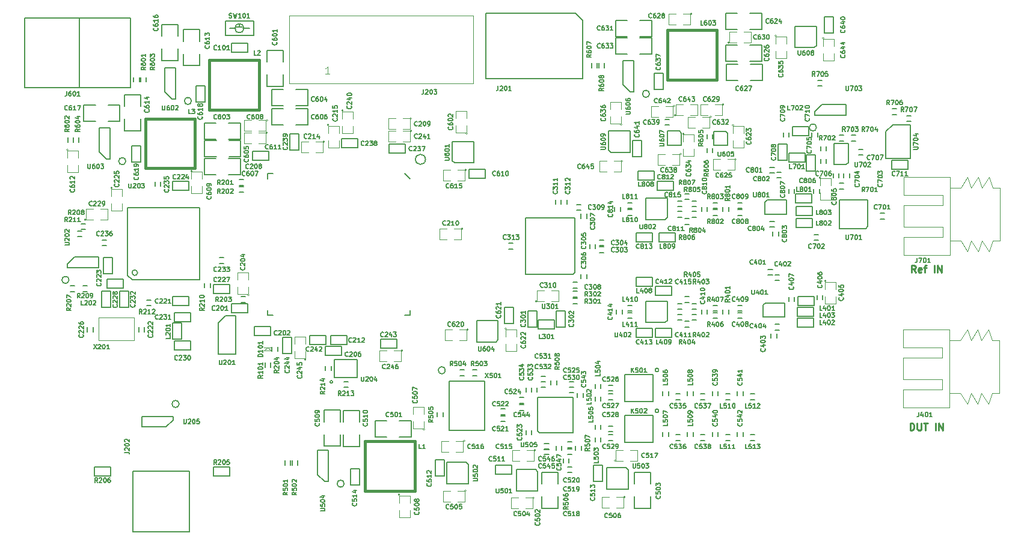
<source format=gto>
G04 #@! TF.FileFunction,Legend,Top*
%FSLAX46Y46*%
G04 Gerber Fmt 4.6, Leading zero omitted, Abs format (unit mm)*
G04 Created by KiCad (PCBNEW 4.0.7) date 12/26/17 18:21:06*
%MOMM*%
%LPD*%
G01*
G04 APERTURE LIST*
%ADD10C,0.100000*%
%ADD11C,0.250000*%
%ADD12C,0.127000*%
%ADD13C,0.150000*%
%ADD14C,0.099060*%
%ADD15C,0.200000*%
%ADD16C,0.203200*%
%ADD17C,0.063500*%
%ADD18C,0.066040*%
%ADD19C,0.120000*%
%ADD20C,0.381000*%
G04 APERTURE END LIST*
D10*
D11*
X204440476Y-124202381D02*
X204440476Y-123202381D01*
X204678571Y-123202381D01*
X204821429Y-123250000D01*
X204916667Y-123345238D01*
X204964286Y-123440476D01*
X205011905Y-123630952D01*
X205011905Y-123773810D01*
X204964286Y-123964286D01*
X204916667Y-124059524D01*
X204821429Y-124154762D01*
X204678571Y-124202381D01*
X204440476Y-124202381D01*
X205440476Y-123202381D02*
X205440476Y-124011905D01*
X205488095Y-124107143D01*
X205535714Y-124154762D01*
X205630952Y-124202381D01*
X205821429Y-124202381D01*
X205916667Y-124154762D01*
X205964286Y-124107143D01*
X206011905Y-124011905D01*
X206011905Y-123202381D01*
X206345238Y-123202381D02*
X206916667Y-123202381D01*
X206630952Y-124202381D02*
X206630952Y-123202381D01*
X208011905Y-124202381D02*
X208011905Y-123202381D01*
X208488095Y-124202381D02*
X208488095Y-123202381D01*
X209059524Y-124202381D01*
X209059524Y-123202381D01*
X205202381Y-101952381D02*
X204869047Y-101476190D01*
X204630952Y-101952381D02*
X204630952Y-100952381D01*
X205011905Y-100952381D01*
X205107143Y-101000000D01*
X205154762Y-101047619D01*
X205202381Y-101142857D01*
X205202381Y-101285714D01*
X205154762Y-101380952D01*
X205107143Y-101428571D01*
X205011905Y-101476190D01*
X204630952Y-101476190D01*
X206011905Y-101904762D02*
X205916667Y-101952381D01*
X205726190Y-101952381D01*
X205630952Y-101904762D01*
X205583333Y-101809524D01*
X205583333Y-101428571D01*
X205630952Y-101333333D01*
X205726190Y-101285714D01*
X205916667Y-101285714D01*
X206011905Y-101333333D01*
X206059524Y-101428571D01*
X206059524Y-101523810D01*
X205583333Y-101619048D01*
X206345238Y-101285714D02*
X206726190Y-101285714D01*
X206488095Y-101952381D02*
X206488095Y-101095238D01*
X206535714Y-101000000D01*
X206630952Y-100952381D01*
X206726190Y-100952381D01*
X207821429Y-101952381D02*
X207821429Y-100952381D01*
X208297619Y-101952381D02*
X208297619Y-100952381D01*
X208869048Y-101952381D01*
X208869048Y-100952381D01*
D12*
X168131000Y-97635000D02*
X165845000Y-97635000D01*
X165845000Y-97635000D02*
X165845000Y-96365000D01*
X165845000Y-96365000D02*
X168131000Y-96365000D01*
X168131000Y-96365000D02*
X168131000Y-97635000D01*
D13*
X136207107Y-86000000D02*
G75*
G03X136207107Y-86000000I-707107J0D01*
G01*
X133250000Y-88000000D02*
X134000000Y-88750000D01*
X134000000Y-107250000D02*
X134000000Y-108000000D01*
X134000000Y-108000000D02*
X133250000Y-108000000D01*
X114000000Y-88750000D02*
X114000000Y-88000000D01*
X114000000Y-88000000D02*
X114750000Y-88000000D01*
X114000000Y-107250000D02*
X114000000Y-108000000D01*
X114000000Y-108000000D02*
X114750000Y-108000000D01*
D12*
X111155000Y-107635000D02*
X108869000Y-107635000D01*
X108869000Y-107635000D02*
X108869000Y-106365000D01*
X108869000Y-106365000D02*
X111155000Y-106365000D01*
X111155000Y-106365000D02*
X111155000Y-107635000D01*
X112107000Y-109615000D02*
X114393000Y-109615000D01*
X114393000Y-109615000D02*
X114393000Y-110885000D01*
X114393000Y-110885000D02*
X112107000Y-110885000D01*
X112107000Y-110885000D02*
X112107000Y-109615000D01*
D14*
X111389000Y-105151000D02*
G75*
G03X111389000Y-105151000I-127000J0D01*
G01*
X111262000Y-104008000D02*
X111262000Y-105024000D01*
X111262000Y-105024000D02*
X109738000Y-105024000D01*
X109738000Y-105024000D02*
X109738000Y-104008000D01*
X109738000Y-102992000D02*
X109738000Y-101976000D01*
X109738000Y-101976000D02*
X111262000Y-101976000D01*
X111262000Y-101976000D02*
X111262000Y-102992000D01*
D12*
X124381000Y-113635000D02*
X122095000Y-113635000D01*
X122095000Y-113635000D02*
X122095000Y-112365000D01*
X122095000Y-112365000D02*
X124381000Y-112365000D01*
X124381000Y-112365000D02*
X124381000Y-113635000D01*
X114131000Y-86135000D02*
X111845000Y-86135000D01*
X111845000Y-86135000D02*
X111845000Y-84865000D01*
X111845000Y-84865000D02*
X114131000Y-84865000D01*
X114131000Y-84865000D02*
X114131000Y-86135000D01*
D14*
X134278000Y-80238000D02*
G75*
G03X134278000Y-80238000I-127000J0D01*
G01*
X133008000Y-80238000D02*
X134024000Y-80238000D01*
X134024000Y-80238000D02*
X134024000Y-81762000D01*
X134024000Y-81762000D02*
X133008000Y-81762000D01*
X131992000Y-81762000D02*
X130976000Y-81762000D01*
X130976000Y-81762000D02*
X130976000Y-80238000D01*
X130976000Y-80238000D02*
X131992000Y-80238000D01*
X141480500Y-95738000D02*
G75*
G03X141480500Y-95738000I-127000J0D01*
G01*
X140210500Y-95738000D02*
X141226500Y-95738000D01*
X141226500Y-95738000D02*
X141226500Y-97262000D01*
X141226500Y-97262000D02*
X140210500Y-97262000D01*
X139194500Y-97262000D02*
X138178500Y-97262000D01*
X138178500Y-97262000D02*
X138178500Y-95738000D01*
X138178500Y-95738000D02*
X139194500Y-95738000D01*
D12*
X122845000Y-110865000D02*
X125131000Y-110865000D01*
X125131000Y-110865000D02*
X125131000Y-112135000D01*
X125131000Y-112135000D02*
X122845000Y-112135000D01*
X122845000Y-112135000D02*
X122845000Y-110865000D01*
D14*
X121980500Y-83488000D02*
G75*
G03X121980500Y-83488000I-127000J0D01*
G01*
X120710500Y-83488000D02*
X121726500Y-83488000D01*
X121726500Y-83488000D02*
X121726500Y-85012000D01*
X121726500Y-85012000D02*
X120710500Y-85012000D01*
X119694500Y-85012000D02*
X118678500Y-85012000D01*
X118678500Y-85012000D02*
X118678500Y-83488000D01*
X118678500Y-83488000D02*
X119694500Y-83488000D01*
X122615000Y-81146500D02*
G75*
G03X122615000Y-81146500I-127000J0D01*
G01*
X122488000Y-82289500D02*
X122488000Y-81273500D01*
X122488000Y-81273500D02*
X124012000Y-81273500D01*
X124012000Y-81273500D02*
X124012000Y-82289500D01*
X124012000Y-83305500D02*
X124012000Y-84321500D01*
X124012000Y-84321500D02*
X122488000Y-84321500D01*
X122488000Y-84321500D02*
X122488000Y-83305500D01*
D13*
X110450000Y-89650000D02*
X110550000Y-89650000D01*
X110450000Y-88850000D02*
X110550000Y-88850000D01*
X109950000Y-89650000D02*
X110450000Y-89650000D01*
X109950000Y-88850000D02*
X110450000Y-88850000D01*
X110450000Y-90650000D02*
X110550000Y-90650000D01*
X110450000Y-89850000D02*
X110550000Y-89850000D01*
X109950000Y-90650000D02*
X110450000Y-90650000D01*
X109950000Y-89850000D02*
X110450000Y-89850000D01*
X110700000Y-106150000D02*
X110800000Y-106150000D01*
X110700000Y-105350000D02*
X110800000Y-105350000D01*
X110200000Y-106150000D02*
X110700000Y-106150000D01*
X110200000Y-105350000D02*
X110700000Y-105350000D01*
X115400000Y-112550000D02*
X115400000Y-112450000D01*
X114600000Y-112550000D02*
X114600000Y-112450000D01*
X115400000Y-113050000D02*
X115400000Y-112550000D01*
X114600000Y-113050000D02*
X114600000Y-112550000D01*
D12*
X108845000Y-69615000D02*
X111131000Y-69615000D01*
X111131000Y-69615000D02*
X111131000Y-70885000D01*
X111131000Y-70885000D02*
X108845000Y-70885000D01*
X108845000Y-70885000D02*
X108845000Y-69615000D01*
X100607000Y-105365000D02*
X102893000Y-105365000D01*
X102893000Y-105365000D02*
X102893000Y-106635000D01*
X102893000Y-106635000D02*
X100607000Y-106635000D01*
X100607000Y-106635000D02*
X100607000Y-105365000D01*
D13*
X95850000Y-110200000D02*
X95850000Y-110300000D01*
X96650000Y-110200000D02*
X96650000Y-110300000D01*
X95850000Y-109700000D02*
X95850000Y-110200000D01*
X96650000Y-109700000D02*
X96650000Y-110200000D01*
D12*
X90865000Y-102143000D02*
X90865000Y-99857000D01*
X90865000Y-99857000D02*
X92135000Y-99857000D01*
X92135000Y-99857000D02*
X92135000Y-102143000D01*
X92135000Y-102143000D02*
X90865000Y-102143000D01*
X100607000Y-89115000D02*
X102893000Y-89115000D01*
X102893000Y-89115000D02*
X102893000Y-90385000D01*
X102893000Y-90385000D02*
X100607000Y-90385000D01*
X100607000Y-90385000D02*
X100607000Y-89115000D01*
D14*
X92115000Y-90051500D02*
G75*
G03X92115000Y-90051500I-127000J0D01*
G01*
X91988000Y-91194500D02*
X91988000Y-90178500D01*
X91988000Y-90178500D02*
X93512000Y-90178500D01*
X93512000Y-90178500D02*
X93512000Y-91194500D01*
X93512000Y-92210500D02*
X93512000Y-93226500D01*
X93512000Y-93226500D02*
X91988000Y-93226500D01*
X91988000Y-93226500D02*
X91988000Y-92210500D01*
D13*
X89400000Y-109800000D02*
X89400000Y-109700000D01*
X88600000Y-109800000D02*
X88600000Y-109700000D01*
X89400000Y-110300000D02*
X89400000Y-109800000D01*
X88600000Y-110300000D02*
X88600000Y-109800000D01*
D12*
X106357000Y-103615000D02*
X108643000Y-103615000D01*
X108643000Y-103615000D02*
X108643000Y-104885000D01*
X108643000Y-104885000D02*
X106357000Y-104885000D01*
X106357000Y-104885000D02*
X106357000Y-103615000D01*
X91885000Y-104619000D02*
X91885000Y-106905000D01*
X91885000Y-106905000D02*
X90615000Y-106905000D01*
X90615000Y-106905000D02*
X90615000Y-104619000D01*
X90615000Y-104619000D02*
X91885000Y-104619000D01*
D14*
X88428500Y-94512000D02*
G75*
G03X88428500Y-94512000I-127000J0D01*
G01*
X89444500Y-94512000D02*
X88428500Y-94512000D01*
X88428500Y-94512000D02*
X88428500Y-92988000D01*
X88428500Y-92988000D02*
X89444500Y-92988000D01*
X90460500Y-92988000D02*
X91476500Y-92988000D01*
X91476500Y-92988000D02*
X91476500Y-94512000D01*
X91476500Y-94512000D02*
X90460500Y-94512000D01*
D12*
X100857000Y-111615000D02*
X103143000Y-111615000D01*
X103143000Y-111615000D02*
X103143000Y-112885000D01*
X103143000Y-112885000D02*
X100857000Y-112885000D01*
X100857000Y-112885000D02*
X100857000Y-111615000D01*
X100857000Y-107615000D02*
X103143000Y-107615000D01*
X103143000Y-107615000D02*
X103143000Y-108885000D01*
X103143000Y-108885000D02*
X100857000Y-108885000D01*
X100857000Y-108885000D02*
X100857000Y-107615000D01*
X94385000Y-104607000D02*
X94385000Y-106893000D01*
X94385000Y-106893000D02*
X93115000Y-106893000D01*
X93115000Y-106893000D02*
X93115000Y-104607000D01*
X93115000Y-104607000D02*
X94385000Y-104607000D01*
X131107000Y-83865000D02*
X133393000Y-83865000D01*
X133393000Y-83865000D02*
X133393000Y-85135000D01*
X133393000Y-85135000D02*
X131107000Y-85135000D01*
X131107000Y-85135000D02*
X131107000Y-83865000D01*
X124357000Y-83115000D02*
X126643000Y-83115000D01*
X126643000Y-83115000D02*
X126643000Y-84385000D01*
X126643000Y-84385000D02*
X124357000Y-84385000D01*
X124357000Y-84385000D02*
X124357000Y-83115000D01*
X117115000Y-84655000D02*
X117115000Y-82369000D01*
X117115000Y-82369000D02*
X118385000Y-82369000D01*
X118385000Y-82369000D02*
X118385000Y-84655000D01*
X118385000Y-84655000D02*
X117115000Y-84655000D01*
D14*
X124615000Y-79099000D02*
G75*
G03X124615000Y-79099000I-127000J0D01*
G01*
X124488000Y-80242000D02*
X124488000Y-79226000D01*
X124488000Y-79226000D02*
X126012000Y-79226000D01*
X126012000Y-79226000D02*
X126012000Y-80242000D01*
X126012000Y-81258000D02*
X126012000Y-82274000D01*
X126012000Y-82274000D02*
X124488000Y-82274000D01*
X124488000Y-82274000D02*
X124488000Y-81258000D01*
X134278000Y-81988000D02*
G75*
G03X134278000Y-81988000I-127000J0D01*
G01*
X133008000Y-81988000D02*
X134024000Y-81988000D01*
X134024000Y-81988000D02*
X134024000Y-83512000D01*
X134024000Y-83512000D02*
X133008000Y-83512000D01*
X131992000Y-83512000D02*
X130976000Y-83512000D01*
X130976000Y-83512000D02*
X130976000Y-81988000D01*
X130976000Y-81988000D02*
X131992000Y-81988000D01*
D12*
X122155000Y-112135000D02*
X119869000Y-112135000D01*
X119869000Y-112135000D02*
X119869000Y-110865000D01*
X119869000Y-110865000D02*
X122155000Y-110865000D01*
X122155000Y-110865000D02*
X122155000Y-112135000D01*
X129845000Y-111365000D02*
X132131000Y-111365000D01*
X132131000Y-111365000D02*
X132131000Y-112635000D01*
X132131000Y-112635000D02*
X129845000Y-112635000D01*
X129845000Y-112635000D02*
X129845000Y-111365000D01*
X117385000Y-111107000D02*
X117385000Y-113393000D01*
X117385000Y-113393000D02*
X116115000Y-113393000D01*
X116115000Y-113393000D02*
X116115000Y-111107000D01*
X116115000Y-111107000D02*
X117385000Y-111107000D01*
D14*
X119389000Y-114198500D02*
G75*
G03X119389000Y-114198500I-127000J0D01*
G01*
X119262000Y-113055500D02*
X119262000Y-114071500D01*
X119262000Y-114071500D02*
X117738000Y-114071500D01*
X117738000Y-114071500D02*
X117738000Y-113055500D01*
X117738000Y-112039500D02*
X117738000Y-111023500D01*
X117738000Y-111023500D02*
X119262000Y-111023500D01*
X119262000Y-111023500D02*
X119262000Y-112039500D01*
X133028000Y-112988000D02*
G75*
G03X133028000Y-112988000I-127000J0D01*
G01*
X131758000Y-112988000D02*
X132774000Y-112988000D01*
X132774000Y-112988000D02*
X132774000Y-114512000D01*
X132774000Y-114512000D02*
X131758000Y-114512000D01*
X130742000Y-114512000D02*
X129726000Y-114512000D01*
X129726000Y-114512000D02*
X129726000Y-112988000D01*
X129726000Y-112988000D02*
X130742000Y-112988000D01*
D12*
X150615000Y-109643000D02*
X150615000Y-107357000D01*
X150615000Y-107357000D02*
X151885000Y-107357000D01*
X151885000Y-107357000D02*
X151885000Y-109643000D01*
X151885000Y-109643000D02*
X150615000Y-109643000D01*
X154615000Y-109643000D02*
X154615000Y-107357000D01*
X154615000Y-107357000D02*
X155885000Y-107357000D01*
X155885000Y-107357000D02*
X155885000Y-109643000D01*
X155885000Y-109643000D02*
X154615000Y-109643000D01*
D13*
X161200000Y-99150000D02*
X161300000Y-99150000D01*
X161200000Y-98350000D02*
X161300000Y-98350000D01*
X160700000Y-99150000D02*
X161200000Y-99150000D01*
X160700000Y-98350000D02*
X161200000Y-98350000D01*
X161200000Y-98150000D02*
X161300000Y-98150000D01*
X161200000Y-97350000D02*
X161300000Y-97350000D01*
X160700000Y-98150000D02*
X161200000Y-98150000D01*
X160700000Y-97350000D02*
X161200000Y-97350000D01*
X160150000Y-98050000D02*
X160150000Y-97950000D01*
X159350000Y-98050000D02*
X159350000Y-97950000D01*
X160150000Y-98550000D02*
X160150000Y-98050000D01*
X159350000Y-98550000D02*
X159350000Y-98050000D01*
D14*
X151928500Y-106012000D02*
G75*
G03X151928500Y-106012000I-127000J0D01*
G01*
X152944500Y-106012000D02*
X151928500Y-106012000D01*
X151928500Y-106012000D02*
X151928500Y-104488000D01*
X151928500Y-104488000D02*
X152944500Y-104488000D01*
X153960500Y-104488000D02*
X154976500Y-104488000D01*
X154976500Y-104488000D02*
X154976500Y-106012000D01*
X154976500Y-106012000D02*
X153960500Y-106012000D01*
D13*
X155300000Y-91800000D02*
X155300000Y-91700000D01*
X154500000Y-91800000D02*
X154500000Y-91700000D01*
X155300000Y-92300000D02*
X155300000Y-91800000D01*
X154500000Y-92300000D02*
X154500000Y-91800000D01*
X156100000Y-91800000D02*
X156100000Y-91700000D01*
X155300000Y-91800000D02*
X155300000Y-91700000D01*
X156100000Y-92300000D02*
X156100000Y-91800000D01*
X155300000Y-92300000D02*
X155300000Y-91800000D01*
X184950000Y-102300000D02*
X185050000Y-102300000D01*
X184950000Y-101500000D02*
X185050000Y-101500000D01*
X184450000Y-102300000D02*
X184950000Y-102300000D01*
X184450000Y-101500000D02*
X184950000Y-101500000D01*
X185950000Y-103100000D02*
X186050000Y-103100000D01*
X185950000Y-102300000D02*
X186050000Y-102300000D01*
X185450000Y-103100000D02*
X185950000Y-103100000D01*
X185450000Y-102300000D02*
X185950000Y-102300000D01*
X185650000Y-110700000D02*
X185650000Y-110600000D01*
X184850000Y-110700000D02*
X184850000Y-110600000D01*
X185650000Y-111200000D02*
X185650000Y-110700000D01*
X184850000Y-111200000D02*
X184850000Y-110700000D01*
X185550000Y-109250000D02*
X185450000Y-109250000D01*
X185550000Y-110050000D02*
X185450000Y-110050000D01*
X186050000Y-109250000D02*
X185550000Y-109250000D01*
X186050000Y-110050000D02*
X185550000Y-110050000D01*
D14*
X192615000Y-103146500D02*
G75*
G03X192615000Y-103146500I-127000J0D01*
G01*
X192488000Y-104289500D02*
X192488000Y-103273500D01*
X192488000Y-103273500D02*
X194012000Y-103273500D01*
X194012000Y-103273500D02*
X194012000Y-104289500D01*
X194012000Y-105305500D02*
X194012000Y-106321500D01*
X194012000Y-106321500D02*
X192488000Y-106321500D01*
X192488000Y-106321500D02*
X192488000Y-105305500D01*
D13*
X191350000Y-105700000D02*
X191350000Y-105800000D01*
X192150000Y-105700000D02*
X192150000Y-105800000D01*
X191350000Y-105200000D02*
X191350000Y-105700000D01*
X192150000Y-105200000D02*
X192150000Y-105700000D01*
X187350000Y-105950000D02*
X187350000Y-106050000D01*
X188150000Y-105950000D02*
X188150000Y-106050000D01*
X187350000Y-105450000D02*
X187350000Y-105950000D01*
X188150000Y-105450000D02*
X188150000Y-105950000D01*
X180300000Y-107600000D02*
X180200000Y-107600000D01*
X180300000Y-108400000D02*
X180200000Y-108400000D01*
X180800000Y-107600000D02*
X180300000Y-107600000D01*
X180800000Y-108400000D02*
X180300000Y-108400000D01*
X180300000Y-106600000D02*
X180200000Y-106600000D01*
X180300000Y-107400000D02*
X180200000Y-107400000D01*
X180800000Y-106600000D02*
X180300000Y-106600000D01*
X180800000Y-107400000D02*
X180300000Y-107400000D01*
X175100000Y-107700000D02*
X175100000Y-107800000D01*
X175900000Y-107700000D02*
X175900000Y-107800000D01*
X175100000Y-107200000D02*
X175100000Y-107700000D01*
X175900000Y-107200000D02*
X175900000Y-107700000D01*
X172200000Y-108650000D02*
X172300000Y-108650000D01*
X172200000Y-107850000D02*
X172300000Y-107850000D01*
X171700000Y-108650000D02*
X172200000Y-108650000D01*
X171700000Y-107850000D02*
X172200000Y-107850000D01*
D12*
X168607000Y-103865000D02*
X170893000Y-103865000D01*
X170893000Y-103865000D02*
X170893000Y-105135000D01*
X170893000Y-105135000D02*
X168607000Y-105135000D01*
X168607000Y-105135000D02*
X168607000Y-103865000D01*
X168131000Y-111135000D02*
X165845000Y-111135000D01*
X165845000Y-111135000D02*
X165845000Y-109865000D01*
X165845000Y-109865000D02*
X168131000Y-109865000D01*
X168131000Y-109865000D02*
X168131000Y-111135000D01*
D13*
X163100000Y-107700000D02*
X163100000Y-107800000D01*
X163900000Y-107700000D02*
X163900000Y-107800000D01*
X163100000Y-107200000D02*
X163100000Y-107700000D01*
X163900000Y-107200000D02*
X163900000Y-107700000D01*
D12*
X134191000Y-125143000D02*
X134191000Y-122857000D01*
X134191000Y-122857000D02*
X132540000Y-122857000D01*
X130762000Y-125143000D02*
X129111000Y-125143000D01*
X129111000Y-125143000D02*
X129111000Y-122857000D01*
X129111000Y-122857000D02*
X130762000Y-122857000D01*
X132540000Y-125143000D02*
X134191000Y-125143000D01*
X152607000Y-135191000D02*
X154893000Y-135191000D01*
X154893000Y-135191000D02*
X154893000Y-133540000D01*
X152607000Y-131762000D02*
X152607000Y-130111000D01*
X152607000Y-130111000D02*
X154893000Y-130111000D01*
X154893000Y-130111000D02*
X154893000Y-131762000D01*
X152607000Y-133540000D02*
X152607000Y-135191000D01*
X165607000Y-135191000D02*
X167893000Y-135191000D01*
X167893000Y-135191000D02*
X167893000Y-133540000D01*
X165607000Y-131762000D02*
X165607000Y-130111000D01*
X165607000Y-130111000D02*
X167893000Y-130111000D01*
X167893000Y-130111000D02*
X167893000Y-131762000D01*
X165607000Y-133540000D02*
X165607000Y-135191000D01*
D14*
X151530500Y-133738000D02*
G75*
G03X151530500Y-133738000I-127000J0D01*
G01*
X150260500Y-133738000D02*
X151276500Y-133738000D01*
X151276500Y-133738000D02*
X151276500Y-135262000D01*
X151276500Y-135262000D02*
X150260500Y-135262000D01*
X149244500Y-135262000D02*
X148228500Y-135262000D01*
X148228500Y-135262000D02*
X148228500Y-133738000D01*
X148228500Y-133738000D02*
X149244500Y-133738000D01*
X141980500Y-132738000D02*
G75*
G03X141980500Y-132738000I-127000J0D01*
G01*
X140710500Y-132738000D02*
X141726500Y-132738000D01*
X141726500Y-132738000D02*
X141726500Y-134262000D01*
X141726500Y-134262000D02*
X140710500Y-134262000D01*
X139694500Y-134262000D02*
X138678500Y-134262000D01*
X138678500Y-134262000D02*
X138678500Y-132738000D01*
X138678500Y-132738000D02*
X139694500Y-132738000D01*
X164330500Y-133638000D02*
G75*
G03X164330500Y-133638000I-127000J0D01*
G01*
X163060500Y-133638000D02*
X164076500Y-133638000D01*
X164076500Y-133638000D02*
X164076500Y-135162000D01*
X164076500Y-135162000D02*
X163060500Y-135162000D01*
X162044500Y-135162000D02*
X161028500Y-135162000D01*
X161028500Y-135162000D02*
X161028500Y-133638000D01*
X161028500Y-133638000D02*
X162044500Y-133638000D01*
X136139000Y-124103500D02*
G75*
G03X136139000Y-124103500I-127000J0D01*
G01*
X136012000Y-122960500D02*
X136012000Y-123976500D01*
X136012000Y-123976500D02*
X134488000Y-123976500D01*
X134488000Y-123976500D02*
X134488000Y-122960500D01*
X134488000Y-121944500D02*
X134488000Y-120928500D01*
X134488000Y-120928500D02*
X136012000Y-120928500D01*
X136012000Y-120928500D02*
X136012000Y-121944500D01*
X132615000Y-133301500D02*
G75*
G03X132615000Y-133301500I-127000J0D01*
G01*
X132488000Y-134444500D02*
X132488000Y-133428500D01*
X132488000Y-133428500D02*
X134012000Y-133428500D01*
X134012000Y-133428500D02*
X134012000Y-134444500D01*
X134012000Y-135460500D02*
X134012000Y-136476500D01*
X134012000Y-136476500D02*
X132488000Y-136476500D01*
X132488000Y-136476500D02*
X132488000Y-135460500D01*
D12*
X121957000Y-126440000D02*
X124243000Y-126440000D01*
X124243000Y-126440000D02*
X124243000Y-124789000D01*
X121957000Y-123011000D02*
X121957000Y-121360000D01*
X121957000Y-121360000D02*
X124243000Y-121360000D01*
X124243000Y-121360000D02*
X124243000Y-123011000D01*
X121957000Y-124789000D02*
X121957000Y-126440000D01*
X124657000Y-126489000D02*
X126943000Y-126489000D01*
X126943000Y-126489000D02*
X126943000Y-124838000D01*
X124657000Y-123060000D02*
X124657000Y-121409000D01*
X124657000Y-121409000D02*
X126943000Y-121409000D01*
X126943000Y-121409000D02*
X126943000Y-123060000D01*
X124657000Y-124838000D02*
X124657000Y-126489000D01*
X148381000Y-130385000D02*
X146095000Y-130385000D01*
X146095000Y-130385000D02*
X146095000Y-129115000D01*
X146095000Y-129115000D02*
X148381000Y-129115000D01*
X148381000Y-129115000D02*
X148381000Y-130385000D01*
X138885000Y-128357000D02*
X138885000Y-130643000D01*
X138885000Y-130643000D02*
X137615000Y-130643000D01*
X137615000Y-130643000D02*
X137615000Y-128357000D01*
X137615000Y-128357000D02*
X138885000Y-128357000D01*
X161135000Y-129095000D02*
X161135000Y-131381000D01*
X161135000Y-131381000D02*
X159865000Y-131381000D01*
X159865000Y-131381000D02*
X159865000Y-129095000D01*
X159865000Y-129095000D02*
X161135000Y-129095000D01*
X126885000Y-129607000D02*
X126885000Y-131893000D01*
X126885000Y-131893000D02*
X125615000Y-131893000D01*
X125615000Y-131893000D02*
X125615000Y-129607000D01*
X125615000Y-129607000D02*
X126885000Y-129607000D01*
D14*
X151730500Y-126988000D02*
G75*
G03X151730500Y-126988000I-127000J0D01*
G01*
X150460500Y-126988000D02*
X151476500Y-126988000D01*
X151476500Y-126988000D02*
X151476500Y-128512000D01*
X151476500Y-128512000D02*
X150460500Y-128512000D01*
X149444500Y-128512000D02*
X148428500Y-128512000D01*
X148428500Y-128512000D02*
X148428500Y-126988000D01*
X148428500Y-126988000D02*
X149444500Y-126988000D01*
X141778000Y-125738000D02*
G75*
G03X141778000Y-125738000I-127000J0D01*
G01*
X140508000Y-125738000D02*
X141524000Y-125738000D01*
X141524000Y-125738000D02*
X141524000Y-127262000D01*
X141524000Y-127262000D02*
X140508000Y-127262000D01*
X139492000Y-127262000D02*
X138476000Y-127262000D01*
X138476000Y-127262000D02*
X138476000Y-125738000D01*
X138476000Y-125738000D02*
X139492000Y-125738000D01*
X163023500Y-128512000D02*
G75*
G03X163023500Y-128512000I-127000J0D01*
G01*
X164039500Y-128512000D02*
X163023500Y-128512000D01*
X163023500Y-128512000D02*
X163023500Y-126988000D01*
X163023500Y-126988000D02*
X164039500Y-126988000D01*
X165055500Y-126988000D02*
X166071500Y-126988000D01*
X166071500Y-126988000D02*
X166071500Y-128512000D01*
X166071500Y-128512000D02*
X165055500Y-128512000D01*
D13*
X156700000Y-130150000D02*
X156800000Y-130150000D01*
X156700000Y-129350000D02*
X156800000Y-129350000D01*
X156200000Y-130150000D02*
X156700000Y-130150000D01*
X156200000Y-129350000D02*
X156700000Y-129350000D01*
X156700000Y-127650000D02*
X156800000Y-127650000D01*
X156700000Y-126850000D02*
X156800000Y-126850000D01*
X156200000Y-127650000D02*
X156700000Y-127650000D01*
X156200000Y-126850000D02*
X156700000Y-126850000D01*
X156700000Y-126650000D02*
X156800000Y-126650000D01*
X156700000Y-125850000D02*
X156800000Y-125850000D01*
X156200000Y-126650000D02*
X156700000Y-126650000D01*
X156200000Y-125850000D02*
X156700000Y-125850000D01*
X146915124Y-122184350D02*
X146815124Y-122184350D01*
X146915124Y-122984350D02*
X146815124Y-122984350D01*
X147415124Y-122184350D02*
X146915124Y-122184350D01*
X147415124Y-122984350D02*
X146915124Y-122984350D01*
X147315124Y-121984350D02*
X147415124Y-121984350D01*
X147315124Y-121184350D02*
X147415124Y-121184350D01*
X146815124Y-121984350D02*
X147315124Y-121984350D01*
X146815124Y-121184350D02*
X147315124Y-121184350D01*
X162450000Y-118650000D02*
X162550000Y-118650000D01*
X162450000Y-117850000D02*
X162550000Y-117850000D01*
X161950000Y-118650000D02*
X162450000Y-118650000D01*
X161950000Y-117850000D02*
X162450000Y-117850000D01*
X162050000Y-119100000D02*
X161950000Y-119100000D01*
X162050000Y-119900000D02*
X161950000Y-119900000D01*
X162550000Y-119100000D02*
X162050000Y-119100000D01*
X162550000Y-119900000D02*
X162050000Y-119900000D01*
X162450000Y-124400000D02*
X162550000Y-124400000D01*
X162450000Y-123600000D02*
X162550000Y-123600000D01*
X161950000Y-124400000D02*
X162450000Y-124400000D01*
X161950000Y-123600000D02*
X162450000Y-123600000D01*
X162050000Y-124850000D02*
X161950000Y-124850000D01*
X162050000Y-125650000D02*
X161950000Y-125650000D01*
X162550000Y-124850000D02*
X162050000Y-124850000D01*
X162550000Y-125650000D02*
X162050000Y-125650000D01*
X156950000Y-118900000D02*
X157050000Y-118900000D01*
X156950000Y-118100000D02*
X157050000Y-118100000D01*
X156450000Y-118900000D02*
X156950000Y-118900000D01*
X156450000Y-118100000D02*
X156950000Y-118100000D01*
X152550000Y-117350000D02*
X152450000Y-117350000D01*
X152550000Y-118150000D02*
X152450000Y-118150000D01*
X153050000Y-117350000D02*
X152550000Y-117350000D01*
X153050000Y-118150000D02*
X152550000Y-118150000D01*
X151150000Y-118300000D02*
X151150000Y-118200000D01*
X150350000Y-118300000D02*
X150350000Y-118200000D01*
X151150000Y-118800000D02*
X151150000Y-118300000D01*
X150350000Y-118800000D02*
X150350000Y-118300000D01*
X171950000Y-119900000D02*
X172050000Y-119900000D01*
X171950000Y-119100000D02*
X172050000Y-119100000D01*
X171450000Y-119900000D02*
X171950000Y-119900000D01*
X171450000Y-119100000D02*
X171950000Y-119100000D01*
X171950000Y-125650000D02*
X172050000Y-125650000D01*
X171950000Y-124850000D02*
X172050000Y-124850000D01*
X171450000Y-125650000D02*
X171950000Y-125650000D01*
X171450000Y-124850000D02*
X171950000Y-124850000D01*
X175450000Y-119900000D02*
X175550000Y-119900000D01*
X175450000Y-119100000D02*
X175550000Y-119100000D01*
X174950000Y-119900000D02*
X175450000Y-119900000D01*
X174950000Y-119100000D02*
X175450000Y-119100000D01*
X175450000Y-125650000D02*
X175550000Y-125650000D01*
X175450000Y-124850000D02*
X175550000Y-124850000D01*
X174950000Y-125650000D02*
X175450000Y-125650000D01*
X174950000Y-124850000D02*
X175450000Y-124850000D01*
X177400000Y-118800000D02*
X177400000Y-118700000D01*
X176600000Y-118800000D02*
X176600000Y-118700000D01*
X177400000Y-119300000D02*
X177400000Y-118800000D01*
X176600000Y-119300000D02*
X176600000Y-118800000D01*
X177400000Y-124550000D02*
X177400000Y-124450000D01*
X176600000Y-124550000D02*
X176600000Y-124450000D01*
X177400000Y-125050000D02*
X177400000Y-124550000D01*
X176600000Y-125050000D02*
X176600000Y-124550000D01*
X180900000Y-118800000D02*
X180900000Y-118700000D01*
X180100000Y-118800000D02*
X180100000Y-118700000D01*
X180900000Y-119300000D02*
X180900000Y-118800000D01*
X180100000Y-119300000D02*
X180100000Y-118800000D01*
X180900000Y-124550000D02*
X180900000Y-124450000D01*
X180100000Y-124550000D02*
X180100000Y-124450000D01*
X180900000Y-125050000D02*
X180900000Y-124550000D01*
X180100000Y-125050000D02*
X180100000Y-124550000D01*
D12*
X113857000Y-75691000D02*
X116143000Y-75691000D01*
X116143000Y-75691000D02*
X116143000Y-74040000D01*
X113857000Y-72262000D02*
X113857000Y-70611000D01*
X113857000Y-70611000D02*
X116143000Y-70611000D01*
X116143000Y-70611000D02*
X116143000Y-72262000D01*
X113857000Y-74040000D02*
X113857000Y-75691000D01*
D14*
X142139000Y-82353500D02*
G75*
G03X142139000Y-82353500I-127000J0D01*
G01*
X142012000Y-81210500D02*
X142012000Y-82226500D01*
X142012000Y-82226500D02*
X140488000Y-82226500D01*
X140488000Y-82226500D02*
X140488000Y-81210500D01*
X140488000Y-80194500D02*
X140488000Y-79178500D01*
X140488000Y-79178500D02*
X142012000Y-79178500D01*
X142012000Y-79178500D02*
X142012000Y-80194500D01*
D12*
X105059000Y-80857000D02*
X105059000Y-83143000D01*
X105059000Y-83143000D02*
X106710000Y-83143000D01*
X108488000Y-80857000D02*
X110139000Y-80857000D01*
X110139000Y-80857000D02*
X110139000Y-83143000D01*
X110139000Y-83143000D02*
X108488000Y-83143000D01*
X106710000Y-80857000D02*
X105059000Y-80857000D01*
X114559000Y-76107000D02*
X114559000Y-78393000D01*
X114559000Y-78393000D02*
X116210000Y-78393000D01*
X117988000Y-76107000D02*
X119639000Y-76107000D01*
X119639000Y-76107000D02*
X119639000Y-78393000D01*
X119639000Y-78393000D02*
X117988000Y-78393000D01*
X116210000Y-76107000D02*
X114559000Y-76107000D01*
X105111000Y-83357000D02*
X105111000Y-85643000D01*
X105111000Y-85643000D02*
X106762000Y-85643000D01*
X108540000Y-83357000D02*
X110191000Y-83357000D01*
X110191000Y-83357000D02*
X110191000Y-85643000D01*
X110191000Y-85643000D02*
X108540000Y-85643000D01*
X106762000Y-83357000D02*
X105111000Y-83357000D01*
X114559000Y-78857000D02*
X114559000Y-81143000D01*
X114559000Y-81143000D02*
X116210000Y-81143000D01*
X117988000Y-78857000D02*
X119639000Y-78857000D01*
X119639000Y-78857000D02*
X119639000Y-81143000D01*
X119639000Y-81143000D02*
X117988000Y-81143000D01*
X116210000Y-78857000D02*
X114559000Y-78857000D01*
X105059000Y-85857000D02*
X105059000Y-88143000D01*
X105059000Y-88143000D02*
X106710000Y-88143000D01*
X108488000Y-85857000D02*
X110139000Y-85857000D01*
X110139000Y-85857000D02*
X110139000Y-88143000D01*
X110139000Y-88143000D02*
X108488000Y-88143000D01*
X106710000Y-85857000D02*
X105059000Y-85857000D01*
D14*
X113980500Y-80488000D02*
G75*
G03X113980500Y-80488000I-127000J0D01*
G01*
X112710500Y-80488000D02*
X113726500Y-80488000D01*
X113726500Y-80488000D02*
X113726500Y-82012000D01*
X113726500Y-82012000D02*
X112710500Y-82012000D01*
X111694500Y-82012000D02*
X110678500Y-82012000D01*
X110678500Y-82012000D02*
X110678500Y-80488000D01*
X110678500Y-80488000D02*
X111694500Y-80488000D01*
X103365000Y-87646500D02*
G75*
G03X103365000Y-87646500I-127000J0D01*
G01*
X103238000Y-88789500D02*
X103238000Y-87773500D01*
X103238000Y-87773500D02*
X104762000Y-87773500D01*
X104762000Y-87773500D02*
X104762000Y-88789500D01*
X104762000Y-89805500D02*
X104762000Y-90821500D01*
X104762000Y-90821500D02*
X103238000Y-90821500D01*
X103238000Y-90821500D02*
X103238000Y-89805500D01*
D12*
X142345000Y-87365000D02*
X144631000Y-87365000D01*
X144631000Y-87365000D02*
X144631000Y-88635000D01*
X144631000Y-88635000D02*
X142345000Y-88635000D01*
X142345000Y-88635000D02*
X142345000Y-87365000D01*
D14*
X113980500Y-82238000D02*
G75*
G03X113980500Y-82238000I-127000J0D01*
G01*
X112710500Y-82238000D02*
X113726500Y-82238000D01*
X113726500Y-82238000D02*
X113726500Y-83762000D01*
X113726500Y-83762000D02*
X112710500Y-83762000D01*
X111694500Y-83762000D02*
X110678500Y-83762000D01*
X110678500Y-83762000D02*
X110678500Y-82238000D01*
X110678500Y-82238000D02*
X111694500Y-82238000D01*
X85865000Y-84646500D02*
G75*
G03X85865000Y-84646500I-127000J0D01*
G01*
X85738000Y-85789500D02*
X85738000Y-84773500D01*
X85738000Y-84773500D02*
X87262000Y-84773500D01*
X87262000Y-84773500D02*
X87262000Y-85789500D01*
X87262000Y-86805500D02*
X87262000Y-87821500D01*
X87262000Y-87821500D02*
X85738000Y-87821500D01*
X85738000Y-87821500D02*
X85738000Y-86805500D01*
D12*
X102107000Y-72790000D02*
X104393000Y-72790000D01*
X104393000Y-72790000D02*
X104393000Y-71139000D01*
X102107000Y-69361000D02*
X102107000Y-67710000D01*
X102107000Y-67710000D02*
X104393000Y-67710000D01*
X104393000Y-67710000D02*
X104393000Y-69361000D01*
X102107000Y-71139000D02*
X102107000Y-72790000D01*
X93857000Y-81941000D02*
X96143000Y-81941000D01*
X96143000Y-81941000D02*
X96143000Y-80290000D01*
X93857000Y-78512000D02*
X93857000Y-76861000D01*
X93857000Y-76861000D02*
X96143000Y-76861000D01*
X96143000Y-76861000D02*
X96143000Y-78512000D01*
X93857000Y-80290000D02*
X93857000Y-81941000D01*
D14*
X141980500Y-87488000D02*
G75*
G03X141980500Y-87488000I-127000J0D01*
G01*
X140710500Y-87488000D02*
X141726500Y-87488000D01*
X141726500Y-87488000D02*
X141726500Y-89012000D01*
X141726500Y-89012000D02*
X140710500Y-89012000D01*
X139694500Y-89012000D02*
X138678500Y-89012000D01*
X138678500Y-89012000D02*
X138678500Y-87488000D01*
X138678500Y-87488000D02*
X139694500Y-87488000D01*
D12*
X99107000Y-72040000D02*
X101393000Y-72040000D01*
X101393000Y-72040000D02*
X101393000Y-70389000D01*
X99107000Y-68611000D02*
X99107000Y-66960000D01*
X99107000Y-66960000D02*
X101393000Y-66960000D01*
X101393000Y-66960000D02*
X101393000Y-68611000D01*
X99107000Y-70389000D02*
X99107000Y-72040000D01*
X93139000Y-80643000D02*
X93139000Y-78357000D01*
X93139000Y-78357000D02*
X91488000Y-78357000D01*
X89710000Y-80643000D02*
X88059000Y-80643000D01*
X88059000Y-80643000D02*
X88059000Y-78357000D01*
X88059000Y-78357000D02*
X89710000Y-78357000D01*
X91488000Y-80643000D02*
X93139000Y-80643000D01*
X105135000Y-75607000D02*
X105135000Y-77893000D01*
X105135000Y-77893000D02*
X103865000Y-77893000D01*
X103865000Y-77893000D02*
X103865000Y-75607000D01*
X103865000Y-75607000D02*
X105135000Y-75607000D01*
X96135000Y-84107000D02*
X96135000Y-86393000D01*
X96135000Y-86393000D02*
X94865000Y-86393000D01*
X94865000Y-86393000D02*
X94865000Y-84107000D01*
X94865000Y-84107000D02*
X96135000Y-84107000D01*
D14*
X142230500Y-109988000D02*
G75*
G03X142230500Y-109988000I-127000J0D01*
G01*
X140960500Y-109988000D02*
X141976500Y-109988000D01*
X141976500Y-109988000D02*
X141976500Y-111512000D01*
X141976500Y-111512000D02*
X140960500Y-111512000D01*
X139944500Y-111512000D02*
X138928500Y-111512000D01*
X138928500Y-111512000D02*
X138928500Y-109988000D01*
X138928500Y-109988000D02*
X139944500Y-109988000D01*
D12*
X147365000Y-109155000D02*
X147365000Y-106869000D01*
X147365000Y-106869000D02*
X148635000Y-106869000D01*
X148635000Y-106869000D02*
X148635000Y-109155000D01*
X148635000Y-109155000D02*
X147365000Y-109155000D01*
D14*
X147615000Y-109849000D02*
G75*
G03X147615000Y-109849000I-127000J0D01*
G01*
X147488000Y-110992000D02*
X147488000Y-109976000D01*
X147488000Y-109976000D02*
X149012000Y-109976000D01*
X149012000Y-109976000D02*
X149012000Y-110992000D01*
X149012000Y-112008000D02*
X149012000Y-113024000D01*
X149012000Y-113024000D02*
X147488000Y-113024000D01*
X147488000Y-113024000D02*
X147488000Y-112008000D01*
X179615000Y-81146500D02*
G75*
G03X179615000Y-81146500I-127000J0D01*
G01*
X179488000Y-82289500D02*
X179488000Y-81273500D01*
X179488000Y-81273500D02*
X181012000Y-81273500D01*
X181012000Y-81273500D02*
X181012000Y-82289500D01*
X181012000Y-83305500D02*
X181012000Y-84321500D01*
X181012000Y-84321500D02*
X179488000Y-84321500D01*
X179488000Y-84321500D02*
X179488000Y-83305500D01*
D12*
X178460000Y-65357000D02*
X178460000Y-67643000D01*
X178460000Y-67643000D02*
X180111000Y-67643000D01*
X181889000Y-65357000D02*
X183540000Y-65357000D01*
X183540000Y-65357000D02*
X183540000Y-67643000D01*
X183540000Y-67643000D02*
X181889000Y-67643000D01*
X180111000Y-65357000D02*
X178460000Y-65357000D01*
D14*
X179980500Y-85988000D02*
G75*
G03X179980500Y-85988000I-127000J0D01*
G01*
X178710500Y-85988000D02*
X179726500Y-85988000D01*
X179726500Y-85988000D02*
X179726500Y-87512000D01*
X179726500Y-87512000D02*
X178710500Y-87512000D01*
X177694500Y-87512000D02*
X176678500Y-87512000D01*
X176678500Y-87512000D02*
X176678500Y-85988000D01*
X176678500Y-85988000D02*
X177694500Y-85988000D01*
D12*
X178460000Y-69857000D02*
X178460000Y-72143000D01*
X178460000Y-72143000D02*
X180111000Y-72143000D01*
X181889000Y-69857000D02*
X183540000Y-69857000D01*
X183540000Y-69857000D02*
X183540000Y-72143000D01*
X183540000Y-72143000D02*
X181889000Y-72143000D01*
X180111000Y-69857000D02*
X178460000Y-69857000D01*
X178559000Y-72607000D02*
X178559000Y-74893000D01*
X178559000Y-74893000D02*
X180210000Y-74893000D01*
X181988000Y-72607000D02*
X183639000Y-72607000D01*
X183639000Y-72607000D02*
X183639000Y-74893000D01*
X183639000Y-74893000D02*
X181988000Y-74893000D01*
X180210000Y-72607000D02*
X178559000Y-72607000D01*
D14*
X173730500Y-65488000D02*
G75*
G03X173730500Y-65488000I-127000J0D01*
G01*
X172460500Y-65488000D02*
X173476500Y-65488000D01*
X173476500Y-65488000D02*
X173476500Y-67012000D01*
X173476500Y-67012000D02*
X172460500Y-67012000D01*
X171444500Y-67012000D02*
X170428500Y-67012000D01*
X170428500Y-67012000D02*
X170428500Y-65488000D01*
X170428500Y-65488000D02*
X171444500Y-65488000D01*
X178230500Y-78238000D02*
G75*
G03X178230500Y-78238000I-127000J0D01*
G01*
X176960500Y-78238000D02*
X177976500Y-78238000D01*
X177976500Y-78238000D02*
X177976500Y-79762000D01*
X177976500Y-79762000D02*
X176960500Y-79762000D01*
X175944500Y-79762000D02*
X174928500Y-79762000D01*
X174928500Y-79762000D02*
X174928500Y-78238000D01*
X174928500Y-78238000D02*
X175944500Y-78238000D01*
X178976000Y-69512000D02*
G75*
G03X178976000Y-69512000I-127000J0D01*
G01*
X179992000Y-69512000D02*
X178976000Y-69512000D01*
X178976000Y-69512000D02*
X178976000Y-67988000D01*
X178976000Y-67988000D02*
X179992000Y-67988000D01*
X181008000Y-67988000D02*
X182024000Y-67988000D01*
X182024000Y-67988000D02*
X182024000Y-69512000D01*
X182024000Y-69512000D02*
X181008000Y-69512000D01*
D12*
X168040000Y-68643000D02*
X168040000Y-66357000D01*
X168040000Y-66357000D02*
X166389000Y-66357000D01*
X164611000Y-68643000D02*
X162960000Y-68643000D01*
X162960000Y-68643000D02*
X162960000Y-66357000D01*
X162960000Y-66357000D02*
X164611000Y-66357000D01*
X166389000Y-68643000D02*
X168040000Y-68643000D01*
D14*
X176480500Y-79988000D02*
G75*
G03X176480500Y-79988000I-127000J0D01*
G01*
X175210500Y-79988000D02*
X176226500Y-79988000D01*
X176226500Y-79988000D02*
X176226500Y-81512000D01*
X176226500Y-81512000D02*
X175210500Y-81512000D01*
X174194500Y-81512000D02*
X173178500Y-81512000D01*
X173178500Y-81512000D02*
X173178500Y-79988000D01*
X173178500Y-79988000D02*
X174194500Y-79988000D01*
D12*
X168040000Y-71143000D02*
X168040000Y-68857000D01*
X168040000Y-68857000D02*
X166389000Y-68857000D01*
X164611000Y-71143000D02*
X162960000Y-71143000D01*
X162960000Y-71143000D02*
X162960000Y-68857000D01*
X162960000Y-68857000D02*
X164611000Y-68857000D01*
X166389000Y-71143000D02*
X168040000Y-71143000D01*
D14*
X172615000Y-82396500D02*
G75*
G03X172615000Y-82396500I-127000J0D01*
G01*
X172488000Y-83539500D02*
X172488000Y-82523500D01*
X172488000Y-82523500D02*
X174012000Y-82523500D01*
X174012000Y-82523500D02*
X174012000Y-83539500D01*
X174012000Y-84555500D02*
X174012000Y-85571500D01*
X174012000Y-85571500D02*
X172488000Y-85571500D01*
X172488000Y-85571500D02*
X172488000Y-84555500D01*
X185615000Y-68551500D02*
G75*
G03X185615000Y-68551500I-127000J0D01*
G01*
X185488000Y-69694500D02*
X185488000Y-68678500D01*
X185488000Y-68678500D02*
X187012000Y-68678500D01*
X187012000Y-68678500D02*
X187012000Y-69694500D01*
X187012000Y-70710500D02*
X187012000Y-71726500D01*
X187012000Y-71726500D02*
X185488000Y-71726500D01*
X185488000Y-71726500D02*
X185488000Y-70710500D01*
X163889000Y-81103500D02*
G75*
G03X163889000Y-81103500I-127000J0D01*
G01*
X163762000Y-79960500D02*
X163762000Y-80976500D01*
X163762000Y-80976500D02*
X162238000Y-80976500D01*
X162238000Y-80976500D02*
X162238000Y-79960500D01*
X162238000Y-78944500D02*
X162238000Y-77928500D01*
X162238000Y-77928500D02*
X163762000Y-77928500D01*
X163762000Y-77928500D02*
X163762000Y-78944500D01*
D12*
X169635000Y-73857000D02*
X169635000Y-76143000D01*
X169635000Y-76143000D02*
X168365000Y-76143000D01*
X168365000Y-76143000D02*
X168365000Y-73857000D01*
X168365000Y-73857000D02*
X169635000Y-73857000D01*
D14*
X172230500Y-85238000D02*
G75*
G03X172230500Y-85238000I-127000J0D01*
G01*
X170960500Y-85238000D02*
X171976500Y-85238000D01*
X171976500Y-85238000D02*
X171976500Y-86762000D01*
X171976500Y-86762000D02*
X170960500Y-86762000D01*
X169944500Y-86762000D02*
X168928500Y-86762000D01*
X168928500Y-86762000D02*
X168928500Y-85238000D01*
X168928500Y-85238000D02*
X169944500Y-85238000D01*
D13*
X170050000Y-80350000D02*
X169950000Y-80350000D01*
X170050000Y-81150000D02*
X169950000Y-81150000D01*
X170550000Y-80350000D02*
X170050000Y-80350000D01*
X170550000Y-81150000D02*
X170050000Y-81150000D01*
D12*
X192365000Y-68155000D02*
X192365000Y-65869000D01*
X192365000Y-65869000D02*
X193635000Y-65869000D01*
X193635000Y-65869000D02*
X193635000Y-68155000D01*
X193635000Y-68155000D02*
X192365000Y-68155000D01*
X165365000Y-85655000D02*
X165365000Y-83369000D01*
X165365000Y-83369000D02*
X166635000Y-83369000D01*
X166635000Y-83369000D02*
X166635000Y-85655000D01*
X166635000Y-85655000D02*
X165365000Y-85655000D01*
D14*
X171325500Y-78488000D02*
G75*
G03X171325500Y-78488000I-127000J0D01*
G01*
X170055500Y-78488000D02*
X171071500Y-78488000D01*
X171071500Y-78488000D02*
X171071500Y-80012000D01*
X171071500Y-80012000D02*
X170055500Y-80012000D01*
X169039500Y-80012000D02*
X168023500Y-80012000D01*
X168023500Y-80012000D02*
X168023500Y-78488000D01*
X168023500Y-78488000D02*
X169039500Y-78488000D01*
X171428500Y-79762000D02*
G75*
G03X171428500Y-79762000I-127000J0D01*
G01*
X172444500Y-79762000D02*
X171428500Y-79762000D01*
X171428500Y-79762000D02*
X171428500Y-78238000D01*
X171428500Y-78238000D02*
X172444500Y-78238000D01*
X173460500Y-78238000D02*
X174476500Y-78238000D01*
X174476500Y-78238000D02*
X174476500Y-79762000D01*
X174476500Y-79762000D02*
X173460500Y-79762000D01*
X192365000Y-68896500D02*
G75*
G03X192365000Y-68896500I-127000J0D01*
G01*
X192238000Y-70039500D02*
X192238000Y-69023500D01*
X192238000Y-69023500D02*
X193762000Y-69023500D01*
X193762000Y-69023500D02*
X193762000Y-70039500D01*
X193762000Y-71055500D02*
X193762000Y-72071500D01*
X193762000Y-72071500D02*
X192238000Y-72071500D01*
X192238000Y-72071500D02*
X192238000Y-71055500D01*
X163980500Y-86238000D02*
G75*
G03X163980500Y-86238000I-127000J0D01*
G01*
X162710500Y-86238000D02*
X163726500Y-86238000D01*
X163726500Y-86238000D02*
X163726500Y-87762000D01*
X163726500Y-87762000D02*
X162710500Y-87762000D01*
X161694500Y-87762000D02*
X160678500Y-87762000D01*
X160678500Y-87762000D02*
X160678500Y-86238000D01*
X160678500Y-86238000D02*
X161694500Y-86238000D01*
D13*
X200300000Y-93600000D02*
X200200000Y-93600000D01*
X200300000Y-94400000D02*
X200200000Y-94400000D01*
X200800000Y-93600000D02*
X200300000Y-93600000D01*
X200800000Y-94400000D02*
X200300000Y-94400000D01*
X191450000Y-97400000D02*
X191550000Y-97400000D01*
X191450000Y-96600000D02*
X191550000Y-96600000D01*
X190950000Y-97400000D02*
X191450000Y-97400000D01*
X190950000Y-96600000D02*
X191450000Y-96600000D01*
X195900000Y-88050000D02*
X195900000Y-87950000D01*
X195100000Y-88050000D02*
X195100000Y-87950000D01*
X195900000Y-88550000D02*
X195900000Y-88050000D01*
X195100000Y-88550000D02*
X195100000Y-88050000D01*
X194400000Y-88050000D02*
X194400000Y-87950000D01*
X193600000Y-88050000D02*
X193600000Y-87950000D01*
X194400000Y-88550000D02*
X194400000Y-88050000D01*
X193600000Y-88550000D02*
X193600000Y-88050000D01*
D12*
X191135000Y-85357000D02*
X191135000Y-87643000D01*
X191135000Y-87643000D02*
X189865000Y-87643000D01*
X189865000Y-87643000D02*
X189865000Y-85357000D01*
X189865000Y-85357000D02*
X191135000Y-85357000D01*
D13*
X191850000Y-86450000D02*
X191850000Y-86550000D01*
X192650000Y-86450000D02*
X192650000Y-86550000D01*
X191850000Y-85950000D02*
X191850000Y-86450000D01*
X192650000Y-85950000D02*
X192650000Y-86450000D01*
X197300000Y-84600000D02*
X197200000Y-84600000D01*
X197300000Y-85400000D02*
X197200000Y-85400000D01*
X197800000Y-84600000D02*
X197300000Y-84600000D01*
X197800000Y-85400000D02*
X197300000Y-85400000D01*
D12*
X185865000Y-86131000D02*
X185865000Y-83845000D01*
X185865000Y-83845000D02*
X187135000Y-83845000D01*
X187135000Y-83845000D02*
X187135000Y-86131000D01*
X187135000Y-86131000D02*
X185865000Y-86131000D01*
D13*
X187400000Y-82300000D02*
X187400000Y-82200000D01*
X186600000Y-82300000D02*
X186600000Y-82200000D01*
X187400000Y-82800000D02*
X187400000Y-82300000D01*
X186600000Y-82800000D02*
X186600000Y-82300000D01*
X191400000Y-82300000D02*
X191400000Y-82200000D01*
X190600000Y-82300000D02*
X190600000Y-82200000D01*
X191400000Y-82800000D02*
X191400000Y-82300000D01*
X190600000Y-82800000D02*
X190600000Y-82300000D01*
D12*
X204143000Y-87385000D02*
X201857000Y-87385000D01*
X201857000Y-87385000D02*
X201857000Y-86115000D01*
X201857000Y-86115000D02*
X204143000Y-86115000D01*
X204143000Y-86115000D02*
X204143000Y-87385000D01*
D13*
X185200000Y-87900000D02*
X185300000Y-87900000D01*
X185200000Y-87100000D02*
X185300000Y-87100000D01*
X184700000Y-87900000D02*
X185200000Y-87900000D01*
X184700000Y-87100000D02*
X185200000Y-87100000D01*
X186200000Y-88600000D02*
X186300000Y-88600000D01*
X186200000Y-87800000D02*
X186300000Y-87800000D01*
X185700000Y-88600000D02*
X186200000Y-88600000D01*
X185700000Y-87800000D02*
X186200000Y-87800000D01*
X185900000Y-96300000D02*
X185900000Y-96200000D01*
X185100000Y-96300000D02*
X185100000Y-96200000D01*
X185900000Y-96800000D02*
X185900000Y-96300000D01*
X185100000Y-96800000D02*
X185100000Y-96300000D01*
X185200000Y-95550000D02*
X185300000Y-95550000D01*
X185200000Y-94750000D02*
X185300000Y-94750000D01*
X184700000Y-95550000D02*
X185200000Y-95550000D01*
X184700000Y-94750000D02*
X185200000Y-94750000D01*
D14*
X191865000Y-88551500D02*
G75*
G03X191865000Y-88551500I-127000J0D01*
G01*
X191738000Y-89694500D02*
X191738000Y-88678500D01*
X191738000Y-88678500D02*
X193262000Y-88678500D01*
X193262000Y-88678500D02*
X193262000Y-89694500D01*
X193262000Y-90710500D02*
X193262000Y-91726500D01*
X193262000Y-91726500D02*
X191738000Y-91726500D01*
X191738000Y-91726500D02*
X191738000Y-90710500D01*
D13*
X190850000Y-90700000D02*
X190850000Y-90800000D01*
X191650000Y-90700000D02*
X191650000Y-90800000D01*
X190850000Y-90200000D02*
X190850000Y-90700000D01*
X191650000Y-90200000D02*
X191650000Y-90700000D01*
X187350000Y-90700000D02*
X187350000Y-90800000D01*
X188150000Y-90700000D02*
X188150000Y-90800000D01*
X187350000Y-90200000D02*
X187350000Y-90700000D01*
X188150000Y-90200000D02*
X188150000Y-90700000D01*
X180300000Y-93100000D02*
X180200000Y-93100000D01*
X180300000Y-93900000D02*
X180200000Y-93900000D01*
X180800000Y-93100000D02*
X180300000Y-93100000D01*
X180800000Y-93900000D02*
X180300000Y-93900000D01*
X180300000Y-92100000D02*
X180200000Y-92100000D01*
X180300000Y-92900000D02*
X180200000Y-92900000D01*
X180800000Y-92100000D02*
X180300000Y-92100000D01*
X180800000Y-92900000D02*
X180300000Y-92900000D01*
X175100000Y-93200000D02*
X175100000Y-93300000D01*
X175900000Y-93200000D02*
X175900000Y-93300000D01*
X175100000Y-92700000D02*
X175100000Y-93200000D01*
X175900000Y-92700000D02*
X175900000Y-93200000D01*
X172200000Y-94150000D02*
X172300000Y-94150000D01*
X172200000Y-93350000D02*
X172300000Y-93350000D01*
X171700000Y-94150000D02*
X172200000Y-94150000D01*
X171700000Y-93350000D02*
X172200000Y-93350000D01*
D12*
X168857000Y-89115000D02*
X171143000Y-89115000D01*
X171143000Y-89115000D02*
X171143000Y-90385000D01*
X171143000Y-90385000D02*
X168857000Y-90385000D01*
X168857000Y-90385000D02*
X168857000Y-89115000D01*
D13*
X163650000Y-92800000D02*
X163650000Y-92700000D01*
X162850000Y-92800000D02*
X162850000Y-92700000D01*
X163650000Y-93300000D02*
X163650000Y-92800000D01*
X162850000Y-93300000D02*
X162850000Y-92800000D01*
D12*
X94999500Y-138500880D02*
X94999500Y-129999500D01*
X94999500Y-129999500D02*
X103000500Y-129999500D01*
X103000500Y-129999500D02*
X103000500Y-138500880D01*
X103000500Y-138500880D02*
X94999500Y-138500880D01*
D10*
X211500000Y-119000000D02*
X210000000Y-119000000D01*
X212500000Y-120500000D02*
X211500000Y-119000000D01*
X213000000Y-119000000D02*
X212500000Y-120500000D01*
X214000000Y-120500000D02*
X213000000Y-119000000D01*
X214500000Y-119000000D02*
X214000000Y-120500000D01*
X215500000Y-120500000D02*
X214500000Y-119000000D01*
X216000000Y-119000000D02*
X215500000Y-120500000D01*
X217000000Y-119000000D02*
X216000000Y-119000000D01*
X217000000Y-111500000D02*
X217000000Y-119000000D01*
X216000000Y-111500000D02*
X217000000Y-111500000D01*
X215500000Y-110000000D02*
X216000000Y-111500000D01*
X214500000Y-111500000D02*
X215500000Y-110000000D01*
X214000000Y-110000000D02*
X214500000Y-111500000D01*
X213000000Y-111500000D02*
X214000000Y-110000000D01*
X212500000Y-110000000D02*
X213000000Y-111500000D01*
X211500000Y-111500000D02*
X212500000Y-110000000D01*
X210000000Y-111500000D02*
X211500000Y-111500000D01*
X203500000Y-110000000D02*
X210000000Y-110000000D01*
X203500000Y-112500000D02*
X203500000Y-110000000D01*
X209000000Y-112500000D02*
X203500000Y-112500000D01*
X209000000Y-114000000D02*
X209000000Y-112500000D01*
X203500000Y-114000000D02*
X209000000Y-114000000D01*
X203500000Y-117000000D02*
X203500000Y-114000000D01*
X209000000Y-117000000D02*
X203500000Y-117000000D01*
X209000000Y-118500000D02*
X209000000Y-117000000D01*
X203500000Y-118500000D02*
X209000000Y-118500000D01*
X203500000Y-121000000D02*
X203500000Y-118500000D01*
X210000000Y-121000000D02*
X203500000Y-121000000D01*
X210000000Y-110000000D02*
X210000000Y-121000000D01*
X211550000Y-97500000D02*
X210050000Y-97500000D01*
X212550000Y-99000000D02*
X211550000Y-97500000D01*
X213050000Y-97500000D02*
X212550000Y-99000000D01*
X214050000Y-99000000D02*
X213050000Y-97500000D01*
X214550000Y-97500000D02*
X214050000Y-99000000D01*
X215550000Y-99000000D02*
X214550000Y-97500000D01*
X216050000Y-97500000D02*
X215550000Y-99000000D01*
X217050000Y-97500000D02*
X216050000Y-97500000D01*
X217050000Y-90000000D02*
X217050000Y-97500000D01*
X216050000Y-90000000D02*
X217050000Y-90000000D01*
X215550000Y-88500000D02*
X216050000Y-90000000D01*
X214550000Y-90000000D02*
X215550000Y-88500000D01*
X214050000Y-88500000D02*
X214550000Y-90000000D01*
X213050000Y-90000000D02*
X214050000Y-88500000D01*
X212550000Y-88500000D02*
X213050000Y-90000000D01*
X211550000Y-90000000D02*
X212550000Y-88500000D01*
X210050000Y-90000000D02*
X211550000Y-90000000D01*
X203550000Y-88500000D02*
X210050000Y-88500000D01*
X203550000Y-91000000D02*
X203550000Y-88500000D01*
X209050000Y-91000000D02*
X203550000Y-91000000D01*
X209050000Y-92500000D02*
X209050000Y-91000000D01*
X203550000Y-92500000D02*
X209050000Y-92500000D01*
X203550000Y-95500000D02*
X203550000Y-92500000D01*
X209050000Y-95500000D02*
X203550000Y-95500000D01*
X209050000Y-97000000D02*
X209050000Y-95500000D01*
X203550000Y-97000000D02*
X209050000Y-97000000D01*
X203550000Y-99500000D02*
X203550000Y-97000000D01*
X210050000Y-99500000D02*
X203550000Y-99500000D01*
X210050000Y-88500000D02*
X210050000Y-99500000D01*
D12*
X100615000Y-111393000D02*
X100615000Y-109107000D01*
X100615000Y-109107000D02*
X101885000Y-109107000D01*
X101885000Y-109107000D02*
X101885000Y-111393000D01*
X101885000Y-111393000D02*
X100615000Y-111393000D01*
X91357000Y-102865000D02*
X93643000Y-102865000D01*
X93643000Y-102865000D02*
X93643000Y-104135000D01*
X93643000Y-104135000D02*
X91357000Y-104135000D01*
X91357000Y-104135000D02*
X91357000Y-102865000D01*
X152107000Y-108615000D02*
X154393000Y-108615000D01*
X154393000Y-108615000D02*
X154393000Y-109885000D01*
X154393000Y-109885000D02*
X152107000Y-109885000D01*
X152107000Y-109885000D02*
X152107000Y-108615000D01*
X188607000Y-105365000D02*
X190893000Y-105365000D01*
X190893000Y-105365000D02*
X190893000Y-106635000D01*
X190893000Y-106635000D02*
X188607000Y-106635000D01*
X188607000Y-106635000D02*
X188607000Y-105365000D01*
X188595000Y-108365000D02*
X190881000Y-108365000D01*
X190881000Y-108365000D02*
X190881000Y-109635000D01*
X190881000Y-109635000D02*
X188595000Y-109635000D01*
X188595000Y-109635000D02*
X188595000Y-108365000D01*
X188595000Y-106865000D02*
X190881000Y-106865000D01*
X190881000Y-106865000D02*
X190881000Y-108135000D01*
X190881000Y-108135000D02*
X188595000Y-108135000D01*
X188595000Y-108135000D02*
X188595000Y-106865000D01*
X168143000Y-103885000D02*
X165857000Y-103885000D01*
X165857000Y-103885000D02*
X165857000Y-102615000D01*
X165857000Y-102615000D02*
X168143000Y-102615000D01*
X168143000Y-102615000D02*
X168143000Y-103885000D01*
X168595000Y-109865000D02*
X170881000Y-109865000D01*
X170881000Y-109865000D02*
X170881000Y-111135000D01*
X170881000Y-111135000D02*
X168595000Y-111135000D01*
X168595000Y-111135000D02*
X168595000Y-109865000D01*
D13*
X164800000Y-106600000D02*
X164700000Y-106600000D01*
X164800000Y-107400000D02*
X164700000Y-107400000D01*
X165300000Y-106600000D02*
X164800000Y-106600000D01*
X165300000Y-107400000D02*
X164800000Y-107400000D01*
X164800000Y-107600000D02*
X164700000Y-107600000D01*
X164800000Y-108400000D02*
X164700000Y-108400000D01*
X165300000Y-107600000D02*
X164800000Y-107600000D01*
X165300000Y-108400000D02*
X164800000Y-108400000D01*
X160900000Y-119550000D02*
X160900000Y-119450000D01*
X160100000Y-119550000D02*
X160100000Y-119450000D01*
X160900000Y-120050000D02*
X160900000Y-119550000D01*
X160100000Y-120050000D02*
X160100000Y-119550000D01*
X160900000Y-125300000D02*
X160900000Y-125200000D01*
X160100000Y-125300000D02*
X160100000Y-125200000D01*
X160900000Y-125800000D02*
X160900000Y-125300000D01*
X160100000Y-125800000D02*
X160100000Y-125300000D01*
X160100000Y-118200000D02*
X160100000Y-118300000D01*
X160900000Y-118200000D02*
X160900000Y-118300000D01*
X160100000Y-117700000D02*
X160100000Y-118200000D01*
X160900000Y-117700000D02*
X160900000Y-118200000D01*
X160100000Y-123950000D02*
X160100000Y-124050000D01*
X160900000Y-123950000D02*
X160900000Y-124050000D01*
X160100000Y-123450000D02*
X160100000Y-123950000D01*
X160900000Y-123450000D02*
X160900000Y-123950000D01*
X170400000Y-118800000D02*
X170400000Y-118700000D01*
X169600000Y-118800000D02*
X169600000Y-118700000D01*
X170400000Y-119300000D02*
X170400000Y-118800000D01*
X169600000Y-119300000D02*
X169600000Y-118800000D01*
X170400000Y-124550000D02*
X170400000Y-124450000D01*
X169600000Y-124550000D02*
X169600000Y-124450000D01*
X170400000Y-125050000D02*
X170400000Y-124550000D01*
X169600000Y-125050000D02*
X169600000Y-124550000D01*
X173900000Y-118800000D02*
X173900000Y-118700000D01*
X173100000Y-118800000D02*
X173100000Y-118700000D01*
X173900000Y-119300000D02*
X173900000Y-118800000D01*
X173100000Y-119300000D02*
X173100000Y-118800000D01*
X173900000Y-124550000D02*
X173900000Y-124450000D01*
X173100000Y-124550000D02*
X173100000Y-124450000D01*
X173900000Y-125050000D02*
X173900000Y-124550000D01*
X173100000Y-125050000D02*
X173100000Y-124550000D01*
X178950000Y-119900000D02*
X179050000Y-119900000D01*
X178950000Y-119100000D02*
X179050000Y-119100000D01*
X178450000Y-119900000D02*
X178950000Y-119900000D01*
X178450000Y-119100000D02*
X178950000Y-119100000D01*
X178950000Y-125650000D02*
X179050000Y-125650000D01*
X178950000Y-124850000D02*
X179050000Y-124850000D01*
X178450000Y-125650000D02*
X178950000Y-125650000D01*
X178450000Y-124850000D02*
X178950000Y-124850000D01*
X182450000Y-119900000D02*
X182550000Y-119900000D01*
X182450000Y-119100000D02*
X182550000Y-119100000D01*
X181950000Y-119900000D02*
X182450000Y-119900000D01*
X181950000Y-119100000D02*
X182450000Y-119100000D01*
X182450000Y-125650000D02*
X182550000Y-125650000D01*
X182450000Y-124850000D02*
X182550000Y-124850000D01*
X181950000Y-125650000D02*
X182450000Y-125650000D01*
X181950000Y-124850000D02*
X182450000Y-124850000D01*
D12*
X189655000Y-86385000D02*
X187369000Y-86385000D01*
X187369000Y-86385000D02*
X187369000Y-85115000D01*
X187369000Y-85115000D02*
X189655000Y-85115000D01*
X189655000Y-85115000D02*
X189655000Y-86385000D01*
X187857000Y-81365000D02*
X190143000Y-81365000D01*
X190143000Y-81365000D02*
X190143000Y-82635000D01*
X190143000Y-82635000D02*
X187857000Y-82635000D01*
X187857000Y-82635000D02*
X187857000Y-81365000D01*
X188345000Y-90865000D02*
X190631000Y-90865000D01*
X190631000Y-90865000D02*
X190631000Y-92135000D01*
X190631000Y-92135000D02*
X188345000Y-92135000D01*
X188345000Y-92135000D02*
X188345000Y-90865000D01*
X188357000Y-94365000D02*
X190643000Y-94365000D01*
X190643000Y-94365000D02*
X190643000Y-95635000D01*
X190643000Y-95635000D02*
X188357000Y-95635000D01*
X188357000Y-95635000D02*
X188357000Y-94365000D01*
X188357000Y-92615000D02*
X190643000Y-92615000D01*
X190643000Y-92615000D02*
X190643000Y-93885000D01*
X190643000Y-93885000D02*
X188357000Y-93885000D01*
X188357000Y-93885000D02*
X188357000Y-92615000D01*
X168393000Y-88885000D02*
X166107000Y-88885000D01*
X166107000Y-88885000D02*
X166107000Y-87615000D01*
X166107000Y-87615000D02*
X168393000Y-87615000D01*
X168393000Y-87615000D02*
X168393000Y-88885000D01*
X169095000Y-96365000D02*
X171381000Y-96365000D01*
X171381000Y-96365000D02*
X171381000Y-97635000D01*
X171381000Y-97635000D02*
X169095000Y-97635000D01*
X169095000Y-97635000D02*
X169095000Y-96365000D01*
D13*
X164800000Y-93100000D02*
X164700000Y-93100000D01*
X164800000Y-93900000D02*
X164700000Y-93900000D01*
X165300000Y-93100000D02*
X164800000Y-93100000D01*
X165300000Y-93900000D02*
X164800000Y-93900000D01*
X164800000Y-92100000D02*
X164700000Y-92100000D01*
X164800000Y-92900000D02*
X164700000Y-92900000D01*
X165300000Y-92100000D02*
X164800000Y-92100000D01*
X165300000Y-92900000D02*
X164800000Y-92900000D01*
X114400000Y-114800000D02*
X114400000Y-114700000D01*
X113600000Y-114800000D02*
X113600000Y-114700000D01*
X114400000Y-115300000D02*
X114400000Y-114800000D01*
X113600000Y-115300000D02*
X113600000Y-114800000D01*
D12*
X106357000Y-129365000D02*
X108643000Y-129365000D01*
X108643000Y-129365000D02*
X108643000Y-130635000D01*
X108643000Y-130635000D02*
X106357000Y-130635000D01*
X106357000Y-130635000D02*
X106357000Y-129365000D01*
X91881000Y-130635000D02*
X89595000Y-130635000D01*
X89595000Y-130635000D02*
X89595000Y-129365000D01*
X89595000Y-129365000D02*
X91881000Y-129365000D01*
X91881000Y-129365000D02*
X91881000Y-130635000D01*
D13*
X86300000Y-103850000D02*
X86200000Y-103850000D01*
X86300000Y-104650000D02*
X86200000Y-104650000D01*
X86800000Y-103850000D02*
X86300000Y-103850000D01*
X86800000Y-104650000D02*
X86300000Y-104650000D01*
X87800000Y-95100000D02*
X87700000Y-95100000D01*
X87800000Y-95900000D02*
X87700000Y-95900000D01*
X88300000Y-95100000D02*
X87800000Y-95100000D01*
X88300000Y-95900000D02*
X87800000Y-95900000D01*
X88050000Y-103850000D02*
X87950000Y-103850000D01*
X88050000Y-104650000D02*
X87950000Y-104650000D01*
X88550000Y-103850000D02*
X88050000Y-103850000D01*
X88550000Y-104650000D02*
X88050000Y-104650000D01*
X87300000Y-96100000D02*
X87200000Y-96100000D01*
X87300000Y-96900000D02*
X87200000Y-96900000D01*
X87800000Y-96100000D02*
X87300000Y-96100000D01*
X87800000Y-96900000D02*
X87300000Y-96900000D01*
X157050000Y-105600000D02*
X156950000Y-105600000D01*
X157050000Y-106400000D02*
X156950000Y-106400000D01*
X157550000Y-105600000D02*
X157050000Y-105600000D01*
X157550000Y-106400000D02*
X157050000Y-106400000D01*
X157450000Y-105400000D02*
X157550000Y-105400000D01*
X157450000Y-104600000D02*
X157550000Y-104600000D01*
X156950000Y-105400000D02*
X157450000Y-105400000D01*
X156950000Y-104600000D02*
X157450000Y-104600000D01*
X178100000Y-107700000D02*
X178100000Y-107800000D01*
X178900000Y-107700000D02*
X178900000Y-107800000D01*
X178100000Y-107200000D02*
X178100000Y-107700000D01*
X178900000Y-107200000D02*
X178900000Y-107700000D01*
X174200000Y-108650000D02*
X174300000Y-108650000D01*
X174200000Y-107850000D02*
X174300000Y-107850000D01*
X173700000Y-108650000D02*
X174200000Y-108650000D01*
X173700000Y-107850000D02*
X174200000Y-107850000D01*
X174200000Y-107150000D02*
X174300000Y-107150000D01*
X174200000Y-106350000D02*
X174300000Y-106350000D01*
X173700000Y-107150000D02*
X174200000Y-107150000D01*
X173700000Y-106350000D02*
X174200000Y-106350000D01*
X173200000Y-109650000D02*
X173300000Y-109650000D01*
X173200000Y-108850000D02*
X173300000Y-108850000D01*
X172700000Y-109650000D02*
X173200000Y-109650000D01*
X172700000Y-108850000D02*
X173200000Y-108850000D01*
X173200000Y-106150000D02*
X173300000Y-106150000D01*
X173200000Y-105350000D02*
X173300000Y-105350000D01*
X172700000Y-106150000D02*
X173200000Y-106150000D01*
X172700000Y-105350000D02*
X173200000Y-105350000D01*
X116400000Y-129000000D02*
X116400000Y-129100000D01*
X117200000Y-129000000D02*
X117200000Y-129100000D01*
X116400000Y-128500000D02*
X116400000Y-129000000D01*
X117200000Y-128500000D02*
X117200000Y-129000000D01*
X118200000Y-128600000D02*
X118200000Y-128500000D01*
X117400000Y-128600000D02*
X117400000Y-128500000D01*
X118200000Y-129100000D02*
X118200000Y-128600000D01*
X117400000Y-129100000D02*
X117400000Y-128600000D01*
X142915124Y-115684350D02*
X142815124Y-115684350D01*
X142915124Y-116484350D02*
X142815124Y-116484350D01*
X143415124Y-115684350D02*
X142915124Y-115684350D01*
X143415124Y-116484350D02*
X142915124Y-116484350D01*
X141165124Y-115684350D02*
X141065124Y-115684350D01*
X141165124Y-116484350D02*
X141065124Y-116484350D01*
X141665124Y-115684350D02*
X141165124Y-115684350D01*
X141665124Y-116484350D02*
X141165124Y-116484350D01*
X137850000Y-122200000D02*
X137850000Y-122300000D01*
X138650000Y-122200000D02*
X138650000Y-122300000D01*
X137850000Y-121700000D02*
X137850000Y-122200000D01*
X138650000Y-121700000D02*
X138650000Y-122200000D01*
X156400000Y-128300000D02*
X156400000Y-128200000D01*
X155600000Y-128300000D02*
X155600000Y-128200000D01*
X156400000Y-128800000D02*
X156400000Y-128300000D01*
X155600000Y-128800000D02*
X155600000Y-128300000D01*
X158150000Y-126550000D02*
X158150000Y-126450000D01*
X157350000Y-126550000D02*
X157350000Y-126450000D01*
X158150000Y-127050000D02*
X158150000Y-126550000D01*
X157350000Y-127050000D02*
X157350000Y-126550000D01*
X153850000Y-117700000D02*
X153850000Y-117800000D01*
X154650000Y-117700000D02*
X154650000Y-117800000D01*
X153850000Y-117200000D02*
X153850000Y-117700000D01*
X154650000Y-117200000D02*
X154650000Y-117700000D01*
X95100000Y-74950000D02*
X95100000Y-75050000D01*
X95900000Y-74950000D02*
X95900000Y-75050000D01*
X95100000Y-74450000D02*
X95100000Y-74950000D01*
X95900000Y-74450000D02*
X95900000Y-74950000D01*
X85850000Y-83450000D02*
X85850000Y-83550000D01*
X86650000Y-83450000D02*
X86650000Y-83550000D01*
X85850000Y-82950000D02*
X85850000Y-83450000D01*
X86650000Y-82950000D02*
X86650000Y-83450000D01*
X96900000Y-74550000D02*
X96900000Y-74450000D01*
X96100000Y-74550000D02*
X96100000Y-74450000D01*
X96900000Y-75050000D02*
X96900000Y-74550000D01*
X96100000Y-75050000D02*
X96100000Y-74550000D01*
X87400000Y-83050000D02*
X87400000Y-82950000D01*
X86600000Y-83050000D02*
X86600000Y-82950000D01*
X87400000Y-83550000D02*
X87400000Y-83050000D01*
X86600000Y-83550000D02*
X86600000Y-83050000D01*
X160400000Y-72550000D02*
X160400000Y-72450000D01*
X159600000Y-72550000D02*
X159600000Y-72450000D01*
X160400000Y-73050000D02*
X160400000Y-72550000D01*
X159600000Y-73050000D02*
X159600000Y-72550000D01*
X160600000Y-72950000D02*
X160600000Y-73050000D01*
X161400000Y-72950000D02*
X161400000Y-73050000D01*
X160600000Y-72450000D02*
X160600000Y-72950000D01*
X161400000Y-72450000D02*
X161400000Y-72950000D01*
X194550000Y-89350000D02*
X194450000Y-89350000D01*
X194550000Y-90150000D02*
X194450000Y-90150000D01*
X195050000Y-89350000D02*
X194550000Y-89350000D01*
X195050000Y-90150000D02*
X194550000Y-90150000D01*
X192650000Y-84300000D02*
X192650000Y-84200000D01*
X191850000Y-84300000D02*
X191850000Y-84200000D01*
X192650000Y-84800000D02*
X192650000Y-84300000D01*
X191850000Y-84800000D02*
X191850000Y-84300000D01*
X194950000Y-83400000D02*
X195050000Y-83400000D01*
X194950000Y-82600000D02*
X195050000Y-82600000D01*
X194450000Y-83400000D02*
X194950000Y-83400000D01*
X194450000Y-82600000D02*
X194950000Y-82600000D01*
X196700000Y-83400000D02*
X196800000Y-83400000D01*
X196700000Y-82600000D02*
X196800000Y-82600000D01*
X196200000Y-83400000D02*
X196700000Y-83400000D01*
X196200000Y-82600000D02*
X196700000Y-82600000D01*
X191550000Y-74850000D02*
X191450000Y-74850000D01*
X191550000Y-75650000D02*
X191450000Y-75650000D01*
X192050000Y-74850000D02*
X191550000Y-74850000D01*
X192050000Y-75650000D02*
X191550000Y-75650000D01*
X202050000Y-78850000D02*
X201950000Y-78850000D01*
X202050000Y-79650000D02*
X201950000Y-79650000D01*
X202550000Y-78850000D02*
X202050000Y-78850000D01*
X202550000Y-79650000D02*
X202050000Y-79650000D01*
X204050000Y-79850000D02*
X203950000Y-79850000D01*
X204050000Y-80650000D02*
X203950000Y-80650000D01*
X204550000Y-79850000D02*
X204050000Y-79850000D01*
X204550000Y-80650000D02*
X204050000Y-80650000D01*
X178100000Y-93200000D02*
X178100000Y-93300000D01*
X178900000Y-93200000D02*
X178900000Y-93300000D01*
X178100000Y-92700000D02*
X178100000Y-93200000D01*
X178900000Y-92700000D02*
X178900000Y-93200000D01*
X177200000Y-93900000D02*
X177300000Y-93900000D01*
X177200000Y-93100000D02*
X177300000Y-93100000D01*
X176700000Y-93900000D02*
X177200000Y-93900000D01*
X176700000Y-93100000D02*
X177200000Y-93100000D01*
X177200000Y-92900000D02*
X177300000Y-92900000D01*
X177200000Y-92100000D02*
X177300000Y-92100000D01*
X176700000Y-92900000D02*
X177200000Y-92900000D01*
X176700000Y-92100000D02*
X177200000Y-92100000D01*
X174200000Y-94150000D02*
X174300000Y-94150000D01*
X174200000Y-93350000D02*
X174300000Y-93350000D01*
X173700000Y-94150000D02*
X174200000Y-94150000D01*
X173700000Y-93350000D02*
X174200000Y-93350000D01*
X174200000Y-92650000D02*
X174300000Y-92650000D01*
X174200000Y-91850000D02*
X174300000Y-91850000D01*
X173700000Y-92650000D02*
X174200000Y-92650000D01*
X173700000Y-91850000D02*
X174200000Y-91850000D01*
D15*
X108000000Y-108045000D02*
X107000000Y-109045000D01*
X107000000Y-109045000D02*
X107000000Y-113455000D01*
X107000000Y-113455000D02*
X109500000Y-113455000D01*
X109500000Y-113455000D02*
X109500000Y-108045000D01*
X109500000Y-108045000D02*
X108000000Y-108045000D01*
D13*
X86000000Y-103000000D02*
G75*
G03X86000000Y-103000000I-500000J0D01*
G01*
X86800000Y-99750000D02*
X85800000Y-100750000D01*
X85800000Y-100750000D02*
X85800000Y-101250000D01*
X85800000Y-101250000D02*
X90200000Y-101250000D01*
X90200000Y-101250000D02*
X90200000Y-99750000D01*
X90200000Y-99750000D02*
X86800000Y-99750000D01*
D16*
X95648280Y-101982720D02*
G75*
G03X95648280Y-101982720I-381000J0D01*
G01*
X104411280Y-92838720D02*
X94251280Y-92838720D01*
X94251280Y-92838720D02*
X94251280Y-102363720D01*
X94251280Y-102363720D02*
X94886280Y-102998720D01*
X94886280Y-102998720D02*
X104411280Y-102998720D01*
X104411280Y-102998720D02*
X104411280Y-92838720D01*
D13*
X184050000Y-106250000D02*
X183750000Y-106550000D01*
X183750000Y-106550000D02*
X183750000Y-108250000D01*
X183750000Y-108250000D02*
X186750000Y-108250000D01*
X186750000Y-108250000D02*
X186750000Y-106250000D01*
X186750000Y-106250000D02*
X184050000Y-106250000D01*
X124750000Y-131750000D02*
G75*
G03X124750000Y-131750000I-500000J0D01*
G01*
X121000000Y-130450000D02*
X122000000Y-131450000D01*
X122000000Y-131450000D02*
X122500000Y-131450000D01*
X122500000Y-131450000D02*
X122500000Y-127050000D01*
X122500000Y-127050000D02*
X121000000Y-127050000D01*
X121000000Y-127050000D02*
X121000000Y-130450000D01*
X103250000Y-77750000D02*
G75*
G03X103250000Y-77750000I-500000J0D01*
G01*
X99500000Y-76450000D02*
X100500000Y-77450000D01*
X100500000Y-77450000D02*
X101000000Y-77450000D01*
X101000000Y-77450000D02*
X101000000Y-73050000D01*
X101000000Y-73050000D02*
X99500000Y-73050000D01*
X99500000Y-73050000D02*
X99500000Y-76450000D01*
X94000000Y-86250000D02*
G75*
G03X94000000Y-86250000I-500000J0D01*
G01*
X90250000Y-84950000D02*
X91250000Y-85950000D01*
X91250000Y-85950000D02*
X91750000Y-85950000D01*
X91750000Y-85950000D02*
X91750000Y-81550000D01*
X91750000Y-81550000D02*
X90250000Y-81550000D01*
X90250000Y-81550000D02*
X90250000Y-84950000D01*
X167750000Y-76750000D02*
G75*
G03X167750000Y-76750000I-500000J0D01*
G01*
X164000000Y-75450000D02*
X165000000Y-76450000D01*
X165000000Y-76450000D02*
X165500000Y-76450000D01*
X165500000Y-76450000D02*
X165500000Y-72050000D01*
X165500000Y-72050000D02*
X164000000Y-72050000D01*
X164000000Y-72050000D02*
X164000000Y-75450000D01*
D15*
X198200000Y-95750000D02*
X198500000Y-95450000D01*
X198500000Y-95450000D02*
X198500000Y-91750000D01*
X198500000Y-91750000D02*
X194500000Y-91750000D01*
X194500000Y-91750000D02*
X194500000Y-95750000D01*
X194500000Y-95750000D02*
X198200000Y-95750000D01*
D13*
X195450000Y-86750000D02*
X195750000Y-86450000D01*
X195750000Y-86450000D02*
X195750000Y-83750000D01*
X195750000Y-83750000D02*
X193750000Y-83750000D01*
X193750000Y-83750000D02*
X193750000Y-86750000D01*
X193750000Y-86750000D02*
X195450000Y-86750000D01*
X202000000Y-81100000D02*
X201000000Y-82100000D01*
X201000000Y-82100000D02*
X201000000Y-85900000D01*
X201000000Y-85900000D02*
X204500000Y-85900000D01*
X204500000Y-85900000D02*
X204500000Y-81100000D01*
X204500000Y-81100000D02*
X202000000Y-81100000D01*
X184300000Y-91750000D02*
X184000000Y-92050000D01*
X184000000Y-92050000D02*
X184000000Y-93750000D01*
X184000000Y-93750000D02*
X187000000Y-93750000D01*
X187000000Y-93750000D02*
X187000000Y-91750000D01*
X187000000Y-91750000D02*
X184300000Y-91750000D01*
X172200000Y-107150000D02*
X172300000Y-107150000D01*
X172200000Y-106350000D02*
X172300000Y-106350000D01*
X171700000Y-107150000D02*
X172200000Y-107150000D01*
X171700000Y-106350000D02*
X172200000Y-106350000D01*
X172200000Y-92650000D02*
X172300000Y-92650000D01*
X172200000Y-91850000D02*
X172300000Y-91850000D01*
X171700000Y-92650000D02*
X172200000Y-92650000D01*
X171700000Y-91850000D02*
X172200000Y-91850000D01*
X125200000Y-118150000D02*
X125300000Y-118150000D01*
X125200000Y-117350000D02*
X125300000Y-117350000D01*
X124700000Y-118150000D02*
X125200000Y-118150000D01*
X124700000Y-117350000D02*
X125200000Y-117350000D01*
X122100000Y-115700000D02*
X122100000Y-115800000D01*
X122900000Y-115700000D02*
X122900000Y-115800000D01*
X122100000Y-115200000D02*
X122100000Y-115700000D01*
X122900000Y-115200000D02*
X122900000Y-115700000D01*
X177200000Y-108400000D02*
X177300000Y-108400000D01*
X177200000Y-107600000D02*
X177300000Y-107600000D01*
X176700000Y-108400000D02*
X177200000Y-108400000D01*
X176700000Y-107600000D02*
X177200000Y-107600000D01*
X177200000Y-107400000D02*
X177300000Y-107400000D01*
X177200000Y-106600000D02*
X177300000Y-106600000D01*
X176700000Y-107400000D02*
X177200000Y-107400000D01*
X176700000Y-106600000D02*
X177200000Y-106600000D01*
X173200000Y-95150000D02*
X173300000Y-95150000D01*
X173200000Y-94350000D02*
X173300000Y-94350000D01*
X172700000Y-95150000D02*
X173200000Y-95150000D01*
X172700000Y-94350000D02*
X173200000Y-94350000D01*
X173200000Y-91650000D02*
X173300000Y-91650000D01*
X173200000Y-90850000D02*
X173300000Y-90850000D01*
X172700000Y-91650000D02*
X173200000Y-91650000D01*
X172700000Y-90850000D02*
X173200000Y-90850000D01*
X169950000Y-109000000D02*
X170250000Y-108700000D01*
X170250000Y-108700000D02*
X170250000Y-106000000D01*
X170250000Y-106000000D02*
X167250000Y-106000000D01*
X167250000Y-106000000D02*
X167250000Y-109000000D01*
X167250000Y-109000000D02*
X169950000Y-109000000D01*
X169950000Y-94500000D02*
X170250000Y-94200000D01*
X170250000Y-94200000D02*
X170250000Y-91500000D01*
X170250000Y-91500000D02*
X167250000Y-91500000D01*
X167250000Y-91500000D02*
X167250000Y-94500000D01*
X167250000Y-94500000D02*
X169950000Y-94500000D01*
X151965124Y-124284350D02*
X152265124Y-124584350D01*
X152265124Y-124584350D02*
X156965124Y-124584350D01*
X156965124Y-124584350D02*
X156965124Y-119584350D01*
X156965124Y-119584350D02*
X151965124Y-119584350D01*
X151965124Y-119584350D02*
X151965124Y-124284350D01*
X152000000Y-130050000D02*
X151700000Y-129750000D01*
X151700000Y-129750000D02*
X149000000Y-129750000D01*
X149000000Y-129750000D02*
X149000000Y-132750000D01*
X149000000Y-132750000D02*
X152000000Y-132750000D01*
X152000000Y-132750000D02*
X152000000Y-130050000D01*
X142232843Y-129050000D02*
X141932843Y-128750000D01*
X141932843Y-128750000D02*
X139232843Y-128750000D01*
X139232843Y-128750000D02*
X139232843Y-131750000D01*
X139232843Y-131750000D02*
X142232843Y-131750000D01*
X142232843Y-131750000D02*
X142232843Y-129050000D01*
X164750000Y-129800000D02*
X164450000Y-129500000D01*
X164450000Y-129500000D02*
X161750000Y-129500000D01*
X161750000Y-129500000D02*
X161750000Y-132500000D01*
X161750000Y-132500000D02*
X164750000Y-132500000D01*
X164750000Y-132500000D02*
X164750000Y-129800000D01*
X140000000Y-86200000D02*
X140300000Y-86500000D01*
X140300000Y-86500000D02*
X143000000Y-86500000D01*
X143000000Y-86500000D02*
X143000000Y-83500000D01*
X143000000Y-83500000D02*
X140000000Y-83500000D01*
X140000000Y-83500000D02*
X140000000Y-86200000D01*
X146100000Y-111750000D02*
X146400000Y-111450000D01*
X146400000Y-111450000D02*
X146400000Y-108750000D01*
X146400000Y-108750000D02*
X143400000Y-108750000D01*
X143400000Y-108750000D02*
X143400000Y-111750000D01*
X143400000Y-111750000D02*
X146100000Y-111750000D01*
X178750000Y-82350000D02*
X178450000Y-82050000D01*
X178450000Y-82050000D02*
X176750000Y-82050000D01*
X176750000Y-82050000D02*
X176750000Y-84050000D01*
X176750000Y-84050000D02*
X178750000Y-84050000D01*
X178750000Y-84050000D02*
X178750000Y-82350000D01*
X190950000Y-70250000D02*
X191250000Y-69950000D01*
X191250000Y-69950000D02*
X191250000Y-67250000D01*
X191250000Y-67250000D02*
X188250000Y-67250000D01*
X188250000Y-67250000D02*
X188250000Y-70250000D01*
X188250000Y-70250000D02*
X190950000Y-70250000D01*
X162000000Y-84700000D02*
X162300000Y-85000000D01*
X162300000Y-85000000D02*
X165000000Y-85000000D01*
X165000000Y-85000000D02*
X165000000Y-82000000D01*
X165000000Y-82000000D02*
X162000000Y-82000000D01*
X162000000Y-82000000D02*
X162000000Y-84700000D01*
D17*
X114000000Y-112549300D02*
X113500000Y-112949300D01*
X114500000Y-112949300D02*
X114000000Y-112549300D01*
X113500000Y-112949300D02*
X114500000Y-112949300D01*
D18*
X114500000Y-112549020D02*
X114149860Y-112549300D01*
X113850140Y-112549300D02*
X114149860Y-112549300D01*
X113500000Y-112549020D02*
X113850140Y-112549300D01*
D13*
X110000000Y-67000000D02*
X110000000Y-67300000D01*
X109600000Y-67300000D02*
X110400000Y-67300000D01*
X110500000Y-67500000D02*
X111400000Y-67500000D01*
X108600000Y-67500000D02*
X109500000Y-67500000D01*
X110640312Y-67500000D02*
G75*
G03X110640312Y-67500000I-640312J0D01*
G01*
X108000000Y-66500000D02*
X112000000Y-66500000D01*
X112000000Y-66500000D02*
X112000000Y-68500000D01*
X112000000Y-68500000D02*
X108000000Y-68500000D01*
X108000000Y-68500000D02*
X108000000Y-66500000D01*
X123130278Y-117400000D02*
G75*
G03X123130278Y-117400000I-180278J0D01*
G01*
X123400000Y-114250000D02*
X126600000Y-114250000D01*
X126600000Y-114250000D02*
X126600000Y-116750000D01*
X126600000Y-116750000D02*
X123400000Y-116750000D01*
X123400000Y-116750000D02*
X123400000Y-114250000D01*
D10*
X95150000Y-111500000D02*
X95150000Y-108300000D01*
X95150000Y-108300000D02*
X90150000Y-108300000D01*
X90150000Y-108300000D02*
X90150000Y-111500000D01*
X90150000Y-111500000D02*
X95150000Y-111500000D01*
D19*
X117050000Y-65680000D02*
X142950000Y-65680000D01*
X142950000Y-65680000D02*
X142950000Y-75280000D01*
X142950000Y-75280000D02*
X117050000Y-75280000D01*
X117050000Y-75280000D02*
X117050000Y-65680000D01*
D13*
X169044000Y-115710000D02*
G75*
G03X169044000Y-115710000I-254000J0D01*
G01*
X164220000Y-116345000D02*
X168280000Y-116345000D01*
X164220000Y-120155000D02*
X164220000Y-116345000D01*
X168280000Y-120155000D02*
X164220000Y-120155000D01*
X168280000Y-116345000D02*
X168280000Y-120155000D01*
X169044000Y-121460000D02*
G75*
G03X169044000Y-121460000I-254000J0D01*
G01*
X164220000Y-122095000D02*
X168280000Y-122095000D01*
X164220000Y-125905000D02*
X164220000Y-122095000D01*
X168280000Y-125905000D02*
X164220000Y-125905000D01*
X168280000Y-122095000D02*
X168280000Y-125905000D01*
D20*
X177250000Y-67750000D02*
X177250000Y-74750000D01*
X177250000Y-74750000D02*
X170250000Y-74750000D01*
X170250000Y-74750000D02*
X170250000Y-67750000D01*
X170250000Y-67750000D02*
X177250000Y-67750000D01*
X134700000Y-132750000D02*
X127700000Y-132750000D01*
X127700000Y-132750000D02*
X127700000Y-125750000D01*
X127700000Y-125750000D02*
X134700000Y-125750000D01*
X134700000Y-125750000D02*
X134700000Y-132750000D01*
X112750000Y-79000000D02*
X105750000Y-79000000D01*
X105750000Y-79000000D02*
X105750000Y-72000000D01*
X105750000Y-72000000D02*
X112750000Y-72000000D01*
X112750000Y-72000000D02*
X112750000Y-79000000D01*
X103750000Y-87250000D02*
X96750000Y-87250000D01*
X96750000Y-87250000D02*
X96750000Y-80250000D01*
X96750000Y-80250000D02*
X103750000Y-80250000D01*
X103750000Y-80250000D02*
X103750000Y-87250000D01*
D15*
X158300000Y-66400000D02*
X157300000Y-65400000D01*
X157300000Y-65400000D02*
X144700000Y-65400000D01*
X144700000Y-65400000D02*
X144700000Y-74600000D01*
X144700000Y-74600000D02*
X158300000Y-74600000D01*
X158300000Y-74600000D02*
X158300000Y-66400000D01*
D13*
X191250000Y-81500000D02*
G75*
G03X191250000Y-81500000I-500000J0D01*
G01*
X192050000Y-78250000D02*
X191050000Y-79250000D01*
X191050000Y-79250000D02*
X191050000Y-79750000D01*
X191050000Y-79750000D02*
X195450000Y-79750000D01*
X195450000Y-79750000D02*
X195450000Y-78250000D01*
X195450000Y-78250000D02*
X192050000Y-78250000D01*
X101500000Y-120500000D02*
G75*
G03X101500000Y-120500000I-500000J0D01*
G01*
X99700000Y-123750000D02*
X100700000Y-122750000D01*
X100700000Y-122750000D02*
X100700000Y-122250000D01*
X100700000Y-122250000D02*
X96300000Y-122250000D01*
X96300000Y-122250000D02*
X96300000Y-123750000D01*
X96300000Y-123750000D02*
X99700000Y-123750000D01*
X156950000Y-102250000D02*
X157250000Y-101950000D01*
X157250000Y-101950000D02*
X157250000Y-94250000D01*
X157250000Y-94250000D02*
X150250000Y-94250000D01*
X150250000Y-94250000D02*
X150250000Y-102250000D01*
X150250000Y-102250000D02*
X156950000Y-102250000D01*
X139000000Y-115750000D02*
G75*
G03X139000000Y-115750000I-500000J0D01*
G01*
X139500000Y-117250000D02*
X144500000Y-117250000D01*
X139500000Y-124250000D02*
X139500000Y-117250000D01*
X144500000Y-124250000D02*
X139500000Y-124250000D01*
X144500000Y-117250000D02*
X144500000Y-124250000D01*
X158100000Y-102700000D02*
X158100000Y-102800000D01*
X158900000Y-102700000D02*
X158900000Y-102800000D01*
X158100000Y-102200000D02*
X158100000Y-102700000D01*
X158900000Y-102200000D02*
X158900000Y-102700000D01*
X158100000Y-94200000D02*
X158100000Y-94300000D01*
X158900000Y-94200000D02*
X158900000Y-94300000D01*
X158100000Y-93700000D02*
X158100000Y-94200000D01*
X158900000Y-93700000D02*
X158900000Y-94200000D01*
X157450000Y-104150000D02*
X157550000Y-104150000D01*
X157450000Y-103350000D02*
X157550000Y-103350000D01*
X156950000Y-104150000D02*
X157450000Y-104150000D01*
X156950000Y-103350000D02*
X157450000Y-103350000D01*
X157950000Y-93150000D02*
X158050000Y-93150000D01*
X157950000Y-92350000D02*
X158050000Y-92350000D01*
X157450000Y-93150000D02*
X157950000Y-93150000D01*
X157450000Y-92350000D02*
X157950000Y-92350000D01*
X148050000Y-97850000D02*
X147950000Y-97850000D01*
X148050000Y-98650000D02*
X147950000Y-98650000D01*
X148550000Y-97850000D02*
X148050000Y-97850000D01*
X148550000Y-98650000D02*
X148050000Y-98650000D01*
X156950000Y-118150000D02*
X157050000Y-118150000D01*
X156950000Y-117350000D02*
X157050000Y-117350000D01*
X156450000Y-118150000D02*
X156950000Y-118150000D01*
X156450000Y-117350000D02*
X156950000Y-117350000D01*
X152550000Y-116600000D02*
X152450000Y-116600000D01*
X152550000Y-117400000D02*
X152450000Y-117400000D01*
X153050000Y-116600000D02*
X152550000Y-116600000D01*
X153050000Y-117400000D02*
X152550000Y-117400000D01*
X151900000Y-118300000D02*
X151900000Y-118200000D01*
X151100000Y-118300000D02*
X151100000Y-118200000D01*
X151900000Y-118800000D02*
X151900000Y-118300000D01*
X151100000Y-118800000D02*
X151100000Y-118300000D01*
X150350000Y-124700000D02*
X150350000Y-124800000D01*
X151150000Y-124700000D02*
X151150000Y-124800000D01*
X150350000Y-124200000D02*
X150350000Y-124700000D01*
X151150000Y-124200000D02*
X151150000Y-124700000D01*
X149950000Y-120400000D02*
X150050000Y-120400000D01*
X149950000Y-119600000D02*
X150050000Y-119600000D01*
X149450000Y-120400000D02*
X149950000Y-120400000D01*
X149450000Y-119600000D02*
X149950000Y-119600000D01*
X158400000Y-119050000D02*
X158400000Y-118950000D01*
X157600000Y-119050000D02*
X157600000Y-118950000D01*
X158400000Y-119550000D02*
X158400000Y-119050000D01*
X157600000Y-119550000D02*
X157600000Y-119050000D01*
X149550000Y-120600000D02*
X149450000Y-120600000D01*
X149550000Y-121400000D02*
X149450000Y-121400000D01*
X150050000Y-120600000D02*
X149550000Y-120600000D01*
X150050000Y-121400000D02*
X149550000Y-121400000D01*
X153050000Y-126850000D02*
X152950000Y-126850000D01*
X153050000Y-127650000D02*
X152950000Y-127650000D01*
X153550000Y-126850000D02*
X153050000Y-126850000D01*
X153550000Y-127650000D02*
X153050000Y-127650000D01*
X153050000Y-126100000D02*
X152950000Y-126100000D01*
X153050000Y-126900000D02*
X152950000Y-126900000D01*
X153550000Y-126100000D02*
X153050000Y-126100000D01*
X153550000Y-126900000D02*
X153050000Y-126900000D01*
X154600000Y-126950000D02*
X154600000Y-127050000D01*
X155400000Y-126950000D02*
X155400000Y-127050000D01*
X154600000Y-126450000D02*
X154600000Y-126950000D01*
X155400000Y-126450000D02*
X155400000Y-126950000D01*
X105900000Y-103550000D02*
X105900000Y-103450000D01*
X105100000Y-103550000D02*
X105100000Y-103450000D01*
X105900000Y-104050000D02*
X105900000Y-103550000D01*
X105100000Y-104050000D02*
X105100000Y-103550000D01*
X97050000Y-105850000D02*
X96950000Y-105850000D01*
X97050000Y-106650000D02*
X96950000Y-106650000D01*
X97550000Y-105850000D02*
X97050000Y-105850000D01*
X97550000Y-106650000D02*
X97050000Y-106650000D01*
X107700000Y-100650000D02*
X107800000Y-100650000D01*
X107700000Y-99850000D02*
X107800000Y-99850000D01*
X107200000Y-100650000D02*
X107700000Y-100650000D01*
X107200000Y-99850000D02*
X107700000Y-99850000D01*
X98900000Y-89300000D02*
X98900000Y-89200000D01*
X98100000Y-89300000D02*
X98100000Y-89200000D01*
X98900000Y-89800000D02*
X98900000Y-89300000D01*
X98100000Y-89800000D02*
X98100000Y-89300000D01*
X90800000Y-97350000D02*
X90700000Y-97350000D01*
X90800000Y-98150000D02*
X90700000Y-98150000D01*
X91300000Y-97350000D02*
X90800000Y-97350000D01*
X91300000Y-98150000D02*
X90800000Y-98150000D01*
X175850000Y-82950000D02*
X175850000Y-83050000D01*
X176650000Y-82950000D02*
X176650000Y-83050000D01*
X175850000Y-82450000D02*
X175850000Y-82950000D01*
X176650000Y-82450000D02*
X176650000Y-82950000D01*
X175850000Y-84950000D02*
X175850000Y-85050000D01*
X176650000Y-84950000D02*
X176650000Y-85050000D01*
X175850000Y-84450000D02*
X175850000Y-84950000D01*
X176650000Y-84450000D02*
X176650000Y-84950000D01*
X172250000Y-82300000D02*
X171950000Y-82000000D01*
X171950000Y-82000000D02*
X170250000Y-82000000D01*
X170250000Y-82000000D02*
X170250000Y-84000000D01*
X170250000Y-84000000D02*
X172250000Y-84000000D01*
X172250000Y-84000000D02*
X172250000Y-82300000D01*
X94700000Y-66100000D02*
X87500000Y-66100000D01*
X94700000Y-75900000D02*
X94700000Y-66100000D01*
X87500000Y-75900000D02*
X94700000Y-75900000D01*
X87500000Y-66100000D02*
X87500000Y-75900000D01*
X79800000Y-66100000D02*
X87500000Y-66100000D01*
X79800000Y-75900000D02*
X79800000Y-66100000D01*
X87500000Y-75900000D02*
X79800000Y-75900000D01*
X166277405Y-98496786D02*
X166247167Y-98527024D01*
X166156452Y-98557262D01*
X166095976Y-98557262D01*
X166005262Y-98527024D01*
X165944786Y-98466548D01*
X165914547Y-98406071D01*
X165884309Y-98285119D01*
X165884309Y-98194405D01*
X165914547Y-98073452D01*
X165944786Y-98012976D01*
X166005262Y-97952500D01*
X166095976Y-97922262D01*
X166156452Y-97922262D01*
X166247167Y-97952500D01*
X166277405Y-97982738D01*
X166640262Y-98194405D02*
X166579786Y-98164167D01*
X166549547Y-98133929D01*
X166519309Y-98073452D01*
X166519309Y-98043214D01*
X166549547Y-97982738D01*
X166579786Y-97952500D01*
X166640262Y-97922262D01*
X166761214Y-97922262D01*
X166821690Y-97952500D01*
X166851928Y-97982738D01*
X166882167Y-98043214D01*
X166882167Y-98073452D01*
X166851928Y-98133929D01*
X166821690Y-98164167D01*
X166761214Y-98194405D01*
X166640262Y-98194405D01*
X166579786Y-98224643D01*
X166549547Y-98254881D01*
X166519309Y-98315357D01*
X166519309Y-98436310D01*
X166549547Y-98496786D01*
X166579786Y-98527024D01*
X166640262Y-98557262D01*
X166761214Y-98557262D01*
X166821690Y-98527024D01*
X166851928Y-98496786D01*
X166882167Y-98436310D01*
X166882167Y-98315357D01*
X166851928Y-98254881D01*
X166821690Y-98224643D01*
X166761214Y-98194405D01*
X167486929Y-98557262D02*
X167124071Y-98557262D01*
X167305500Y-98557262D02*
X167305500Y-97922262D01*
X167245024Y-98012976D01*
X167184548Y-98073452D01*
X167124071Y-98103690D01*
X167698595Y-97922262D02*
X168091691Y-97922262D01*
X167880024Y-98164167D01*
X167970738Y-98164167D01*
X168031214Y-98194405D01*
X168061452Y-98224643D01*
X168091691Y-98285119D01*
X168091691Y-98436310D01*
X168061452Y-98496786D01*
X168031214Y-98527024D01*
X167970738Y-98557262D01*
X167789310Y-98557262D01*
X167728833Y-98527024D01*
X167698595Y-98496786D01*
X106539405Y-107226786D02*
X106509167Y-107257024D01*
X106418452Y-107287262D01*
X106357976Y-107287262D01*
X106267262Y-107257024D01*
X106206786Y-107196548D01*
X106176547Y-107136071D01*
X106146309Y-107015119D01*
X106146309Y-106924405D01*
X106176547Y-106803452D01*
X106206786Y-106742976D01*
X106267262Y-106682500D01*
X106357976Y-106652262D01*
X106418452Y-106652262D01*
X106509167Y-106682500D01*
X106539405Y-106712738D01*
X106781309Y-106712738D02*
X106811547Y-106682500D01*
X106872024Y-106652262D01*
X107023214Y-106652262D01*
X107083690Y-106682500D01*
X107113928Y-106712738D01*
X107144167Y-106773214D01*
X107144167Y-106833690D01*
X107113928Y-106924405D01*
X106751071Y-107287262D01*
X107144167Y-107287262D01*
X107537262Y-106652262D02*
X107597738Y-106652262D01*
X107658214Y-106682500D01*
X107688452Y-106712738D01*
X107718690Y-106773214D01*
X107748929Y-106894167D01*
X107748929Y-107045357D01*
X107718690Y-107166310D01*
X107688452Y-107226786D01*
X107658214Y-107257024D01*
X107597738Y-107287262D01*
X107537262Y-107287262D01*
X107476786Y-107257024D01*
X107446548Y-107226786D01*
X107416309Y-107166310D01*
X107386071Y-107045357D01*
X107386071Y-106894167D01*
X107416309Y-106773214D01*
X107446548Y-106712738D01*
X107476786Y-106682500D01*
X107537262Y-106652262D01*
X108353691Y-107287262D02*
X107990833Y-107287262D01*
X108172262Y-107287262D02*
X108172262Y-106652262D01*
X108111786Y-106742976D01*
X108051310Y-106803452D01*
X107990833Y-106833690D01*
X115289405Y-110726786D02*
X115259167Y-110757024D01*
X115168452Y-110787262D01*
X115107976Y-110787262D01*
X115017262Y-110757024D01*
X114956786Y-110696548D01*
X114926547Y-110636071D01*
X114896309Y-110515119D01*
X114896309Y-110424405D01*
X114926547Y-110303452D01*
X114956786Y-110242976D01*
X115017262Y-110182500D01*
X115107976Y-110152262D01*
X115168452Y-110152262D01*
X115259167Y-110182500D01*
X115289405Y-110212738D01*
X115531309Y-110212738D02*
X115561547Y-110182500D01*
X115622024Y-110152262D01*
X115773214Y-110152262D01*
X115833690Y-110182500D01*
X115863928Y-110212738D01*
X115894167Y-110273214D01*
X115894167Y-110333690D01*
X115863928Y-110424405D01*
X115501071Y-110787262D01*
X115894167Y-110787262D01*
X116287262Y-110152262D02*
X116347738Y-110152262D01*
X116408214Y-110182500D01*
X116438452Y-110212738D01*
X116468690Y-110273214D01*
X116498929Y-110394167D01*
X116498929Y-110545357D01*
X116468690Y-110666310D01*
X116438452Y-110726786D01*
X116408214Y-110757024D01*
X116347738Y-110787262D01*
X116287262Y-110787262D01*
X116226786Y-110757024D01*
X116196548Y-110726786D01*
X116166309Y-110666310D01*
X116136071Y-110545357D01*
X116136071Y-110394167D01*
X116166309Y-110273214D01*
X116196548Y-110212738D01*
X116226786Y-110182500D01*
X116287262Y-110152262D01*
X116740833Y-110212738D02*
X116771071Y-110182500D01*
X116831548Y-110152262D01*
X116982738Y-110152262D01*
X117043214Y-110182500D01*
X117073452Y-110212738D01*
X117103691Y-110273214D01*
X117103691Y-110333690D01*
X117073452Y-110424405D01*
X116710595Y-110787262D01*
X117103691Y-110787262D01*
X110726786Y-101210595D02*
X110757024Y-101240833D01*
X110787262Y-101331548D01*
X110787262Y-101392024D01*
X110757024Y-101482738D01*
X110696548Y-101543214D01*
X110636071Y-101573453D01*
X110515119Y-101603691D01*
X110424405Y-101603691D01*
X110303452Y-101573453D01*
X110242976Y-101543214D01*
X110182500Y-101482738D01*
X110152262Y-101392024D01*
X110152262Y-101331548D01*
X110182500Y-101240833D01*
X110212738Y-101210595D01*
X110212738Y-100968691D02*
X110182500Y-100938453D01*
X110152262Y-100877976D01*
X110152262Y-100726786D01*
X110182500Y-100666310D01*
X110212738Y-100636072D01*
X110273214Y-100605833D01*
X110333690Y-100605833D01*
X110424405Y-100636072D01*
X110787262Y-100998929D01*
X110787262Y-100605833D01*
X110152262Y-100212738D02*
X110152262Y-100152262D01*
X110182500Y-100091786D01*
X110212738Y-100061548D01*
X110273214Y-100031310D01*
X110394167Y-100001071D01*
X110545357Y-100001071D01*
X110666310Y-100031310D01*
X110726786Y-100061548D01*
X110757024Y-100091786D01*
X110787262Y-100152262D01*
X110787262Y-100212738D01*
X110757024Y-100273214D01*
X110726786Y-100303452D01*
X110666310Y-100333691D01*
X110545357Y-100363929D01*
X110394167Y-100363929D01*
X110273214Y-100333691D01*
X110212738Y-100303452D01*
X110182500Y-100273214D01*
X110152262Y-100212738D01*
X110363929Y-99456786D02*
X110787262Y-99456786D01*
X110122024Y-99607976D02*
X110575595Y-99759167D01*
X110575595Y-99366071D01*
X125289405Y-113726786D02*
X125259167Y-113757024D01*
X125168452Y-113787262D01*
X125107976Y-113787262D01*
X125017262Y-113757024D01*
X124956786Y-113696548D01*
X124926547Y-113636071D01*
X124896309Y-113515119D01*
X124896309Y-113424405D01*
X124926547Y-113303452D01*
X124956786Y-113242976D01*
X125017262Y-113182500D01*
X125107976Y-113152262D01*
X125168452Y-113152262D01*
X125259167Y-113182500D01*
X125289405Y-113212738D01*
X125531309Y-113212738D02*
X125561547Y-113182500D01*
X125622024Y-113152262D01*
X125773214Y-113152262D01*
X125833690Y-113182500D01*
X125863928Y-113212738D01*
X125894167Y-113273214D01*
X125894167Y-113333690D01*
X125863928Y-113424405D01*
X125501071Y-113787262D01*
X125894167Y-113787262D01*
X126287262Y-113152262D02*
X126347738Y-113152262D01*
X126408214Y-113182500D01*
X126438452Y-113212738D01*
X126468690Y-113273214D01*
X126498929Y-113394167D01*
X126498929Y-113545357D01*
X126468690Y-113666310D01*
X126438452Y-113726786D01*
X126408214Y-113757024D01*
X126347738Y-113787262D01*
X126287262Y-113787262D01*
X126226786Y-113757024D01*
X126196548Y-113726786D01*
X126166309Y-113666310D01*
X126136071Y-113545357D01*
X126136071Y-113394167D01*
X126166309Y-113273214D01*
X126196548Y-113212738D01*
X126226786Y-113182500D01*
X126287262Y-113152262D01*
X127043214Y-113152262D02*
X126922262Y-113152262D01*
X126861786Y-113182500D01*
X126831548Y-113212738D01*
X126771071Y-113303452D01*
X126740833Y-113424405D01*
X126740833Y-113666310D01*
X126771071Y-113726786D01*
X126801310Y-113757024D01*
X126861786Y-113787262D01*
X126982738Y-113787262D01*
X127043214Y-113757024D01*
X127073452Y-113726786D01*
X127103691Y-113666310D01*
X127103691Y-113515119D01*
X127073452Y-113454643D01*
X127043214Y-113424405D01*
X126982738Y-113394167D01*
X126861786Y-113394167D01*
X126801310Y-113424405D01*
X126771071Y-113454643D01*
X126740833Y-113515119D01*
X111289405Y-87226786D02*
X111259167Y-87257024D01*
X111168452Y-87287262D01*
X111107976Y-87287262D01*
X111017262Y-87257024D01*
X110956786Y-87196548D01*
X110926547Y-87136071D01*
X110896309Y-87015119D01*
X110896309Y-86924405D01*
X110926547Y-86803452D01*
X110956786Y-86742976D01*
X111017262Y-86682500D01*
X111107976Y-86652262D01*
X111168452Y-86652262D01*
X111259167Y-86682500D01*
X111289405Y-86712738D01*
X111531309Y-86712738D02*
X111561547Y-86682500D01*
X111622024Y-86652262D01*
X111773214Y-86652262D01*
X111833690Y-86682500D01*
X111863928Y-86712738D01*
X111894167Y-86773214D01*
X111894167Y-86833690D01*
X111863928Y-86924405D01*
X111501071Y-87287262D01*
X111894167Y-87287262D01*
X112287262Y-86652262D02*
X112347738Y-86652262D01*
X112408214Y-86682500D01*
X112438452Y-86712738D01*
X112468690Y-86773214D01*
X112498929Y-86894167D01*
X112498929Y-87045357D01*
X112468690Y-87166310D01*
X112438452Y-87226786D01*
X112408214Y-87257024D01*
X112347738Y-87287262D01*
X112287262Y-87287262D01*
X112226786Y-87257024D01*
X112196548Y-87226786D01*
X112166309Y-87166310D01*
X112136071Y-87045357D01*
X112136071Y-86894167D01*
X112166309Y-86773214D01*
X112196548Y-86712738D01*
X112226786Y-86682500D01*
X112287262Y-86652262D01*
X112861786Y-86924405D02*
X112801310Y-86894167D01*
X112771071Y-86863929D01*
X112740833Y-86803452D01*
X112740833Y-86773214D01*
X112771071Y-86712738D01*
X112801310Y-86682500D01*
X112861786Y-86652262D01*
X112982738Y-86652262D01*
X113043214Y-86682500D01*
X113073452Y-86712738D01*
X113103691Y-86773214D01*
X113103691Y-86803452D01*
X113073452Y-86863929D01*
X113043214Y-86894167D01*
X112982738Y-86924405D01*
X112861786Y-86924405D01*
X112801310Y-86954643D01*
X112771071Y-86984881D01*
X112740833Y-87045357D01*
X112740833Y-87166310D01*
X112771071Y-87226786D01*
X112801310Y-87257024D01*
X112861786Y-87287262D01*
X112982738Y-87287262D01*
X113043214Y-87257024D01*
X113073452Y-87226786D01*
X113103691Y-87166310D01*
X113103691Y-87045357D01*
X113073452Y-86984881D01*
X113043214Y-86954643D01*
X112982738Y-86924405D01*
X135039405Y-81226786D02*
X135009167Y-81257024D01*
X134918452Y-81287262D01*
X134857976Y-81287262D01*
X134767262Y-81257024D01*
X134706786Y-81196548D01*
X134676547Y-81136071D01*
X134646309Y-81015119D01*
X134646309Y-80924405D01*
X134676547Y-80803452D01*
X134706786Y-80742976D01*
X134767262Y-80682500D01*
X134857976Y-80652262D01*
X134918452Y-80652262D01*
X135009167Y-80682500D01*
X135039405Y-80712738D01*
X135281309Y-80712738D02*
X135311547Y-80682500D01*
X135372024Y-80652262D01*
X135523214Y-80652262D01*
X135583690Y-80682500D01*
X135613928Y-80712738D01*
X135644167Y-80773214D01*
X135644167Y-80833690D01*
X135613928Y-80924405D01*
X135251071Y-81287262D01*
X135644167Y-81287262D01*
X136037262Y-80652262D02*
X136097738Y-80652262D01*
X136158214Y-80682500D01*
X136188452Y-80712738D01*
X136218690Y-80773214D01*
X136248929Y-80894167D01*
X136248929Y-81045357D01*
X136218690Y-81166310D01*
X136188452Y-81226786D01*
X136158214Y-81257024D01*
X136097738Y-81287262D01*
X136037262Y-81287262D01*
X135976786Y-81257024D01*
X135946548Y-81226786D01*
X135916309Y-81166310D01*
X135886071Y-81045357D01*
X135886071Y-80894167D01*
X135916309Y-80773214D01*
X135946548Y-80712738D01*
X135976786Y-80682500D01*
X136037262Y-80652262D01*
X136551310Y-81287262D02*
X136672262Y-81287262D01*
X136732738Y-81257024D01*
X136762976Y-81226786D01*
X136823452Y-81136071D01*
X136853691Y-81015119D01*
X136853691Y-80773214D01*
X136823452Y-80712738D01*
X136793214Y-80682500D01*
X136732738Y-80652262D01*
X136611786Y-80652262D01*
X136551310Y-80682500D01*
X136521071Y-80712738D01*
X136490833Y-80773214D01*
X136490833Y-80924405D01*
X136521071Y-80984881D01*
X136551310Y-81015119D01*
X136611786Y-81045357D01*
X136732738Y-81045357D01*
X136793214Y-81015119D01*
X136823452Y-80984881D01*
X136853691Y-80924405D01*
X139039405Y-95226786D02*
X139009167Y-95257024D01*
X138918452Y-95287262D01*
X138857976Y-95287262D01*
X138767262Y-95257024D01*
X138706786Y-95196548D01*
X138676547Y-95136071D01*
X138646309Y-95015119D01*
X138646309Y-94924405D01*
X138676547Y-94803452D01*
X138706786Y-94742976D01*
X138767262Y-94682500D01*
X138857976Y-94652262D01*
X138918452Y-94652262D01*
X139009167Y-94682500D01*
X139039405Y-94712738D01*
X139281309Y-94712738D02*
X139311547Y-94682500D01*
X139372024Y-94652262D01*
X139523214Y-94652262D01*
X139583690Y-94682500D01*
X139613928Y-94712738D01*
X139644167Y-94773214D01*
X139644167Y-94833690D01*
X139613928Y-94924405D01*
X139251071Y-95287262D01*
X139644167Y-95287262D01*
X140248929Y-95287262D02*
X139886071Y-95287262D01*
X140067500Y-95287262D02*
X140067500Y-94652262D01*
X140007024Y-94742976D01*
X139946548Y-94803452D01*
X139886071Y-94833690D01*
X140642024Y-94652262D02*
X140702500Y-94652262D01*
X140762976Y-94682500D01*
X140793214Y-94712738D01*
X140823452Y-94773214D01*
X140853691Y-94894167D01*
X140853691Y-95045357D01*
X140823452Y-95166310D01*
X140793214Y-95226786D01*
X140762976Y-95257024D01*
X140702500Y-95287262D01*
X140642024Y-95287262D01*
X140581548Y-95257024D01*
X140551310Y-95226786D01*
X140521071Y-95166310D01*
X140490833Y-95045357D01*
X140490833Y-94894167D01*
X140521071Y-94773214D01*
X140551310Y-94712738D01*
X140581548Y-94682500D01*
X140642024Y-94652262D01*
X125789405Y-111726786D02*
X125759167Y-111757024D01*
X125668452Y-111787262D01*
X125607976Y-111787262D01*
X125517262Y-111757024D01*
X125456786Y-111696548D01*
X125426547Y-111636071D01*
X125396309Y-111515119D01*
X125396309Y-111424405D01*
X125426547Y-111303452D01*
X125456786Y-111242976D01*
X125517262Y-111182500D01*
X125607976Y-111152262D01*
X125668452Y-111152262D01*
X125759167Y-111182500D01*
X125789405Y-111212738D01*
X126031309Y-111212738D02*
X126061547Y-111182500D01*
X126122024Y-111152262D01*
X126273214Y-111152262D01*
X126333690Y-111182500D01*
X126363928Y-111212738D01*
X126394167Y-111273214D01*
X126394167Y-111333690D01*
X126363928Y-111424405D01*
X126001071Y-111787262D01*
X126394167Y-111787262D01*
X126998929Y-111787262D02*
X126636071Y-111787262D01*
X126817500Y-111787262D02*
X126817500Y-111152262D01*
X126757024Y-111242976D01*
X126696548Y-111303452D01*
X126636071Y-111333690D01*
X127240833Y-111212738D02*
X127271071Y-111182500D01*
X127331548Y-111152262D01*
X127482738Y-111152262D01*
X127543214Y-111182500D01*
X127573452Y-111212738D01*
X127603691Y-111273214D01*
X127603691Y-111333690D01*
X127573452Y-111424405D01*
X127210595Y-111787262D01*
X127603691Y-111787262D01*
X119491905Y-82976786D02*
X119461667Y-83007024D01*
X119370952Y-83037262D01*
X119310476Y-83037262D01*
X119219762Y-83007024D01*
X119159286Y-82946548D01*
X119129047Y-82886071D01*
X119098809Y-82765119D01*
X119098809Y-82674405D01*
X119129047Y-82553452D01*
X119159286Y-82492976D01*
X119219762Y-82432500D01*
X119310476Y-82402262D01*
X119370952Y-82402262D01*
X119461667Y-82432500D01*
X119491905Y-82462738D01*
X119733809Y-82462738D02*
X119764047Y-82432500D01*
X119824524Y-82402262D01*
X119975714Y-82402262D01*
X120036190Y-82432500D01*
X120066428Y-82462738D01*
X120096667Y-82523214D01*
X120096667Y-82583690D01*
X120066428Y-82674405D01*
X119703571Y-83037262D01*
X120096667Y-83037262D01*
X120701429Y-83037262D02*
X120338571Y-83037262D01*
X120520000Y-83037262D02*
X120520000Y-82402262D01*
X120459524Y-82492976D01*
X120399048Y-82553452D01*
X120338571Y-82583690D01*
X121245714Y-82613929D02*
X121245714Y-83037262D01*
X121094524Y-82372024D02*
X120943333Y-82825595D01*
X121336429Y-82825595D01*
X123726786Y-80210595D02*
X123757024Y-80240833D01*
X123787262Y-80331548D01*
X123787262Y-80392024D01*
X123757024Y-80482738D01*
X123696548Y-80543214D01*
X123636071Y-80573453D01*
X123515119Y-80603691D01*
X123424405Y-80603691D01*
X123303452Y-80573453D01*
X123242976Y-80543214D01*
X123182500Y-80482738D01*
X123152262Y-80392024D01*
X123152262Y-80331548D01*
X123182500Y-80240833D01*
X123212738Y-80210595D01*
X123212738Y-79968691D02*
X123182500Y-79938453D01*
X123152262Y-79877976D01*
X123152262Y-79726786D01*
X123182500Y-79666310D01*
X123212738Y-79636072D01*
X123273214Y-79605833D01*
X123333690Y-79605833D01*
X123424405Y-79636072D01*
X123787262Y-79998929D01*
X123787262Y-79605833D01*
X123787262Y-79001071D02*
X123787262Y-79363929D01*
X123787262Y-79182500D02*
X123152262Y-79182500D01*
X123242976Y-79242976D01*
X123303452Y-79303452D01*
X123333690Y-79363929D01*
X123152262Y-78426548D02*
X123152262Y-78728929D01*
X123454643Y-78759167D01*
X123424405Y-78728929D01*
X123394167Y-78668452D01*
X123394167Y-78517262D01*
X123424405Y-78456786D01*
X123454643Y-78426548D01*
X123515119Y-78396309D01*
X123666310Y-78396309D01*
X123726786Y-78426548D01*
X123757024Y-78456786D01*
X123787262Y-78517262D01*
X123787262Y-78668452D01*
X123757024Y-78728929D01*
X123726786Y-78759167D01*
X107289405Y-89537262D02*
X107077738Y-89234881D01*
X106926547Y-89537262D02*
X106926547Y-88902262D01*
X107168452Y-88902262D01*
X107228928Y-88932500D01*
X107259167Y-88962738D01*
X107289405Y-89023214D01*
X107289405Y-89113929D01*
X107259167Y-89174405D01*
X107228928Y-89204643D01*
X107168452Y-89234881D01*
X106926547Y-89234881D01*
X107531309Y-88962738D02*
X107561547Y-88932500D01*
X107622024Y-88902262D01*
X107773214Y-88902262D01*
X107833690Y-88932500D01*
X107863928Y-88962738D01*
X107894167Y-89023214D01*
X107894167Y-89083690D01*
X107863928Y-89174405D01*
X107501071Y-89537262D01*
X107894167Y-89537262D01*
X108287262Y-88902262D02*
X108347738Y-88902262D01*
X108408214Y-88932500D01*
X108438452Y-88962738D01*
X108468690Y-89023214D01*
X108498929Y-89144167D01*
X108498929Y-89295357D01*
X108468690Y-89416310D01*
X108438452Y-89476786D01*
X108408214Y-89507024D01*
X108347738Y-89537262D01*
X108287262Y-89537262D01*
X108226786Y-89507024D01*
X108196548Y-89476786D01*
X108166309Y-89416310D01*
X108136071Y-89295357D01*
X108136071Y-89144167D01*
X108166309Y-89023214D01*
X108196548Y-88962738D01*
X108226786Y-88932500D01*
X108287262Y-88902262D01*
X109103691Y-89537262D02*
X108740833Y-89537262D01*
X108922262Y-89537262D02*
X108922262Y-88902262D01*
X108861786Y-88992976D01*
X108801310Y-89053452D01*
X108740833Y-89083690D01*
X107289405Y-90787262D02*
X107077738Y-90484881D01*
X106926547Y-90787262D02*
X106926547Y-90152262D01*
X107168452Y-90152262D01*
X107228928Y-90182500D01*
X107259167Y-90212738D01*
X107289405Y-90273214D01*
X107289405Y-90363929D01*
X107259167Y-90424405D01*
X107228928Y-90454643D01*
X107168452Y-90484881D01*
X106926547Y-90484881D01*
X107531309Y-90212738D02*
X107561547Y-90182500D01*
X107622024Y-90152262D01*
X107773214Y-90152262D01*
X107833690Y-90182500D01*
X107863928Y-90212738D01*
X107894167Y-90273214D01*
X107894167Y-90333690D01*
X107863928Y-90424405D01*
X107501071Y-90787262D01*
X107894167Y-90787262D01*
X108287262Y-90152262D02*
X108347738Y-90152262D01*
X108408214Y-90182500D01*
X108438452Y-90212738D01*
X108468690Y-90273214D01*
X108498929Y-90394167D01*
X108498929Y-90545357D01*
X108468690Y-90666310D01*
X108438452Y-90726786D01*
X108408214Y-90757024D01*
X108347738Y-90787262D01*
X108287262Y-90787262D01*
X108226786Y-90757024D01*
X108196548Y-90726786D01*
X108166309Y-90666310D01*
X108136071Y-90545357D01*
X108136071Y-90394167D01*
X108166309Y-90273214D01*
X108196548Y-90212738D01*
X108226786Y-90182500D01*
X108287262Y-90152262D01*
X108740833Y-90212738D02*
X108771071Y-90182500D01*
X108831548Y-90152262D01*
X108982738Y-90152262D01*
X109043214Y-90182500D01*
X109073452Y-90212738D01*
X109103691Y-90273214D01*
X109103691Y-90333690D01*
X109073452Y-90424405D01*
X108710595Y-90787262D01*
X109103691Y-90787262D01*
X107039405Y-106037262D02*
X106827738Y-105734881D01*
X106676547Y-106037262D02*
X106676547Y-105402262D01*
X106918452Y-105402262D01*
X106978928Y-105432500D01*
X107009167Y-105462738D01*
X107039405Y-105523214D01*
X107039405Y-105613929D01*
X107009167Y-105674405D01*
X106978928Y-105704643D01*
X106918452Y-105734881D01*
X106676547Y-105734881D01*
X107281309Y-105462738D02*
X107311547Y-105432500D01*
X107372024Y-105402262D01*
X107523214Y-105402262D01*
X107583690Y-105432500D01*
X107613928Y-105462738D01*
X107644167Y-105523214D01*
X107644167Y-105583690D01*
X107613928Y-105674405D01*
X107251071Y-106037262D01*
X107644167Y-106037262D01*
X108037262Y-105402262D02*
X108097738Y-105402262D01*
X108158214Y-105432500D01*
X108188452Y-105462738D01*
X108218690Y-105523214D01*
X108248929Y-105644167D01*
X108248929Y-105795357D01*
X108218690Y-105916310D01*
X108188452Y-105976786D01*
X108158214Y-106007024D01*
X108097738Y-106037262D01*
X108037262Y-106037262D01*
X107976786Y-106007024D01*
X107946548Y-105976786D01*
X107916309Y-105916310D01*
X107886071Y-105795357D01*
X107886071Y-105644167D01*
X107916309Y-105523214D01*
X107946548Y-105462738D01*
X107976786Y-105432500D01*
X108037262Y-105402262D01*
X108460595Y-105402262D02*
X108853691Y-105402262D01*
X108642024Y-105644167D01*
X108732738Y-105644167D01*
X108793214Y-105674405D01*
X108823452Y-105704643D01*
X108853691Y-105765119D01*
X108853691Y-105916310D01*
X108823452Y-105976786D01*
X108793214Y-106007024D01*
X108732738Y-106037262D01*
X108551310Y-106037262D01*
X108490833Y-106007024D01*
X108460595Y-105976786D01*
X115537262Y-115710595D02*
X115234881Y-115922262D01*
X115537262Y-116073453D02*
X114902262Y-116073453D01*
X114902262Y-115831548D01*
X114932500Y-115771072D01*
X114962738Y-115740833D01*
X115023214Y-115710595D01*
X115113929Y-115710595D01*
X115174405Y-115740833D01*
X115204643Y-115771072D01*
X115234881Y-115831548D01*
X115234881Y-116073453D01*
X114962738Y-115468691D02*
X114932500Y-115438453D01*
X114902262Y-115377976D01*
X114902262Y-115226786D01*
X114932500Y-115166310D01*
X114962738Y-115136072D01*
X115023214Y-115105833D01*
X115083690Y-115105833D01*
X115174405Y-115136072D01*
X115537262Y-115498929D01*
X115537262Y-115105833D01*
X114902262Y-114712738D02*
X114902262Y-114652262D01*
X114932500Y-114591786D01*
X114962738Y-114561548D01*
X115023214Y-114531310D01*
X115144167Y-114501071D01*
X115295357Y-114501071D01*
X115416310Y-114531310D01*
X115476786Y-114561548D01*
X115507024Y-114591786D01*
X115537262Y-114652262D01*
X115537262Y-114712738D01*
X115507024Y-114773214D01*
X115476786Y-114803452D01*
X115416310Y-114833691D01*
X115295357Y-114863929D01*
X115144167Y-114863929D01*
X115023214Y-114833691D01*
X114962738Y-114803452D01*
X114932500Y-114773214D01*
X114902262Y-114712738D01*
X115113929Y-113956786D02*
X115537262Y-113956786D01*
X114872024Y-114107976D02*
X115325595Y-114259167D01*
X115325595Y-113866071D01*
X106789405Y-70476786D02*
X106759167Y-70507024D01*
X106668452Y-70537262D01*
X106607976Y-70537262D01*
X106517262Y-70507024D01*
X106456786Y-70446548D01*
X106426547Y-70386071D01*
X106396309Y-70265119D01*
X106396309Y-70174405D01*
X106426547Y-70053452D01*
X106456786Y-69992976D01*
X106517262Y-69932500D01*
X106607976Y-69902262D01*
X106668452Y-69902262D01*
X106759167Y-69932500D01*
X106789405Y-69962738D01*
X107394167Y-70537262D02*
X107031309Y-70537262D01*
X107212738Y-70537262D02*
X107212738Y-69902262D01*
X107152262Y-69992976D01*
X107091786Y-70053452D01*
X107031309Y-70083690D01*
X107787262Y-69902262D02*
X107847738Y-69902262D01*
X107908214Y-69932500D01*
X107938452Y-69962738D01*
X107968690Y-70023214D01*
X107998929Y-70144167D01*
X107998929Y-70295357D01*
X107968690Y-70416310D01*
X107938452Y-70476786D01*
X107908214Y-70507024D01*
X107847738Y-70537262D01*
X107787262Y-70537262D01*
X107726786Y-70507024D01*
X107696548Y-70476786D01*
X107666309Y-70416310D01*
X107636071Y-70295357D01*
X107636071Y-70144167D01*
X107666309Y-70023214D01*
X107696548Y-69962738D01*
X107726786Y-69932500D01*
X107787262Y-69902262D01*
X108603691Y-70537262D02*
X108240833Y-70537262D01*
X108422262Y-70537262D02*
X108422262Y-69902262D01*
X108361786Y-69992976D01*
X108301310Y-70053452D01*
X108240833Y-70083690D01*
X98539405Y-106226786D02*
X98509167Y-106257024D01*
X98418452Y-106287262D01*
X98357976Y-106287262D01*
X98267262Y-106257024D01*
X98206786Y-106196548D01*
X98176547Y-106136071D01*
X98146309Y-106015119D01*
X98146309Y-105924405D01*
X98176547Y-105803452D01*
X98206786Y-105742976D01*
X98267262Y-105682500D01*
X98357976Y-105652262D01*
X98418452Y-105652262D01*
X98509167Y-105682500D01*
X98539405Y-105712738D01*
X98781309Y-105712738D02*
X98811547Y-105682500D01*
X98872024Y-105652262D01*
X99023214Y-105652262D01*
X99083690Y-105682500D01*
X99113928Y-105712738D01*
X99144167Y-105773214D01*
X99144167Y-105833690D01*
X99113928Y-105924405D01*
X98751071Y-106287262D01*
X99144167Y-106287262D01*
X99386071Y-105712738D02*
X99416309Y-105682500D01*
X99476786Y-105652262D01*
X99627976Y-105652262D01*
X99688452Y-105682500D01*
X99718690Y-105712738D01*
X99748929Y-105773214D01*
X99748929Y-105833690D01*
X99718690Y-105924405D01*
X99355833Y-106287262D01*
X99748929Y-106287262D01*
X100353691Y-106287262D02*
X99990833Y-106287262D01*
X100172262Y-106287262D02*
X100172262Y-105652262D01*
X100111786Y-105742976D01*
X100051310Y-105803452D01*
X99990833Y-105833690D01*
X97726786Y-110710595D02*
X97757024Y-110740833D01*
X97787262Y-110831548D01*
X97787262Y-110892024D01*
X97757024Y-110982738D01*
X97696548Y-111043214D01*
X97636071Y-111073453D01*
X97515119Y-111103691D01*
X97424405Y-111103691D01*
X97303452Y-111073453D01*
X97242976Y-111043214D01*
X97182500Y-110982738D01*
X97152262Y-110892024D01*
X97152262Y-110831548D01*
X97182500Y-110740833D01*
X97212738Y-110710595D01*
X97212738Y-110468691D02*
X97182500Y-110438453D01*
X97152262Y-110377976D01*
X97152262Y-110226786D01*
X97182500Y-110166310D01*
X97212738Y-110136072D01*
X97273214Y-110105833D01*
X97333690Y-110105833D01*
X97424405Y-110136072D01*
X97787262Y-110498929D01*
X97787262Y-110105833D01*
X97212738Y-109863929D02*
X97182500Y-109833691D01*
X97152262Y-109773214D01*
X97152262Y-109622024D01*
X97182500Y-109561548D01*
X97212738Y-109531310D01*
X97273214Y-109501071D01*
X97333690Y-109501071D01*
X97424405Y-109531310D01*
X97787262Y-109894167D01*
X97787262Y-109501071D01*
X97212738Y-109259167D02*
X97182500Y-109228929D01*
X97152262Y-109168452D01*
X97152262Y-109017262D01*
X97182500Y-108956786D01*
X97212738Y-108926548D01*
X97273214Y-108896309D01*
X97333690Y-108896309D01*
X97424405Y-108926548D01*
X97787262Y-109289405D01*
X97787262Y-108896309D01*
X90456786Y-103460595D02*
X90487024Y-103490833D01*
X90517262Y-103581548D01*
X90517262Y-103642024D01*
X90487024Y-103732738D01*
X90426548Y-103793214D01*
X90366071Y-103823453D01*
X90245119Y-103853691D01*
X90154405Y-103853691D01*
X90033452Y-103823453D01*
X89972976Y-103793214D01*
X89912500Y-103732738D01*
X89882262Y-103642024D01*
X89882262Y-103581548D01*
X89912500Y-103490833D01*
X89942738Y-103460595D01*
X89942738Y-103218691D02*
X89912500Y-103188453D01*
X89882262Y-103127976D01*
X89882262Y-102976786D01*
X89912500Y-102916310D01*
X89942738Y-102886072D01*
X90003214Y-102855833D01*
X90063690Y-102855833D01*
X90154405Y-102886072D01*
X90517262Y-103248929D01*
X90517262Y-102855833D01*
X89942738Y-102613929D02*
X89912500Y-102583691D01*
X89882262Y-102523214D01*
X89882262Y-102372024D01*
X89912500Y-102311548D01*
X89942738Y-102281310D01*
X90003214Y-102251071D01*
X90063690Y-102251071D01*
X90154405Y-102281310D01*
X90517262Y-102644167D01*
X90517262Y-102251071D01*
X89882262Y-102039405D02*
X89882262Y-101646309D01*
X90124167Y-101857976D01*
X90124167Y-101767262D01*
X90154405Y-101706786D01*
X90184643Y-101676548D01*
X90245119Y-101646309D01*
X90396310Y-101646309D01*
X90456786Y-101676548D01*
X90487024Y-101706786D01*
X90517262Y-101767262D01*
X90517262Y-101948690D01*
X90487024Y-102009167D01*
X90456786Y-102039405D01*
X101039405Y-88706786D02*
X101009167Y-88737024D01*
X100918452Y-88767262D01*
X100857976Y-88767262D01*
X100767262Y-88737024D01*
X100706786Y-88676548D01*
X100676547Y-88616071D01*
X100646309Y-88495119D01*
X100646309Y-88404405D01*
X100676547Y-88283452D01*
X100706786Y-88222976D01*
X100767262Y-88162500D01*
X100857976Y-88132262D01*
X100918452Y-88132262D01*
X101009167Y-88162500D01*
X101039405Y-88192738D01*
X101281309Y-88192738D02*
X101311547Y-88162500D01*
X101372024Y-88132262D01*
X101523214Y-88132262D01*
X101583690Y-88162500D01*
X101613928Y-88192738D01*
X101644167Y-88253214D01*
X101644167Y-88313690D01*
X101613928Y-88404405D01*
X101251071Y-88767262D01*
X101644167Y-88767262D01*
X101886071Y-88192738D02*
X101916309Y-88162500D01*
X101976786Y-88132262D01*
X102127976Y-88132262D01*
X102188452Y-88162500D01*
X102218690Y-88192738D01*
X102248929Y-88253214D01*
X102248929Y-88313690D01*
X102218690Y-88404405D01*
X101855833Y-88767262D01*
X102248929Y-88767262D01*
X102793214Y-88343929D02*
X102793214Y-88767262D01*
X102642024Y-88102024D02*
X102490833Y-88555595D01*
X102883929Y-88555595D01*
X92976786Y-89460595D02*
X93007024Y-89490833D01*
X93037262Y-89581548D01*
X93037262Y-89642024D01*
X93007024Y-89732738D01*
X92946548Y-89793214D01*
X92886071Y-89823453D01*
X92765119Y-89853691D01*
X92674405Y-89853691D01*
X92553452Y-89823453D01*
X92492976Y-89793214D01*
X92432500Y-89732738D01*
X92402262Y-89642024D01*
X92402262Y-89581548D01*
X92432500Y-89490833D01*
X92462738Y-89460595D01*
X92462738Y-89218691D02*
X92432500Y-89188453D01*
X92402262Y-89127976D01*
X92402262Y-88976786D01*
X92432500Y-88916310D01*
X92462738Y-88886072D01*
X92523214Y-88855833D01*
X92583690Y-88855833D01*
X92674405Y-88886072D01*
X93037262Y-89248929D01*
X93037262Y-88855833D01*
X92462738Y-88613929D02*
X92432500Y-88583691D01*
X92402262Y-88523214D01*
X92402262Y-88372024D01*
X92432500Y-88311548D01*
X92462738Y-88281310D01*
X92523214Y-88251071D01*
X92583690Y-88251071D01*
X92674405Y-88281310D01*
X93037262Y-88644167D01*
X93037262Y-88251071D01*
X92402262Y-87676548D02*
X92402262Y-87978929D01*
X92704643Y-88009167D01*
X92674405Y-87978929D01*
X92644167Y-87918452D01*
X92644167Y-87767262D01*
X92674405Y-87706786D01*
X92704643Y-87676548D01*
X92765119Y-87646309D01*
X92916310Y-87646309D01*
X92976786Y-87676548D01*
X93007024Y-87706786D01*
X93037262Y-87767262D01*
X93037262Y-87918452D01*
X93007024Y-87978929D01*
X92976786Y-88009167D01*
X87976786Y-110710595D02*
X88007024Y-110740833D01*
X88037262Y-110831548D01*
X88037262Y-110892024D01*
X88007024Y-110982738D01*
X87946548Y-111043214D01*
X87886071Y-111073453D01*
X87765119Y-111103691D01*
X87674405Y-111103691D01*
X87553452Y-111073453D01*
X87492976Y-111043214D01*
X87432500Y-110982738D01*
X87402262Y-110892024D01*
X87402262Y-110831548D01*
X87432500Y-110740833D01*
X87462738Y-110710595D01*
X87462738Y-110468691D02*
X87432500Y-110438453D01*
X87402262Y-110377976D01*
X87402262Y-110226786D01*
X87432500Y-110166310D01*
X87462738Y-110136072D01*
X87523214Y-110105833D01*
X87583690Y-110105833D01*
X87674405Y-110136072D01*
X88037262Y-110498929D01*
X88037262Y-110105833D01*
X87462738Y-109863929D02*
X87432500Y-109833691D01*
X87402262Y-109773214D01*
X87402262Y-109622024D01*
X87432500Y-109561548D01*
X87462738Y-109531310D01*
X87523214Y-109501071D01*
X87583690Y-109501071D01*
X87674405Y-109531310D01*
X88037262Y-109894167D01*
X88037262Y-109501071D01*
X87402262Y-108956786D02*
X87402262Y-109077738D01*
X87432500Y-109138214D01*
X87462738Y-109168452D01*
X87553452Y-109228929D01*
X87674405Y-109259167D01*
X87916310Y-109259167D01*
X87976786Y-109228929D01*
X88007024Y-109198690D01*
X88037262Y-109138214D01*
X88037262Y-109017262D01*
X88007024Y-108956786D01*
X87976786Y-108926548D01*
X87916310Y-108896309D01*
X87765119Y-108896309D01*
X87704643Y-108926548D01*
X87674405Y-108956786D01*
X87644167Y-109017262D01*
X87644167Y-109138214D01*
X87674405Y-109198690D01*
X87704643Y-109228929D01*
X87765119Y-109259167D01*
X106789405Y-103206786D02*
X106759167Y-103237024D01*
X106668452Y-103267262D01*
X106607976Y-103267262D01*
X106517262Y-103237024D01*
X106456786Y-103176548D01*
X106426547Y-103116071D01*
X106396309Y-102995119D01*
X106396309Y-102904405D01*
X106426547Y-102783452D01*
X106456786Y-102722976D01*
X106517262Y-102662500D01*
X106607976Y-102632262D01*
X106668452Y-102632262D01*
X106759167Y-102662500D01*
X106789405Y-102692738D01*
X107031309Y-102692738D02*
X107061547Y-102662500D01*
X107122024Y-102632262D01*
X107273214Y-102632262D01*
X107333690Y-102662500D01*
X107363928Y-102692738D01*
X107394167Y-102753214D01*
X107394167Y-102813690D01*
X107363928Y-102904405D01*
X107001071Y-103267262D01*
X107394167Y-103267262D01*
X107636071Y-102692738D02*
X107666309Y-102662500D01*
X107726786Y-102632262D01*
X107877976Y-102632262D01*
X107938452Y-102662500D01*
X107968690Y-102692738D01*
X107998929Y-102753214D01*
X107998929Y-102813690D01*
X107968690Y-102904405D01*
X107605833Y-103267262D01*
X107998929Y-103267262D01*
X108210595Y-102632262D02*
X108633929Y-102632262D01*
X108361786Y-103267262D01*
X92746786Y-106472595D02*
X92777024Y-106502833D01*
X92807262Y-106593548D01*
X92807262Y-106654024D01*
X92777024Y-106744738D01*
X92716548Y-106805214D01*
X92656071Y-106835453D01*
X92535119Y-106865691D01*
X92444405Y-106865691D01*
X92323452Y-106835453D01*
X92262976Y-106805214D01*
X92202500Y-106744738D01*
X92172262Y-106654024D01*
X92172262Y-106593548D01*
X92202500Y-106502833D01*
X92232738Y-106472595D01*
X92232738Y-106230691D02*
X92202500Y-106200453D01*
X92172262Y-106139976D01*
X92172262Y-105988786D01*
X92202500Y-105928310D01*
X92232738Y-105898072D01*
X92293214Y-105867833D01*
X92353690Y-105867833D01*
X92444405Y-105898072D01*
X92807262Y-106260929D01*
X92807262Y-105867833D01*
X92232738Y-105625929D02*
X92202500Y-105595691D01*
X92172262Y-105535214D01*
X92172262Y-105384024D01*
X92202500Y-105323548D01*
X92232738Y-105293310D01*
X92293214Y-105263071D01*
X92353690Y-105263071D01*
X92444405Y-105293310D01*
X92807262Y-105656167D01*
X92807262Y-105263071D01*
X92444405Y-104900214D02*
X92414167Y-104960690D01*
X92383929Y-104990929D01*
X92323452Y-105021167D01*
X92293214Y-105021167D01*
X92232738Y-104990929D01*
X92202500Y-104960690D01*
X92172262Y-104900214D01*
X92172262Y-104779262D01*
X92202500Y-104718786D01*
X92232738Y-104688548D01*
X92293214Y-104658309D01*
X92323452Y-104658309D01*
X92383929Y-104688548D01*
X92414167Y-104718786D01*
X92444405Y-104779262D01*
X92444405Y-104900214D01*
X92474643Y-104960690D01*
X92504881Y-104990929D01*
X92565357Y-105021167D01*
X92686310Y-105021167D01*
X92746786Y-104990929D01*
X92777024Y-104960690D01*
X92807262Y-104900214D01*
X92807262Y-104779262D01*
X92777024Y-104718786D01*
X92746786Y-104688548D01*
X92686310Y-104658309D01*
X92565357Y-104658309D01*
X92504881Y-104688548D01*
X92474643Y-104718786D01*
X92444405Y-104779262D01*
X89241905Y-92476786D02*
X89211667Y-92507024D01*
X89120952Y-92537262D01*
X89060476Y-92537262D01*
X88969762Y-92507024D01*
X88909286Y-92446548D01*
X88879047Y-92386071D01*
X88848809Y-92265119D01*
X88848809Y-92174405D01*
X88879047Y-92053452D01*
X88909286Y-91992976D01*
X88969762Y-91932500D01*
X89060476Y-91902262D01*
X89120952Y-91902262D01*
X89211667Y-91932500D01*
X89241905Y-91962738D01*
X89483809Y-91962738D02*
X89514047Y-91932500D01*
X89574524Y-91902262D01*
X89725714Y-91902262D01*
X89786190Y-91932500D01*
X89816428Y-91962738D01*
X89846667Y-92023214D01*
X89846667Y-92083690D01*
X89816428Y-92174405D01*
X89453571Y-92537262D01*
X89846667Y-92537262D01*
X90088571Y-91962738D02*
X90118809Y-91932500D01*
X90179286Y-91902262D01*
X90330476Y-91902262D01*
X90390952Y-91932500D01*
X90421190Y-91962738D01*
X90451429Y-92023214D01*
X90451429Y-92083690D01*
X90421190Y-92174405D01*
X90058333Y-92537262D01*
X90451429Y-92537262D01*
X90753810Y-92537262D02*
X90874762Y-92537262D01*
X90935238Y-92507024D01*
X90965476Y-92476786D01*
X91025952Y-92386071D01*
X91056191Y-92265119D01*
X91056191Y-92023214D01*
X91025952Y-91962738D01*
X90995714Y-91932500D01*
X90935238Y-91902262D01*
X90814286Y-91902262D01*
X90753810Y-91932500D01*
X90723571Y-91962738D01*
X90693333Y-92023214D01*
X90693333Y-92174405D01*
X90723571Y-92234881D01*
X90753810Y-92265119D01*
X90814286Y-92295357D01*
X90935238Y-92295357D01*
X90995714Y-92265119D01*
X91025952Y-92234881D01*
X91056191Y-92174405D01*
X101289405Y-114226786D02*
X101259167Y-114257024D01*
X101168452Y-114287262D01*
X101107976Y-114287262D01*
X101017262Y-114257024D01*
X100956786Y-114196548D01*
X100926547Y-114136071D01*
X100896309Y-114015119D01*
X100896309Y-113924405D01*
X100926547Y-113803452D01*
X100956786Y-113742976D01*
X101017262Y-113682500D01*
X101107976Y-113652262D01*
X101168452Y-113652262D01*
X101259167Y-113682500D01*
X101289405Y-113712738D01*
X101531309Y-113712738D02*
X101561547Y-113682500D01*
X101622024Y-113652262D01*
X101773214Y-113652262D01*
X101833690Y-113682500D01*
X101863928Y-113712738D01*
X101894167Y-113773214D01*
X101894167Y-113833690D01*
X101863928Y-113924405D01*
X101501071Y-114287262D01*
X101894167Y-114287262D01*
X102105833Y-113652262D02*
X102498929Y-113652262D01*
X102287262Y-113894167D01*
X102377976Y-113894167D01*
X102438452Y-113924405D01*
X102468690Y-113954643D01*
X102498929Y-114015119D01*
X102498929Y-114166310D01*
X102468690Y-114226786D01*
X102438452Y-114257024D01*
X102377976Y-114287262D01*
X102196548Y-114287262D01*
X102136071Y-114257024D01*
X102105833Y-114226786D01*
X102892024Y-113652262D02*
X102952500Y-113652262D01*
X103012976Y-113682500D01*
X103043214Y-113712738D01*
X103073452Y-113773214D01*
X103103691Y-113894167D01*
X103103691Y-114045357D01*
X103073452Y-114166310D01*
X103043214Y-114226786D01*
X103012976Y-114257024D01*
X102952500Y-114287262D01*
X102892024Y-114287262D01*
X102831548Y-114257024D01*
X102801310Y-114226786D01*
X102771071Y-114166310D01*
X102740833Y-114045357D01*
X102740833Y-113894167D01*
X102771071Y-113773214D01*
X102801310Y-113712738D01*
X102831548Y-113682500D01*
X102892024Y-113652262D01*
X98539405Y-108476786D02*
X98509167Y-108507024D01*
X98418452Y-108537262D01*
X98357976Y-108537262D01*
X98267262Y-108507024D01*
X98206786Y-108446548D01*
X98176547Y-108386071D01*
X98146309Y-108265119D01*
X98146309Y-108174405D01*
X98176547Y-108053452D01*
X98206786Y-107992976D01*
X98267262Y-107932500D01*
X98357976Y-107902262D01*
X98418452Y-107902262D01*
X98509167Y-107932500D01*
X98539405Y-107962738D01*
X98781309Y-107962738D02*
X98811547Y-107932500D01*
X98872024Y-107902262D01*
X99023214Y-107902262D01*
X99083690Y-107932500D01*
X99113928Y-107962738D01*
X99144167Y-108023214D01*
X99144167Y-108083690D01*
X99113928Y-108174405D01*
X98751071Y-108537262D01*
X99144167Y-108537262D01*
X99355833Y-107902262D02*
X99748929Y-107902262D01*
X99537262Y-108144167D01*
X99627976Y-108144167D01*
X99688452Y-108174405D01*
X99718690Y-108204643D01*
X99748929Y-108265119D01*
X99748929Y-108416310D01*
X99718690Y-108476786D01*
X99688452Y-108507024D01*
X99627976Y-108537262D01*
X99446548Y-108537262D01*
X99386071Y-108507024D01*
X99355833Y-108476786D01*
X100353691Y-108537262D02*
X99990833Y-108537262D01*
X100172262Y-108537262D02*
X100172262Y-107902262D01*
X100111786Y-107992976D01*
X100051310Y-108053452D01*
X99990833Y-108083690D01*
X95246786Y-106460595D02*
X95277024Y-106490833D01*
X95307262Y-106581548D01*
X95307262Y-106642024D01*
X95277024Y-106732738D01*
X95216548Y-106793214D01*
X95156071Y-106823453D01*
X95035119Y-106853691D01*
X94944405Y-106853691D01*
X94823452Y-106823453D01*
X94762976Y-106793214D01*
X94702500Y-106732738D01*
X94672262Y-106642024D01*
X94672262Y-106581548D01*
X94702500Y-106490833D01*
X94732738Y-106460595D01*
X94732738Y-106218691D02*
X94702500Y-106188453D01*
X94672262Y-106127976D01*
X94672262Y-105976786D01*
X94702500Y-105916310D01*
X94732738Y-105886072D01*
X94793214Y-105855833D01*
X94853690Y-105855833D01*
X94944405Y-105886072D01*
X95307262Y-106248929D01*
X95307262Y-105855833D01*
X94672262Y-105644167D02*
X94672262Y-105251071D01*
X94914167Y-105462738D01*
X94914167Y-105372024D01*
X94944405Y-105311548D01*
X94974643Y-105281310D01*
X95035119Y-105251071D01*
X95186310Y-105251071D01*
X95246786Y-105281310D01*
X95277024Y-105311548D01*
X95307262Y-105372024D01*
X95307262Y-105553452D01*
X95277024Y-105613929D01*
X95246786Y-105644167D01*
X94732738Y-105009167D02*
X94702500Y-104978929D01*
X94672262Y-104918452D01*
X94672262Y-104767262D01*
X94702500Y-104706786D01*
X94732738Y-104676548D01*
X94793214Y-104646309D01*
X94853690Y-104646309D01*
X94944405Y-104676548D01*
X95307262Y-105039405D01*
X95307262Y-104646309D01*
X134289405Y-84726786D02*
X134259167Y-84757024D01*
X134168452Y-84787262D01*
X134107976Y-84787262D01*
X134017262Y-84757024D01*
X133956786Y-84696548D01*
X133926547Y-84636071D01*
X133896309Y-84515119D01*
X133896309Y-84424405D01*
X133926547Y-84303452D01*
X133956786Y-84242976D01*
X134017262Y-84182500D01*
X134107976Y-84152262D01*
X134168452Y-84152262D01*
X134259167Y-84182500D01*
X134289405Y-84212738D01*
X134531309Y-84212738D02*
X134561547Y-84182500D01*
X134622024Y-84152262D01*
X134773214Y-84152262D01*
X134833690Y-84182500D01*
X134863928Y-84212738D01*
X134894167Y-84273214D01*
X134894167Y-84333690D01*
X134863928Y-84424405D01*
X134501071Y-84787262D01*
X134894167Y-84787262D01*
X135105833Y-84152262D02*
X135498929Y-84152262D01*
X135287262Y-84394167D01*
X135377976Y-84394167D01*
X135438452Y-84424405D01*
X135468690Y-84454643D01*
X135498929Y-84515119D01*
X135498929Y-84666310D01*
X135468690Y-84726786D01*
X135438452Y-84757024D01*
X135377976Y-84787262D01*
X135196548Y-84787262D01*
X135136071Y-84757024D01*
X135105833Y-84726786D01*
X135710595Y-84152262D02*
X136133929Y-84152262D01*
X135861786Y-84787262D01*
X127539405Y-83976786D02*
X127509167Y-84007024D01*
X127418452Y-84037262D01*
X127357976Y-84037262D01*
X127267262Y-84007024D01*
X127206786Y-83946548D01*
X127176547Y-83886071D01*
X127146309Y-83765119D01*
X127146309Y-83674405D01*
X127176547Y-83553452D01*
X127206786Y-83492976D01*
X127267262Y-83432500D01*
X127357976Y-83402262D01*
X127418452Y-83402262D01*
X127509167Y-83432500D01*
X127539405Y-83462738D01*
X127781309Y-83462738D02*
X127811547Y-83432500D01*
X127872024Y-83402262D01*
X128023214Y-83402262D01*
X128083690Y-83432500D01*
X128113928Y-83462738D01*
X128144167Y-83523214D01*
X128144167Y-83583690D01*
X128113928Y-83674405D01*
X127751071Y-84037262D01*
X128144167Y-84037262D01*
X128355833Y-83402262D02*
X128748929Y-83402262D01*
X128537262Y-83644167D01*
X128627976Y-83644167D01*
X128688452Y-83674405D01*
X128718690Y-83704643D01*
X128748929Y-83765119D01*
X128748929Y-83916310D01*
X128718690Y-83976786D01*
X128688452Y-84007024D01*
X128627976Y-84037262D01*
X128446548Y-84037262D01*
X128386071Y-84007024D01*
X128355833Y-83976786D01*
X129111786Y-83674405D02*
X129051310Y-83644167D01*
X129021071Y-83613929D01*
X128990833Y-83553452D01*
X128990833Y-83523214D01*
X129021071Y-83462738D01*
X129051310Y-83432500D01*
X129111786Y-83402262D01*
X129232738Y-83402262D01*
X129293214Y-83432500D01*
X129323452Y-83462738D01*
X129353691Y-83523214D01*
X129353691Y-83553452D01*
X129323452Y-83613929D01*
X129293214Y-83644167D01*
X129232738Y-83674405D01*
X129111786Y-83674405D01*
X129051310Y-83704643D01*
X129021071Y-83734881D01*
X128990833Y-83795357D01*
X128990833Y-83916310D01*
X129021071Y-83976786D01*
X129051310Y-84007024D01*
X129111786Y-84037262D01*
X129232738Y-84037262D01*
X129293214Y-84007024D01*
X129323452Y-83976786D01*
X129353691Y-83916310D01*
X129353691Y-83795357D01*
X129323452Y-83734881D01*
X129293214Y-83704643D01*
X129232738Y-83674405D01*
X116706786Y-84222595D02*
X116737024Y-84252833D01*
X116767262Y-84343548D01*
X116767262Y-84404024D01*
X116737024Y-84494738D01*
X116676548Y-84555214D01*
X116616071Y-84585453D01*
X116495119Y-84615691D01*
X116404405Y-84615691D01*
X116283452Y-84585453D01*
X116222976Y-84555214D01*
X116162500Y-84494738D01*
X116132262Y-84404024D01*
X116132262Y-84343548D01*
X116162500Y-84252833D01*
X116192738Y-84222595D01*
X116192738Y-83980691D02*
X116162500Y-83950453D01*
X116132262Y-83889976D01*
X116132262Y-83738786D01*
X116162500Y-83678310D01*
X116192738Y-83648072D01*
X116253214Y-83617833D01*
X116313690Y-83617833D01*
X116404405Y-83648072D01*
X116767262Y-84010929D01*
X116767262Y-83617833D01*
X116132262Y-83406167D02*
X116132262Y-83013071D01*
X116374167Y-83224738D01*
X116374167Y-83134024D01*
X116404405Y-83073548D01*
X116434643Y-83043310D01*
X116495119Y-83013071D01*
X116646310Y-83013071D01*
X116706786Y-83043310D01*
X116737024Y-83073548D01*
X116767262Y-83134024D01*
X116767262Y-83315452D01*
X116737024Y-83375929D01*
X116706786Y-83406167D01*
X116767262Y-82710690D02*
X116767262Y-82589738D01*
X116737024Y-82529262D01*
X116706786Y-82499024D01*
X116616071Y-82438548D01*
X116495119Y-82408309D01*
X116253214Y-82408309D01*
X116192738Y-82438548D01*
X116162500Y-82468786D01*
X116132262Y-82529262D01*
X116132262Y-82650214D01*
X116162500Y-82710690D01*
X116192738Y-82740929D01*
X116253214Y-82771167D01*
X116404405Y-82771167D01*
X116464881Y-82740929D01*
X116495119Y-82710690D01*
X116525357Y-82650214D01*
X116525357Y-82529262D01*
X116495119Y-82468786D01*
X116464881Y-82438548D01*
X116404405Y-82408309D01*
X125726786Y-78460595D02*
X125757024Y-78490833D01*
X125787262Y-78581548D01*
X125787262Y-78642024D01*
X125757024Y-78732738D01*
X125696548Y-78793214D01*
X125636071Y-78823453D01*
X125515119Y-78853691D01*
X125424405Y-78853691D01*
X125303452Y-78823453D01*
X125242976Y-78793214D01*
X125182500Y-78732738D01*
X125152262Y-78642024D01*
X125152262Y-78581548D01*
X125182500Y-78490833D01*
X125212738Y-78460595D01*
X125212738Y-78218691D02*
X125182500Y-78188453D01*
X125152262Y-78127976D01*
X125152262Y-77976786D01*
X125182500Y-77916310D01*
X125212738Y-77886072D01*
X125273214Y-77855833D01*
X125333690Y-77855833D01*
X125424405Y-77886072D01*
X125787262Y-78248929D01*
X125787262Y-77855833D01*
X125363929Y-77311548D02*
X125787262Y-77311548D01*
X125122024Y-77462738D02*
X125575595Y-77613929D01*
X125575595Y-77220833D01*
X125152262Y-76857976D02*
X125152262Y-76797500D01*
X125182500Y-76737024D01*
X125212738Y-76706786D01*
X125273214Y-76676548D01*
X125394167Y-76646309D01*
X125545357Y-76646309D01*
X125666310Y-76676548D01*
X125726786Y-76706786D01*
X125757024Y-76737024D01*
X125787262Y-76797500D01*
X125787262Y-76857976D01*
X125757024Y-76918452D01*
X125726786Y-76948690D01*
X125666310Y-76978929D01*
X125545357Y-77009167D01*
X125394167Y-77009167D01*
X125273214Y-76978929D01*
X125212738Y-76948690D01*
X125182500Y-76918452D01*
X125152262Y-76857976D01*
X135039405Y-82976786D02*
X135009167Y-83007024D01*
X134918452Y-83037262D01*
X134857976Y-83037262D01*
X134767262Y-83007024D01*
X134706786Y-82946548D01*
X134676547Y-82886071D01*
X134646309Y-82765119D01*
X134646309Y-82674405D01*
X134676547Y-82553452D01*
X134706786Y-82492976D01*
X134767262Y-82432500D01*
X134857976Y-82402262D01*
X134918452Y-82402262D01*
X135009167Y-82432500D01*
X135039405Y-82462738D01*
X135281309Y-82462738D02*
X135311547Y-82432500D01*
X135372024Y-82402262D01*
X135523214Y-82402262D01*
X135583690Y-82432500D01*
X135613928Y-82462738D01*
X135644167Y-82523214D01*
X135644167Y-82583690D01*
X135613928Y-82674405D01*
X135251071Y-83037262D01*
X135644167Y-83037262D01*
X136188452Y-82613929D02*
X136188452Y-83037262D01*
X136037262Y-82372024D02*
X135886071Y-82825595D01*
X136279167Y-82825595D01*
X136853691Y-83037262D02*
X136490833Y-83037262D01*
X136672262Y-83037262D02*
X136672262Y-82402262D01*
X136611786Y-82492976D01*
X136551310Y-82553452D01*
X136490833Y-82583690D01*
X119789405Y-112996786D02*
X119759167Y-113027024D01*
X119668452Y-113057262D01*
X119607976Y-113057262D01*
X119517262Y-113027024D01*
X119456786Y-112966548D01*
X119426547Y-112906071D01*
X119396309Y-112785119D01*
X119396309Y-112694405D01*
X119426547Y-112573452D01*
X119456786Y-112512976D01*
X119517262Y-112452500D01*
X119607976Y-112422262D01*
X119668452Y-112422262D01*
X119759167Y-112452500D01*
X119789405Y-112482738D01*
X120031309Y-112482738D02*
X120061547Y-112452500D01*
X120122024Y-112422262D01*
X120273214Y-112422262D01*
X120333690Y-112452500D01*
X120363928Y-112482738D01*
X120394167Y-112543214D01*
X120394167Y-112603690D01*
X120363928Y-112694405D01*
X120001071Y-113057262D01*
X120394167Y-113057262D01*
X120938452Y-112633929D02*
X120938452Y-113057262D01*
X120787262Y-112392024D02*
X120636071Y-112845595D01*
X121029167Y-112845595D01*
X121240833Y-112482738D02*
X121271071Y-112452500D01*
X121331548Y-112422262D01*
X121482738Y-112422262D01*
X121543214Y-112452500D01*
X121573452Y-112482738D01*
X121603691Y-112543214D01*
X121603691Y-112603690D01*
X121573452Y-112694405D01*
X121210595Y-113057262D01*
X121603691Y-113057262D01*
X130277405Y-110956786D02*
X130247167Y-110987024D01*
X130156452Y-111017262D01*
X130095976Y-111017262D01*
X130005262Y-110987024D01*
X129944786Y-110926548D01*
X129914547Y-110866071D01*
X129884309Y-110745119D01*
X129884309Y-110654405D01*
X129914547Y-110533452D01*
X129944786Y-110472976D01*
X130005262Y-110412500D01*
X130095976Y-110382262D01*
X130156452Y-110382262D01*
X130247167Y-110412500D01*
X130277405Y-110442738D01*
X130519309Y-110442738D02*
X130549547Y-110412500D01*
X130610024Y-110382262D01*
X130761214Y-110382262D01*
X130821690Y-110412500D01*
X130851928Y-110442738D01*
X130882167Y-110503214D01*
X130882167Y-110563690D01*
X130851928Y-110654405D01*
X130489071Y-111017262D01*
X130882167Y-111017262D01*
X131426452Y-110593929D02*
X131426452Y-111017262D01*
X131275262Y-110352024D02*
X131124071Y-110805595D01*
X131517167Y-110805595D01*
X131698595Y-110382262D02*
X132091691Y-110382262D01*
X131880024Y-110624167D01*
X131970738Y-110624167D01*
X132031214Y-110654405D01*
X132061452Y-110684643D01*
X132091691Y-110745119D01*
X132091691Y-110896310D01*
X132061452Y-110956786D01*
X132031214Y-110987024D01*
X131970738Y-111017262D01*
X131789310Y-111017262D01*
X131728833Y-110987024D01*
X131698595Y-110956786D01*
X116976786Y-115710595D02*
X117007024Y-115740833D01*
X117037262Y-115831548D01*
X117037262Y-115892024D01*
X117007024Y-115982738D01*
X116946548Y-116043214D01*
X116886071Y-116073453D01*
X116765119Y-116103691D01*
X116674405Y-116103691D01*
X116553452Y-116073453D01*
X116492976Y-116043214D01*
X116432500Y-115982738D01*
X116402262Y-115892024D01*
X116402262Y-115831548D01*
X116432500Y-115740833D01*
X116462738Y-115710595D01*
X116462738Y-115468691D02*
X116432500Y-115438453D01*
X116402262Y-115377976D01*
X116402262Y-115226786D01*
X116432500Y-115166310D01*
X116462738Y-115136072D01*
X116523214Y-115105833D01*
X116583690Y-115105833D01*
X116674405Y-115136072D01*
X117037262Y-115498929D01*
X117037262Y-115105833D01*
X116613929Y-114561548D02*
X117037262Y-114561548D01*
X116372024Y-114712738D02*
X116825595Y-114863929D01*
X116825595Y-114470833D01*
X116613929Y-113956786D02*
X117037262Y-113956786D01*
X116372024Y-114107976D02*
X116825595Y-114259167D01*
X116825595Y-113866071D01*
X118726786Y-116460595D02*
X118757024Y-116490833D01*
X118787262Y-116581548D01*
X118787262Y-116642024D01*
X118757024Y-116732738D01*
X118696548Y-116793214D01*
X118636071Y-116823453D01*
X118515119Y-116853691D01*
X118424405Y-116853691D01*
X118303452Y-116823453D01*
X118242976Y-116793214D01*
X118182500Y-116732738D01*
X118152262Y-116642024D01*
X118152262Y-116581548D01*
X118182500Y-116490833D01*
X118212738Y-116460595D01*
X118212738Y-116218691D02*
X118182500Y-116188453D01*
X118152262Y-116127976D01*
X118152262Y-115976786D01*
X118182500Y-115916310D01*
X118212738Y-115886072D01*
X118273214Y-115855833D01*
X118333690Y-115855833D01*
X118424405Y-115886072D01*
X118787262Y-116248929D01*
X118787262Y-115855833D01*
X118363929Y-115311548D02*
X118787262Y-115311548D01*
X118122024Y-115462738D02*
X118575595Y-115613929D01*
X118575595Y-115220833D01*
X118152262Y-114676548D02*
X118152262Y-114978929D01*
X118454643Y-115009167D01*
X118424405Y-114978929D01*
X118394167Y-114918452D01*
X118394167Y-114767262D01*
X118424405Y-114706786D01*
X118454643Y-114676548D01*
X118515119Y-114646309D01*
X118666310Y-114646309D01*
X118726786Y-114676548D01*
X118757024Y-114706786D01*
X118787262Y-114767262D01*
X118787262Y-114918452D01*
X118757024Y-114978929D01*
X118726786Y-115009167D01*
X130539405Y-115476786D02*
X130509167Y-115507024D01*
X130418452Y-115537262D01*
X130357976Y-115537262D01*
X130267262Y-115507024D01*
X130206786Y-115446548D01*
X130176547Y-115386071D01*
X130146309Y-115265119D01*
X130146309Y-115174405D01*
X130176547Y-115053452D01*
X130206786Y-114992976D01*
X130267262Y-114932500D01*
X130357976Y-114902262D01*
X130418452Y-114902262D01*
X130509167Y-114932500D01*
X130539405Y-114962738D01*
X130781309Y-114962738D02*
X130811547Y-114932500D01*
X130872024Y-114902262D01*
X131023214Y-114902262D01*
X131083690Y-114932500D01*
X131113928Y-114962738D01*
X131144167Y-115023214D01*
X131144167Y-115083690D01*
X131113928Y-115174405D01*
X130751071Y-115537262D01*
X131144167Y-115537262D01*
X131688452Y-115113929D02*
X131688452Y-115537262D01*
X131537262Y-114872024D02*
X131386071Y-115325595D01*
X131779167Y-115325595D01*
X132293214Y-114902262D02*
X132172262Y-114902262D01*
X132111786Y-114932500D01*
X132081548Y-114962738D01*
X132021071Y-115053452D01*
X131990833Y-115174405D01*
X131990833Y-115416310D01*
X132021071Y-115476786D01*
X132051310Y-115507024D01*
X132111786Y-115537262D01*
X132232738Y-115537262D01*
X132293214Y-115507024D01*
X132323452Y-115476786D01*
X132353691Y-115416310D01*
X132353691Y-115265119D01*
X132323452Y-115204643D01*
X132293214Y-115174405D01*
X132232738Y-115144167D01*
X132111786Y-115144167D01*
X132051310Y-115174405D01*
X132021071Y-115204643D01*
X131990833Y-115265119D01*
X150206786Y-109210595D02*
X150237024Y-109240833D01*
X150267262Y-109331548D01*
X150267262Y-109392024D01*
X150237024Y-109482738D01*
X150176548Y-109543214D01*
X150116071Y-109573453D01*
X149995119Y-109603691D01*
X149904405Y-109603691D01*
X149783452Y-109573453D01*
X149722976Y-109543214D01*
X149662500Y-109482738D01*
X149632262Y-109392024D01*
X149632262Y-109331548D01*
X149662500Y-109240833D01*
X149692738Y-109210595D01*
X149632262Y-108998929D02*
X149632262Y-108605833D01*
X149874167Y-108817500D01*
X149874167Y-108726786D01*
X149904405Y-108666310D01*
X149934643Y-108636072D01*
X149995119Y-108605833D01*
X150146310Y-108605833D01*
X150206786Y-108636072D01*
X150237024Y-108666310D01*
X150267262Y-108726786D01*
X150267262Y-108908214D01*
X150237024Y-108968691D01*
X150206786Y-108998929D01*
X149632262Y-108212738D02*
X149632262Y-108152262D01*
X149662500Y-108091786D01*
X149692738Y-108061548D01*
X149753214Y-108031310D01*
X149874167Y-108001071D01*
X150025357Y-108001071D01*
X150146310Y-108031310D01*
X150206786Y-108061548D01*
X150237024Y-108091786D01*
X150267262Y-108152262D01*
X150267262Y-108212738D01*
X150237024Y-108273214D01*
X150206786Y-108303452D01*
X150146310Y-108333691D01*
X150025357Y-108363929D01*
X149874167Y-108363929D01*
X149753214Y-108333691D01*
X149692738Y-108303452D01*
X149662500Y-108273214D01*
X149632262Y-108212738D01*
X150267262Y-107396309D02*
X150267262Y-107759167D01*
X150267262Y-107577738D02*
X149632262Y-107577738D01*
X149722976Y-107638214D01*
X149783452Y-107698690D01*
X149813690Y-107759167D01*
X156976786Y-109210595D02*
X157007024Y-109240833D01*
X157037262Y-109331548D01*
X157037262Y-109392024D01*
X157007024Y-109482738D01*
X156946548Y-109543214D01*
X156886071Y-109573453D01*
X156765119Y-109603691D01*
X156674405Y-109603691D01*
X156553452Y-109573453D01*
X156492976Y-109543214D01*
X156432500Y-109482738D01*
X156402262Y-109392024D01*
X156402262Y-109331548D01*
X156432500Y-109240833D01*
X156462738Y-109210595D01*
X156402262Y-108998929D02*
X156402262Y-108605833D01*
X156644167Y-108817500D01*
X156644167Y-108726786D01*
X156674405Y-108666310D01*
X156704643Y-108636072D01*
X156765119Y-108605833D01*
X156916310Y-108605833D01*
X156976786Y-108636072D01*
X157007024Y-108666310D01*
X157037262Y-108726786D01*
X157037262Y-108908214D01*
X157007024Y-108968691D01*
X156976786Y-108998929D01*
X156402262Y-108212738D02*
X156402262Y-108152262D01*
X156432500Y-108091786D01*
X156462738Y-108061548D01*
X156523214Y-108031310D01*
X156644167Y-108001071D01*
X156795357Y-108001071D01*
X156916310Y-108031310D01*
X156976786Y-108061548D01*
X157007024Y-108091786D01*
X157037262Y-108152262D01*
X157037262Y-108212738D01*
X157007024Y-108273214D01*
X156976786Y-108303452D01*
X156916310Y-108333691D01*
X156795357Y-108363929D01*
X156644167Y-108363929D01*
X156523214Y-108333691D01*
X156462738Y-108303452D01*
X156432500Y-108273214D01*
X156402262Y-108212738D01*
X156462738Y-107759167D02*
X156432500Y-107728929D01*
X156402262Y-107668452D01*
X156402262Y-107517262D01*
X156432500Y-107456786D01*
X156462738Y-107426548D01*
X156523214Y-107396309D01*
X156583690Y-107396309D01*
X156674405Y-107426548D01*
X157037262Y-107789405D01*
X157037262Y-107396309D01*
X162789405Y-98976786D02*
X162759167Y-99007024D01*
X162668452Y-99037262D01*
X162607976Y-99037262D01*
X162517262Y-99007024D01*
X162456786Y-98946548D01*
X162426547Y-98886071D01*
X162396309Y-98765119D01*
X162396309Y-98674405D01*
X162426547Y-98553452D01*
X162456786Y-98492976D01*
X162517262Y-98432500D01*
X162607976Y-98402262D01*
X162668452Y-98402262D01*
X162759167Y-98432500D01*
X162789405Y-98462738D01*
X163001071Y-98402262D02*
X163394167Y-98402262D01*
X163182500Y-98644167D01*
X163273214Y-98644167D01*
X163333690Y-98674405D01*
X163363928Y-98704643D01*
X163394167Y-98765119D01*
X163394167Y-98916310D01*
X163363928Y-98976786D01*
X163333690Y-99007024D01*
X163273214Y-99037262D01*
X163091786Y-99037262D01*
X163031309Y-99007024D01*
X163001071Y-98976786D01*
X163787262Y-98402262D02*
X163847738Y-98402262D01*
X163908214Y-98432500D01*
X163938452Y-98462738D01*
X163968690Y-98523214D01*
X163998929Y-98644167D01*
X163998929Y-98795357D01*
X163968690Y-98916310D01*
X163938452Y-98976786D01*
X163908214Y-99007024D01*
X163847738Y-99037262D01*
X163787262Y-99037262D01*
X163726786Y-99007024D01*
X163696548Y-98976786D01*
X163666309Y-98916310D01*
X163636071Y-98795357D01*
X163636071Y-98644167D01*
X163666309Y-98523214D01*
X163696548Y-98462738D01*
X163726786Y-98432500D01*
X163787262Y-98402262D01*
X164210595Y-98402262D02*
X164603691Y-98402262D01*
X164392024Y-98644167D01*
X164482738Y-98644167D01*
X164543214Y-98674405D01*
X164573452Y-98704643D01*
X164603691Y-98765119D01*
X164603691Y-98916310D01*
X164573452Y-98976786D01*
X164543214Y-99007024D01*
X164482738Y-99037262D01*
X164301310Y-99037262D01*
X164240833Y-99007024D01*
X164210595Y-98976786D01*
X162789405Y-97976786D02*
X162759167Y-98007024D01*
X162668452Y-98037262D01*
X162607976Y-98037262D01*
X162517262Y-98007024D01*
X162456786Y-97946548D01*
X162426547Y-97886071D01*
X162396309Y-97765119D01*
X162396309Y-97674405D01*
X162426547Y-97553452D01*
X162456786Y-97492976D01*
X162517262Y-97432500D01*
X162607976Y-97402262D01*
X162668452Y-97402262D01*
X162759167Y-97432500D01*
X162789405Y-97462738D01*
X163001071Y-97402262D02*
X163394167Y-97402262D01*
X163182500Y-97644167D01*
X163273214Y-97644167D01*
X163333690Y-97674405D01*
X163363928Y-97704643D01*
X163394167Y-97765119D01*
X163394167Y-97916310D01*
X163363928Y-97976786D01*
X163333690Y-98007024D01*
X163273214Y-98037262D01*
X163091786Y-98037262D01*
X163031309Y-98007024D01*
X163001071Y-97976786D01*
X163787262Y-97402262D02*
X163847738Y-97402262D01*
X163908214Y-97432500D01*
X163938452Y-97462738D01*
X163968690Y-97523214D01*
X163998929Y-97644167D01*
X163998929Y-97795357D01*
X163968690Y-97916310D01*
X163938452Y-97976786D01*
X163908214Y-98007024D01*
X163847738Y-98037262D01*
X163787262Y-98037262D01*
X163726786Y-98007024D01*
X163696548Y-97976786D01*
X163666309Y-97916310D01*
X163636071Y-97795357D01*
X163636071Y-97644167D01*
X163666309Y-97523214D01*
X163696548Y-97462738D01*
X163726786Y-97432500D01*
X163787262Y-97402262D01*
X164543214Y-97613929D02*
X164543214Y-98037262D01*
X164392024Y-97372024D02*
X164240833Y-97825595D01*
X164633929Y-97825595D01*
X158726786Y-98210595D02*
X158757024Y-98240833D01*
X158787262Y-98331548D01*
X158787262Y-98392024D01*
X158757024Y-98482738D01*
X158696548Y-98543214D01*
X158636071Y-98573453D01*
X158515119Y-98603691D01*
X158424405Y-98603691D01*
X158303452Y-98573453D01*
X158242976Y-98543214D01*
X158182500Y-98482738D01*
X158152262Y-98392024D01*
X158152262Y-98331548D01*
X158182500Y-98240833D01*
X158212738Y-98210595D01*
X158152262Y-97998929D02*
X158152262Y-97605833D01*
X158394167Y-97817500D01*
X158394167Y-97726786D01*
X158424405Y-97666310D01*
X158454643Y-97636072D01*
X158515119Y-97605833D01*
X158666310Y-97605833D01*
X158726786Y-97636072D01*
X158757024Y-97666310D01*
X158787262Y-97726786D01*
X158787262Y-97908214D01*
X158757024Y-97968691D01*
X158726786Y-97998929D01*
X158152262Y-97212738D02*
X158152262Y-97152262D01*
X158182500Y-97091786D01*
X158212738Y-97061548D01*
X158273214Y-97031310D01*
X158394167Y-97001071D01*
X158545357Y-97001071D01*
X158666310Y-97031310D01*
X158726786Y-97061548D01*
X158757024Y-97091786D01*
X158787262Y-97152262D01*
X158787262Y-97212738D01*
X158757024Y-97273214D01*
X158726786Y-97303452D01*
X158666310Y-97333691D01*
X158545357Y-97363929D01*
X158394167Y-97363929D01*
X158273214Y-97333691D01*
X158212738Y-97303452D01*
X158182500Y-97273214D01*
X158152262Y-97212738D01*
X158152262Y-96426548D02*
X158152262Y-96728929D01*
X158454643Y-96759167D01*
X158424405Y-96728929D01*
X158394167Y-96668452D01*
X158394167Y-96517262D01*
X158424405Y-96456786D01*
X158454643Y-96426548D01*
X158515119Y-96396309D01*
X158666310Y-96396309D01*
X158726786Y-96426548D01*
X158757024Y-96456786D01*
X158787262Y-96517262D01*
X158787262Y-96668452D01*
X158757024Y-96728929D01*
X158726786Y-96759167D01*
X152741905Y-103976786D02*
X152711667Y-104007024D01*
X152620952Y-104037262D01*
X152560476Y-104037262D01*
X152469762Y-104007024D01*
X152409286Y-103946548D01*
X152379047Y-103886071D01*
X152348809Y-103765119D01*
X152348809Y-103674405D01*
X152379047Y-103553452D01*
X152409286Y-103492976D01*
X152469762Y-103432500D01*
X152560476Y-103402262D01*
X152620952Y-103402262D01*
X152711667Y-103432500D01*
X152741905Y-103462738D01*
X152953571Y-103402262D02*
X153346667Y-103402262D01*
X153135000Y-103644167D01*
X153225714Y-103644167D01*
X153286190Y-103674405D01*
X153316428Y-103704643D01*
X153346667Y-103765119D01*
X153346667Y-103916310D01*
X153316428Y-103976786D01*
X153286190Y-104007024D01*
X153225714Y-104037262D01*
X153044286Y-104037262D01*
X152983809Y-104007024D01*
X152953571Y-103976786D01*
X153951429Y-104037262D02*
X153588571Y-104037262D01*
X153770000Y-104037262D02*
X153770000Y-103402262D01*
X153709524Y-103492976D01*
X153649048Y-103553452D01*
X153588571Y-103583690D01*
X154344524Y-103402262D02*
X154405000Y-103402262D01*
X154465476Y-103432500D01*
X154495714Y-103462738D01*
X154525952Y-103523214D01*
X154556191Y-103644167D01*
X154556191Y-103795357D01*
X154525952Y-103916310D01*
X154495714Y-103976786D01*
X154465476Y-104007024D01*
X154405000Y-104037262D01*
X154344524Y-104037262D01*
X154284048Y-104007024D01*
X154253810Y-103976786D01*
X154223571Y-103916310D01*
X154193333Y-103795357D01*
X154193333Y-103644167D01*
X154223571Y-103523214D01*
X154253810Y-103462738D01*
X154284048Y-103432500D01*
X154344524Y-103402262D01*
X154726786Y-90460595D02*
X154757024Y-90490833D01*
X154787262Y-90581548D01*
X154787262Y-90642024D01*
X154757024Y-90732738D01*
X154696548Y-90793214D01*
X154636071Y-90823453D01*
X154515119Y-90853691D01*
X154424405Y-90853691D01*
X154303452Y-90823453D01*
X154242976Y-90793214D01*
X154182500Y-90732738D01*
X154152262Y-90642024D01*
X154152262Y-90581548D01*
X154182500Y-90490833D01*
X154212738Y-90460595D01*
X154152262Y-90248929D02*
X154152262Y-89855833D01*
X154394167Y-90067500D01*
X154394167Y-89976786D01*
X154424405Y-89916310D01*
X154454643Y-89886072D01*
X154515119Y-89855833D01*
X154666310Y-89855833D01*
X154726786Y-89886072D01*
X154757024Y-89916310D01*
X154787262Y-89976786D01*
X154787262Y-90158214D01*
X154757024Y-90218691D01*
X154726786Y-90248929D01*
X154787262Y-89251071D02*
X154787262Y-89613929D01*
X154787262Y-89432500D02*
X154152262Y-89432500D01*
X154242976Y-89492976D01*
X154303452Y-89553452D01*
X154333690Y-89613929D01*
X154787262Y-88646309D02*
X154787262Y-89009167D01*
X154787262Y-88827738D02*
X154152262Y-88827738D01*
X154242976Y-88888214D01*
X154303452Y-88948690D01*
X154333690Y-89009167D01*
X156476786Y-90460595D02*
X156507024Y-90490833D01*
X156537262Y-90581548D01*
X156537262Y-90642024D01*
X156507024Y-90732738D01*
X156446548Y-90793214D01*
X156386071Y-90823453D01*
X156265119Y-90853691D01*
X156174405Y-90853691D01*
X156053452Y-90823453D01*
X155992976Y-90793214D01*
X155932500Y-90732738D01*
X155902262Y-90642024D01*
X155902262Y-90581548D01*
X155932500Y-90490833D01*
X155962738Y-90460595D01*
X155902262Y-90248929D02*
X155902262Y-89855833D01*
X156144167Y-90067500D01*
X156144167Y-89976786D01*
X156174405Y-89916310D01*
X156204643Y-89886072D01*
X156265119Y-89855833D01*
X156416310Y-89855833D01*
X156476786Y-89886072D01*
X156507024Y-89916310D01*
X156537262Y-89976786D01*
X156537262Y-90158214D01*
X156507024Y-90218691D01*
X156476786Y-90248929D01*
X156537262Y-89251071D02*
X156537262Y-89613929D01*
X156537262Y-89432500D02*
X155902262Y-89432500D01*
X155992976Y-89492976D01*
X156053452Y-89553452D01*
X156083690Y-89613929D01*
X155962738Y-89009167D02*
X155932500Y-88978929D01*
X155902262Y-88918452D01*
X155902262Y-88767262D01*
X155932500Y-88706786D01*
X155962738Y-88676548D01*
X156023214Y-88646309D01*
X156083690Y-88646309D01*
X156174405Y-88676548D01*
X156537262Y-89039405D01*
X156537262Y-88646309D01*
X182289405Y-100726786D02*
X182259167Y-100757024D01*
X182168452Y-100787262D01*
X182107976Y-100787262D01*
X182017262Y-100757024D01*
X181956786Y-100696548D01*
X181926547Y-100636071D01*
X181896309Y-100515119D01*
X181896309Y-100424405D01*
X181926547Y-100303452D01*
X181956786Y-100242976D01*
X182017262Y-100182500D01*
X182107976Y-100152262D01*
X182168452Y-100152262D01*
X182259167Y-100182500D01*
X182289405Y-100212738D01*
X182833690Y-100363929D02*
X182833690Y-100787262D01*
X182682500Y-100122024D02*
X182531309Y-100575595D01*
X182924405Y-100575595D01*
X183287262Y-100152262D02*
X183347738Y-100152262D01*
X183408214Y-100182500D01*
X183438452Y-100212738D01*
X183468690Y-100273214D01*
X183498929Y-100394167D01*
X183498929Y-100545357D01*
X183468690Y-100666310D01*
X183438452Y-100726786D01*
X183408214Y-100757024D01*
X183347738Y-100787262D01*
X183287262Y-100787262D01*
X183226786Y-100757024D01*
X183196548Y-100726786D01*
X183166309Y-100666310D01*
X183136071Y-100545357D01*
X183136071Y-100394167D01*
X183166309Y-100273214D01*
X183196548Y-100212738D01*
X183226786Y-100182500D01*
X183287262Y-100152262D01*
X184103691Y-100787262D02*
X183740833Y-100787262D01*
X183922262Y-100787262D02*
X183922262Y-100152262D01*
X183861786Y-100242976D01*
X183801310Y-100303452D01*
X183740833Y-100333690D01*
X185789405Y-100976786D02*
X185759167Y-101007024D01*
X185668452Y-101037262D01*
X185607976Y-101037262D01*
X185517262Y-101007024D01*
X185456786Y-100946548D01*
X185426547Y-100886071D01*
X185396309Y-100765119D01*
X185396309Y-100674405D01*
X185426547Y-100553452D01*
X185456786Y-100492976D01*
X185517262Y-100432500D01*
X185607976Y-100402262D01*
X185668452Y-100402262D01*
X185759167Y-100432500D01*
X185789405Y-100462738D01*
X186333690Y-100613929D02*
X186333690Y-101037262D01*
X186182500Y-100372024D02*
X186031309Y-100825595D01*
X186424405Y-100825595D01*
X186787262Y-100402262D02*
X186847738Y-100402262D01*
X186908214Y-100432500D01*
X186938452Y-100462738D01*
X186968690Y-100523214D01*
X186998929Y-100644167D01*
X186998929Y-100795357D01*
X186968690Y-100916310D01*
X186938452Y-100976786D01*
X186908214Y-101007024D01*
X186847738Y-101037262D01*
X186787262Y-101037262D01*
X186726786Y-101007024D01*
X186696548Y-100976786D01*
X186666309Y-100916310D01*
X186636071Y-100795357D01*
X186636071Y-100644167D01*
X186666309Y-100523214D01*
X186696548Y-100462738D01*
X186726786Y-100432500D01*
X186787262Y-100402262D01*
X187240833Y-100462738D02*
X187271071Y-100432500D01*
X187331548Y-100402262D01*
X187482738Y-100402262D01*
X187543214Y-100432500D01*
X187573452Y-100462738D01*
X187603691Y-100523214D01*
X187603691Y-100583690D01*
X187573452Y-100674405D01*
X187210595Y-101037262D01*
X187603691Y-101037262D01*
X183976786Y-112710595D02*
X184007024Y-112740833D01*
X184037262Y-112831548D01*
X184037262Y-112892024D01*
X184007024Y-112982738D01*
X183946548Y-113043214D01*
X183886071Y-113073453D01*
X183765119Y-113103691D01*
X183674405Y-113103691D01*
X183553452Y-113073453D01*
X183492976Y-113043214D01*
X183432500Y-112982738D01*
X183402262Y-112892024D01*
X183402262Y-112831548D01*
X183432500Y-112740833D01*
X183462738Y-112710595D01*
X183613929Y-112166310D02*
X184037262Y-112166310D01*
X183372024Y-112317500D02*
X183825595Y-112468691D01*
X183825595Y-112075595D01*
X183402262Y-111712738D02*
X183402262Y-111652262D01*
X183432500Y-111591786D01*
X183462738Y-111561548D01*
X183523214Y-111531310D01*
X183644167Y-111501071D01*
X183795357Y-111501071D01*
X183916310Y-111531310D01*
X183976786Y-111561548D01*
X184007024Y-111591786D01*
X184037262Y-111652262D01*
X184037262Y-111712738D01*
X184007024Y-111773214D01*
X183976786Y-111803452D01*
X183916310Y-111833691D01*
X183795357Y-111863929D01*
X183644167Y-111863929D01*
X183523214Y-111833691D01*
X183462738Y-111803452D01*
X183432500Y-111773214D01*
X183402262Y-111712738D01*
X183402262Y-111289405D02*
X183402262Y-110896309D01*
X183644167Y-111107976D01*
X183644167Y-111017262D01*
X183674405Y-110956786D01*
X183704643Y-110926548D01*
X183765119Y-110896309D01*
X183916310Y-110896309D01*
X183976786Y-110926548D01*
X184007024Y-110956786D01*
X184037262Y-111017262D01*
X184037262Y-111198690D01*
X184007024Y-111259167D01*
X183976786Y-111289405D01*
X182289405Y-109726786D02*
X182259167Y-109757024D01*
X182168452Y-109787262D01*
X182107976Y-109787262D01*
X182017262Y-109757024D01*
X181956786Y-109696548D01*
X181926547Y-109636071D01*
X181896309Y-109515119D01*
X181896309Y-109424405D01*
X181926547Y-109303452D01*
X181956786Y-109242976D01*
X182017262Y-109182500D01*
X182107976Y-109152262D01*
X182168452Y-109152262D01*
X182259167Y-109182500D01*
X182289405Y-109212738D01*
X182833690Y-109363929D02*
X182833690Y-109787262D01*
X182682500Y-109122024D02*
X182531309Y-109575595D01*
X182924405Y-109575595D01*
X183287262Y-109152262D02*
X183347738Y-109152262D01*
X183408214Y-109182500D01*
X183438452Y-109212738D01*
X183468690Y-109273214D01*
X183498929Y-109394167D01*
X183498929Y-109545357D01*
X183468690Y-109666310D01*
X183438452Y-109726786D01*
X183408214Y-109757024D01*
X183347738Y-109787262D01*
X183287262Y-109787262D01*
X183226786Y-109757024D01*
X183196548Y-109726786D01*
X183166309Y-109666310D01*
X183136071Y-109545357D01*
X183136071Y-109394167D01*
X183166309Y-109273214D01*
X183196548Y-109212738D01*
X183226786Y-109182500D01*
X183287262Y-109152262D01*
X184043214Y-109363929D02*
X184043214Y-109787262D01*
X183892024Y-109122024D02*
X183740833Y-109575595D01*
X184133929Y-109575595D01*
X194976786Y-105508095D02*
X195007024Y-105538333D01*
X195037262Y-105629048D01*
X195037262Y-105689524D01*
X195007024Y-105780238D01*
X194946548Y-105840714D01*
X194886071Y-105870953D01*
X194765119Y-105901191D01*
X194674405Y-105901191D01*
X194553452Y-105870953D01*
X194492976Y-105840714D01*
X194432500Y-105780238D01*
X194402262Y-105689524D01*
X194402262Y-105629048D01*
X194432500Y-105538333D01*
X194462738Y-105508095D01*
X194613929Y-104963810D02*
X195037262Y-104963810D01*
X194372024Y-105115000D02*
X194825595Y-105266191D01*
X194825595Y-104873095D01*
X194402262Y-104510238D02*
X194402262Y-104449762D01*
X194432500Y-104389286D01*
X194462738Y-104359048D01*
X194523214Y-104328810D01*
X194644167Y-104298571D01*
X194795357Y-104298571D01*
X194916310Y-104328810D01*
X194976786Y-104359048D01*
X195007024Y-104389286D01*
X195037262Y-104449762D01*
X195037262Y-104510238D01*
X195007024Y-104570714D01*
X194976786Y-104600952D01*
X194916310Y-104631191D01*
X194795357Y-104661429D01*
X194644167Y-104661429D01*
X194523214Y-104631191D01*
X194462738Y-104600952D01*
X194432500Y-104570714D01*
X194402262Y-104510238D01*
X194402262Y-103724048D02*
X194402262Y-104026429D01*
X194704643Y-104056667D01*
X194674405Y-104026429D01*
X194644167Y-103965952D01*
X194644167Y-103814762D01*
X194674405Y-103754286D01*
X194704643Y-103724048D01*
X194765119Y-103693809D01*
X194916310Y-103693809D01*
X194976786Y-103724048D01*
X195007024Y-103754286D01*
X195037262Y-103814762D01*
X195037262Y-103965952D01*
X195007024Y-104026429D01*
X194976786Y-104056667D01*
X191976786Y-103710595D02*
X192007024Y-103740833D01*
X192037262Y-103831548D01*
X192037262Y-103892024D01*
X192007024Y-103982738D01*
X191946548Y-104043214D01*
X191886071Y-104073453D01*
X191765119Y-104103691D01*
X191674405Y-104103691D01*
X191553452Y-104073453D01*
X191492976Y-104043214D01*
X191432500Y-103982738D01*
X191402262Y-103892024D01*
X191402262Y-103831548D01*
X191432500Y-103740833D01*
X191462738Y-103710595D01*
X191613929Y-103166310D02*
X192037262Y-103166310D01*
X191372024Y-103317500D02*
X191825595Y-103468691D01*
X191825595Y-103075595D01*
X191402262Y-102712738D02*
X191402262Y-102652262D01*
X191432500Y-102591786D01*
X191462738Y-102561548D01*
X191523214Y-102531310D01*
X191644167Y-102501071D01*
X191795357Y-102501071D01*
X191916310Y-102531310D01*
X191976786Y-102561548D01*
X192007024Y-102591786D01*
X192037262Y-102652262D01*
X192037262Y-102712738D01*
X192007024Y-102773214D01*
X191976786Y-102803452D01*
X191916310Y-102833691D01*
X191795357Y-102863929D01*
X191644167Y-102863929D01*
X191523214Y-102833691D01*
X191462738Y-102803452D01*
X191432500Y-102773214D01*
X191402262Y-102712738D01*
X191402262Y-101956786D02*
X191402262Y-102077738D01*
X191432500Y-102138214D01*
X191462738Y-102168452D01*
X191553452Y-102228929D01*
X191674405Y-102259167D01*
X191916310Y-102259167D01*
X191976786Y-102228929D01*
X192007024Y-102198690D01*
X192037262Y-102138214D01*
X192037262Y-102017262D01*
X192007024Y-101956786D01*
X191976786Y-101926548D01*
X191916310Y-101896309D01*
X191765119Y-101896309D01*
X191704643Y-101926548D01*
X191674405Y-101956786D01*
X191644167Y-102017262D01*
X191644167Y-102138214D01*
X191674405Y-102198690D01*
X191704643Y-102228929D01*
X191765119Y-102259167D01*
X187976786Y-103960595D02*
X188007024Y-103990833D01*
X188037262Y-104081548D01*
X188037262Y-104142024D01*
X188007024Y-104232738D01*
X187946548Y-104293214D01*
X187886071Y-104323453D01*
X187765119Y-104353691D01*
X187674405Y-104353691D01*
X187553452Y-104323453D01*
X187492976Y-104293214D01*
X187432500Y-104232738D01*
X187402262Y-104142024D01*
X187402262Y-104081548D01*
X187432500Y-103990833D01*
X187462738Y-103960595D01*
X187613929Y-103416310D02*
X188037262Y-103416310D01*
X187372024Y-103567500D02*
X187825595Y-103718691D01*
X187825595Y-103325595D01*
X187402262Y-102962738D02*
X187402262Y-102902262D01*
X187432500Y-102841786D01*
X187462738Y-102811548D01*
X187523214Y-102781310D01*
X187644167Y-102751071D01*
X187795357Y-102751071D01*
X187916310Y-102781310D01*
X187976786Y-102811548D01*
X188007024Y-102841786D01*
X188037262Y-102902262D01*
X188037262Y-102962738D01*
X188007024Y-103023214D01*
X187976786Y-103053452D01*
X187916310Y-103083691D01*
X187795357Y-103113929D01*
X187644167Y-103113929D01*
X187523214Y-103083691D01*
X187462738Y-103053452D01*
X187432500Y-103023214D01*
X187402262Y-102962738D01*
X187402262Y-102539405D02*
X187402262Y-102116071D01*
X188037262Y-102388214D01*
X179789405Y-109476786D02*
X179759167Y-109507024D01*
X179668452Y-109537262D01*
X179607976Y-109537262D01*
X179517262Y-109507024D01*
X179456786Y-109446548D01*
X179426547Y-109386071D01*
X179396309Y-109265119D01*
X179396309Y-109174405D01*
X179426547Y-109053452D01*
X179456786Y-108992976D01*
X179517262Y-108932500D01*
X179607976Y-108902262D01*
X179668452Y-108902262D01*
X179759167Y-108932500D01*
X179789405Y-108962738D01*
X180333690Y-109113929D02*
X180333690Y-109537262D01*
X180182500Y-108872024D02*
X180031309Y-109325595D01*
X180424405Y-109325595D01*
X180787262Y-108902262D02*
X180847738Y-108902262D01*
X180908214Y-108932500D01*
X180938452Y-108962738D01*
X180968690Y-109023214D01*
X180998929Y-109144167D01*
X180998929Y-109295357D01*
X180968690Y-109416310D01*
X180938452Y-109476786D01*
X180908214Y-109507024D01*
X180847738Y-109537262D01*
X180787262Y-109537262D01*
X180726786Y-109507024D01*
X180696548Y-109476786D01*
X180666309Y-109416310D01*
X180636071Y-109295357D01*
X180636071Y-109144167D01*
X180666309Y-109023214D01*
X180696548Y-108962738D01*
X180726786Y-108932500D01*
X180787262Y-108902262D01*
X181361786Y-109174405D02*
X181301310Y-109144167D01*
X181271071Y-109113929D01*
X181240833Y-109053452D01*
X181240833Y-109023214D01*
X181271071Y-108962738D01*
X181301310Y-108932500D01*
X181361786Y-108902262D01*
X181482738Y-108902262D01*
X181543214Y-108932500D01*
X181573452Y-108962738D01*
X181603691Y-109023214D01*
X181603691Y-109053452D01*
X181573452Y-109113929D01*
X181543214Y-109144167D01*
X181482738Y-109174405D01*
X181361786Y-109174405D01*
X181301310Y-109204643D01*
X181271071Y-109234881D01*
X181240833Y-109295357D01*
X181240833Y-109416310D01*
X181271071Y-109476786D01*
X181301310Y-109507024D01*
X181361786Y-109537262D01*
X181482738Y-109537262D01*
X181543214Y-109507024D01*
X181573452Y-109476786D01*
X181603691Y-109416310D01*
X181603691Y-109295357D01*
X181573452Y-109234881D01*
X181543214Y-109204643D01*
X181482738Y-109174405D01*
X179789405Y-105956786D02*
X179759167Y-105987024D01*
X179668452Y-106017262D01*
X179607976Y-106017262D01*
X179517262Y-105987024D01*
X179456786Y-105926548D01*
X179426547Y-105866071D01*
X179396309Y-105745119D01*
X179396309Y-105654405D01*
X179426547Y-105533452D01*
X179456786Y-105472976D01*
X179517262Y-105412500D01*
X179607976Y-105382262D01*
X179668452Y-105382262D01*
X179759167Y-105412500D01*
X179789405Y-105442738D01*
X180333690Y-105593929D02*
X180333690Y-106017262D01*
X180182500Y-105352024D02*
X180031309Y-105805595D01*
X180424405Y-105805595D01*
X180787262Y-105382262D02*
X180847738Y-105382262D01*
X180908214Y-105412500D01*
X180938452Y-105442738D01*
X180968690Y-105503214D01*
X180998929Y-105624167D01*
X180998929Y-105775357D01*
X180968690Y-105896310D01*
X180938452Y-105956786D01*
X180908214Y-105987024D01*
X180847738Y-106017262D01*
X180787262Y-106017262D01*
X180726786Y-105987024D01*
X180696548Y-105956786D01*
X180666309Y-105896310D01*
X180636071Y-105775357D01*
X180636071Y-105624167D01*
X180666309Y-105503214D01*
X180696548Y-105442738D01*
X180726786Y-105412500D01*
X180787262Y-105382262D01*
X181301310Y-106017262D02*
X181422262Y-106017262D01*
X181482738Y-105987024D01*
X181512976Y-105956786D01*
X181573452Y-105866071D01*
X181603691Y-105745119D01*
X181603691Y-105503214D01*
X181573452Y-105442738D01*
X181543214Y-105412500D01*
X181482738Y-105382262D01*
X181361786Y-105382262D01*
X181301310Y-105412500D01*
X181271071Y-105442738D01*
X181240833Y-105503214D01*
X181240833Y-105654405D01*
X181271071Y-105714881D01*
X181301310Y-105745119D01*
X181361786Y-105775357D01*
X181482738Y-105775357D01*
X181543214Y-105745119D01*
X181573452Y-105714881D01*
X181603691Y-105654405D01*
X175476786Y-105960595D02*
X175507024Y-105990833D01*
X175537262Y-106081548D01*
X175537262Y-106142024D01*
X175507024Y-106232738D01*
X175446548Y-106293214D01*
X175386071Y-106323453D01*
X175265119Y-106353691D01*
X175174405Y-106353691D01*
X175053452Y-106323453D01*
X174992976Y-106293214D01*
X174932500Y-106232738D01*
X174902262Y-106142024D01*
X174902262Y-106081548D01*
X174932500Y-105990833D01*
X174962738Y-105960595D01*
X175113929Y-105416310D02*
X175537262Y-105416310D01*
X174872024Y-105567500D02*
X175325595Y-105718691D01*
X175325595Y-105325595D01*
X175537262Y-104751071D02*
X175537262Y-105113929D01*
X175537262Y-104932500D02*
X174902262Y-104932500D01*
X174992976Y-104992976D01*
X175053452Y-105053452D01*
X175083690Y-105113929D01*
X174902262Y-104357976D02*
X174902262Y-104297500D01*
X174932500Y-104237024D01*
X174962738Y-104206786D01*
X175023214Y-104176548D01*
X175144167Y-104146309D01*
X175295357Y-104146309D01*
X175416310Y-104176548D01*
X175476786Y-104206786D01*
X175507024Y-104237024D01*
X175537262Y-104297500D01*
X175537262Y-104357976D01*
X175507024Y-104418452D01*
X175476786Y-104448690D01*
X175416310Y-104478929D01*
X175295357Y-104509167D01*
X175144167Y-104509167D01*
X175023214Y-104478929D01*
X174962738Y-104448690D01*
X174932500Y-104418452D01*
X174902262Y-104357976D01*
X171789405Y-110976786D02*
X171759167Y-111007024D01*
X171668452Y-111037262D01*
X171607976Y-111037262D01*
X171517262Y-111007024D01*
X171456786Y-110946548D01*
X171426547Y-110886071D01*
X171396309Y-110765119D01*
X171396309Y-110674405D01*
X171426547Y-110553452D01*
X171456786Y-110492976D01*
X171517262Y-110432500D01*
X171607976Y-110402262D01*
X171668452Y-110402262D01*
X171759167Y-110432500D01*
X171789405Y-110462738D01*
X172333690Y-110613929D02*
X172333690Y-111037262D01*
X172182500Y-110372024D02*
X172031309Y-110825595D01*
X172424405Y-110825595D01*
X172998929Y-111037262D02*
X172636071Y-111037262D01*
X172817500Y-111037262D02*
X172817500Y-110402262D01*
X172757024Y-110492976D01*
X172696548Y-110553452D01*
X172636071Y-110583690D01*
X173603691Y-111037262D02*
X173240833Y-111037262D01*
X173422262Y-111037262D02*
X173422262Y-110402262D01*
X173361786Y-110492976D01*
X173301310Y-110553452D01*
X173240833Y-110583690D01*
X169039405Y-103456786D02*
X169009167Y-103487024D01*
X168918452Y-103517262D01*
X168857976Y-103517262D01*
X168767262Y-103487024D01*
X168706786Y-103426548D01*
X168676547Y-103366071D01*
X168646309Y-103245119D01*
X168646309Y-103154405D01*
X168676547Y-103033452D01*
X168706786Y-102972976D01*
X168767262Y-102912500D01*
X168857976Y-102882262D01*
X168918452Y-102882262D01*
X169009167Y-102912500D01*
X169039405Y-102942738D01*
X169583690Y-103093929D02*
X169583690Y-103517262D01*
X169432500Y-102852024D02*
X169281309Y-103305595D01*
X169674405Y-103305595D01*
X170248929Y-103517262D02*
X169886071Y-103517262D01*
X170067500Y-103517262D02*
X170067500Y-102882262D01*
X170007024Y-102972976D01*
X169946548Y-103033452D01*
X169886071Y-103063690D01*
X170490833Y-102942738D02*
X170521071Y-102912500D01*
X170581548Y-102882262D01*
X170732738Y-102882262D01*
X170793214Y-102912500D01*
X170823452Y-102942738D01*
X170853691Y-103003214D01*
X170853691Y-103063690D01*
X170823452Y-103154405D01*
X170460595Y-103517262D01*
X170853691Y-103517262D01*
X166277405Y-111996786D02*
X166247167Y-112027024D01*
X166156452Y-112057262D01*
X166095976Y-112057262D01*
X166005262Y-112027024D01*
X165944786Y-111966548D01*
X165914547Y-111906071D01*
X165884309Y-111785119D01*
X165884309Y-111694405D01*
X165914547Y-111573452D01*
X165944786Y-111512976D01*
X166005262Y-111452500D01*
X166095976Y-111422262D01*
X166156452Y-111422262D01*
X166247167Y-111452500D01*
X166277405Y-111482738D01*
X166821690Y-111633929D02*
X166821690Y-112057262D01*
X166670500Y-111392024D02*
X166519309Y-111845595D01*
X166912405Y-111845595D01*
X167486929Y-112057262D02*
X167124071Y-112057262D01*
X167305500Y-112057262D02*
X167305500Y-111422262D01*
X167245024Y-111512976D01*
X167184548Y-111573452D01*
X167124071Y-111603690D01*
X167698595Y-111422262D02*
X168091691Y-111422262D01*
X167880024Y-111664167D01*
X167970738Y-111664167D01*
X168031214Y-111694405D01*
X168061452Y-111724643D01*
X168091691Y-111785119D01*
X168091691Y-111936310D01*
X168061452Y-111996786D01*
X168031214Y-112027024D01*
X167970738Y-112057262D01*
X167789310Y-112057262D01*
X167728833Y-112027024D01*
X167698595Y-111996786D01*
X162456786Y-108210595D02*
X162487024Y-108240833D01*
X162517262Y-108331548D01*
X162517262Y-108392024D01*
X162487024Y-108482738D01*
X162426548Y-108543214D01*
X162366071Y-108573453D01*
X162245119Y-108603691D01*
X162154405Y-108603691D01*
X162033452Y-108573453D01*
X161972976Y-108543214D01*
X161912500Y-108482738D01*
X161882262Y-108392024D01*
X161882262Y-108331548D01*
X161912500Y-108240833D01*
X161942738Y-108210595D01*
X162093929Y-107666310D02*
X162517262Y-107666310D01*
X161852024Y-107817500D02*
X162305595Y-107968691D01*
X162305595Y-107575595D01*
X162517262Y-107001071D02*
X162517262Y-107363929D01*
X162517262Y-107182500D02*
X161882262Y-107182500D01*
X161972976Y-107242976D01*
X162033452Y-107303452D01*
X162063690Y-107363929D01*
X162093929Y-106456786D02*
X162517262Y-106456786D01*
X161852024Y-106607976D02*
X162305595Y-106759167D01*
X162305595Y-106366071D01*
X131039405Y-122226786D02*
X131009167Y-122257024D01*
X130918452Y-122287262D01*
X130857976Y-122287262D01*
X130767262Y-122257024D01*
X130706786Y-122196548D01*
X130676547Y-122136071D01*
X130646309Y-122015119D01*
X130646309Y-121924405D01*
X130676547Y-121803452D01*
X130706786Y-121742976D01*
X130767262Y-121682500D01*
X130857976Y-121652262D01*
X130918452Y-121652262D01*
X131009167Y-121682500D01*
X131039405Y-121712738D01*
X131613928Y-121652262D02*
X131311547Y-121652262D01*
X131281309Y-121954643D01*
X131311547Y-121924405D01*
X131372024Y-121894167D01*
X131523214Y-121894167D01*
X131583690Y-121924405D01*
X131613928Y-121954643D01*
X131644167Y-122015119D01*
X131644167Y-122166310D01*
X131613928Y-122226786D01*
X131583690Y-122257024D01*
X131523214Y-122287262D01*
X131372024Y-122287262D01*
X131311547Y-122257024D01*
X131281309Y-122226786D01*
X132037262Y-121652262D02*
X132097738Y-121652262D01*
X132158214Y-121682500D01*
X132188452Y-121712738D01*
X132218690Y-121773214D01*
X132248929Y-121894167D01*
X132248929Y-122045357D01*
X132218690Y-122166310D01*
X132188452Y-122226786D01*
X132158214Y-122257024D01*
X132097738Y-122287262D01*
X132037262Y-122287262D01*
X131976786Y-122257024D01*
X131946548Y-122226786D01*
X131916309Y-122166310D01*
X131886071Y-122045357D01*
X131886071Y-121894167D01*
X131916309Y-121773214D01*
X131946548Y-121712738D01*
X131976786Y-121682500D01*
X132037262Y-121652262D01*
X132853691Y-122287262D02*
X132490833Y-122287262D01*
X132672262Y-122287262D02*
X132672262Y-121652262D01*
X132611786Y-121742976D01*
X132551310Y-121803452D01*
X132490833Y-121833690D01*
X152226786Y-137210595D02*
X152257024Y-137240833D01*
X152287262Y-137331548D01*
X152287262Y-137392024D01*
X152257024Y-137482738D01*
X152196548Y-137543214D01*
X152136071Y-137573453D01*
X152015119Y-137603691D01*
X151924405Y-137603691D01*
X151803452Y-137573453D01*
X151742976Y-137543214D01*
X151682500Y-137482738D01*
X151652262Y-137392024D01*
X151652262Y-137331548D01*
X151682500Y-137240833D01*
X151712738Y-137210595D01*
X151652262Y-136636072D02*
X151652262Y-136938453D01*
X151954643Y-136968691D01*
X151924405Y-136938453D01*
X151894167Y-136877976D01*
X151894167Y-136726786D01*
X151924405Y-136666310D01*
X151954643Y-136636072D01*
X152015119Y-136605833D01*
X152166310Y-136605833D01*
X152226786Y-136636072D01*
X152257024Y-136666310D01*
X152287262Y-136726786D01*
X152287262Y-136877976D01*
X152257024Y-136938453D01*
X152226786Y-136968691D01*
X151652262Y-136212738D02*
X151652262Y-136152262D01*
X151682500Y-136091786D01*
X151712738Y-136061548D01*
X151773214Y-136031310D01*
X151894167Y-136001071D01*
X152045357Y-136001071D01*
X152166310Y-136031310D01*
X152226786Y-136061548D01*
X152257024Y-136091786D01*
X152287262Y-136152262D01*
X152287262Y-136212738D01*
X152257024Y-136273214D01*
X152226786Y-136303452D01*
X152166310Y-136333691D01*
X152045357Y-136363929D01*
X151894167Y-136363929D01*
X151773214Y-136333691D01*
X151712738Y-136303452D01*
X151682500Y-136273214D01*
X151652262Y-136212738D01*
X151712738Y-135759167D02*
X151682500Y-135728929D01*
X151652262Y-135668452D01*
X151652262Y-135517262D01*
X151682500Y-135456786D01*
X151712738Y-135426548D01*
X151773214Y-135396309D01*
X151833690Y-135396309D01*
X151924405Y-135426548D01*
X152287262Y-135789405D01*
X152287262Y-135396309D01*
X169226786Y-133460595D02*
X169257024Y-133490833D01*
X169287262Y-133581548D01*
X169287262Y-133642024D01*
X169257024Y-133732738D01*
X169196548Y-133793214D01*
X169136071Y-133823453D01*
X169015119Y-133853691D01*
X168924405Y-133853691D01*
X168803452Y-133823453D01*
X168742976Y-133793214D01*
X168682500Y-133732738D01*
X168652262Y-133642024D01*
X168652262Y-133581548D01*
X168682500Y-133490833D01*
X168712738Y-133460595D01*
X168652262Y-132886072D02*
X168652262Y-133188453D01*
X168954643Y-133218691D01*
X168924405Y-133188453D01*
X168894167Y-133127976D01*
X168894167Y-132976786D01*
X168924405Y-132916310D01*
X168954643Y-132886072D01*
X169015119Y-132855833D01*
X169166310Y-132855833D01*
X169226786Y-132886072D01*
X169257024Y-132916310D01*
X169287262Y-132976786D01*
X169287262Y-133127976D01*
X169257024Y-133188453D01*
X169226786Y-133218691D01*
X168652262Y-132462738D02*
X168652262Y-132402262D01*
X168682500Y-132341786D01*
X168712738Y-132311548D01*
X168773214Y-132281310D01*
X168894167Y-132251071D01*
X169045357Y-132251071D01*
X169166310Y-132281310D01*
X169226786Y-132311548D01*
X169257024Y-132341786D01*
X169287262Y-132402262D01*
X169287262Y-132462738D01*
X169257024Y-132523214D01*
X169226786Y-132553452D01*
X169166310Y-132583691D01*
X169045357Y-132613929D01*
X168894167Y-132613929D01*
X168773214Y-132583691D01*
X168712738Y-132553452D01*
X168682500Y-132523214D01*
X168652262Y-132462738D01*
X168652262Y-132039405D02*
X168652262Y-131646309D01*
X168894167Y-131857976D01*
X168894167Y-131767262D01*
X168924405Y-131706786D01*
X168954643Y-131676548D01*
X169015119Y-131646309D01*
X169166310Y-131646309D01*
X169226786Y-131676548D01*
X169257024Y-131706786D01*
X169287262Y-131767262D01*
X169287262Y-131948690D01*
X169257024Y-132009167D01*
X169226786Y-132039405D01*
X149039405Y-136226786D02*
X149009167Y-136257024D01*
X148918452Y-136287262D01*
X148857976Y-136287262D01*
X148767262Y-136257024D01*
X148706786Y-136196548D01*
X148676547Y-136136071D01*
X148646309Y-136015119D01*
X148646309Y-135924405D01*
X148676547Y-135803452D01*
X148706786Y-135742976D01*
X148767262Y-135682500D01*
X148857976Y-135652262D01*
X148918452Y-135652262D01*
X149009167Y-135682500D01*
X149039405Y-135712738D01*
X149613928Y-135652262D02*
X149311547Y-135652262D01*
X149281309Y-135954643D01*
X149311547Y-135924405D01*
X149372024Y-135894167D01*
X149523214Y-135894167D01*
X149583690Y-135924405D01*
X149613928Y-135954643D01*
X149644167Y-136015119D01*
X149644167Y-136166310D01*
X149613928Y-136226786D01*
X149583690Y-136257024D01*
X149523214Y-136287262D01*
X149372024Y-136287262D01*
X149311547Y-136257024D01*
X149281309Y-136226786D01*
X150037262Y-135652262D02*
X150097738Y-135652262D01*
X150158214Y-135682500D01*
X150188452Y-135712738D01*
X150218690Y-135773214D01*
X150248929Y-135894167D01*
X150248929Y-136045357D01*
X150218690Y-136166310D01*
X150188452Y-136226786D01*
X150158214Y-136257024D01*
X150097738Y-136287262D01*
X150037262Y-136287262D01*
X149976786Y-136257024D01*
X149946548Y-136226786D01*
X149916309Y-136166310D01*
X149886071Y-136045357D01*
X149886071Y-135894167D01*
X149916309Y-135773214D01*
X149946548Y-135712738D01*
X149976786Y-135682500D01*
X150037262Y-135652262D01*
X150793214Y-135863929D02*
X150793214Y-136287262D01*
X150642024Y-135622024D02*
X150490833Y-136075595D01*
X150883929Y-136075595D01*
X139491905Y-135226786D02*
X139461667Y-135257024D01*
X139370952Y-135287262D01*
X139310476Y-135287262D01*
X139219762Y-135257024D01*
X139159286Y-135196548D01*
X139129047Y-135136071D01*
X139098809Y-135015119D01*
X139098809Y-134924405D01*
X139129047Y-134803452D01*
X139159286Y-134742976D01*
X139219762Y-134682500D01*
X139310476Y-134652262D01*
X139370952Y-134652262D01*
X139461667Y-134682500D01*
X139491905Y-134712738D01*
X140066428Y-134652262D02*
X139764047Y-134652262D01*
X139733809Y-134954643D01*
X139764047Y-134924405D01*
X139824524Y-134894167D01*
X139975714Y-134894167D01*
X140036190Y-134924405D01*
X140066428Y-134954643D01*
X140096667Y-135015119D01*
X140096667Y-135166310D01*
X140066428Y-135226786D01*
X140036190Y-135257024D01*
X139975714Y-135287262D01*
X139824524Y-135287262D01*
X139764047Y-135257024D01*
X139733809Y-135226786D01*
X140489762Y-134652262D02*
X140550238Y-134652262D01*
X140610714Y-134682500D01*
X140640952Y-134712738D01*
X140671190Y-134773214D01*
X140701429Y-134894167D01*
X140701429Y-135045357D01*
X140671190Y-135166310D01*
X140640952Y-135226786D01*
X140610714Y-135257024D01*
X140550238Y-135287262D01*
X140489762Y-135287262D01*
X140429286Y-135257024D01*
X140399048Y-135226786D01*
X140368809Y-135166310D01*
X140338571Y-135045357D01*
X140338571Y-134894167D01*
X140368809Y-134773214D01*
X140399048Y-134712738D01*
X140429286Y-134682500D01*
X140489762Y-134652262D01*
X141275952Y-134652262D02*
X140973571Y-134652262D01*
X140943333Y-134954643D01*
X140973571Y-134924405D01*
X141034048Y-134894167D01*
X141185238Y-134894167D01*
X141245714Y-134924405D01*
X141275952Y-134954643D01*
X141306191Y-135015119D01*
X141306191Y-135166310D01*
X141275952Y-135226786D01*
X141245714Y-135257024D01*
X141185238Y-135287262D01*
X141034048Y-135287262D01*
X140973571Y-135257024D01*
X140943333Y-135226786D01*
X161841905Y-136476786D02*
X161811667Y-136507024D01*
X161720952Y-136537262D01*
X161660476Y-136537262D01*
X161569762Y-136507024D01*
X161509286Y-136446548D01*
X161479047Y-136386071D01*
X161448809Y-136265119D01*
X161448809Y-136174405D01*
X161479047Y-136053452D01*
X161509286Y-135992976D01*
X161569762Y-135932500D01*
X161660476Y-135902262D01*
X161720952Y-135902262D01*
X161811667Y-135932500D01*
X161841905Y-135962738D01*
X162416428Y-135902262D02*
X162114047Y-135902262D01*
X162083809Y-136204643D01*
X162114047Y-136174405D01*
X162174524Y-136144167D01*
X162325714Y-136144167D01*
X162386190Y-136174405D01*
X162416428Y-136204643D01*
X162446667Y-136265119D01*
X162446667Y-136416310D01*
X162416428Y-136476786D01*
X162386190Y-136507024D01*
X162325714Y-136537262D01*
X162174524Y-136537262D01*
X162114047Y-136507024D01*
X162083809Y-136476786D01*
X162839762Y-135902262D02*
X162900238Y-135902262D01*
X162960714Y-135932500D01*
X162990952Y-135962738D01*
X163021190Y-136023214D01*
X163051429Y-136144167D01*
X163051429Y-136295357D01*
X163021190Y-136416310D01*
X162990952Y-136476786D01*
X162960714Y-136507024D01*
X162900238Y-136537262D01*
X162839762Y-136537262D01*
X162779286Y-136507024D01*
X162749048Y-136476786D01*
X162718809Y-136416310D01*
X162688571Y-136295357D01*
X162688571Y-136144167D01*
X162718809Y-136023214D01*
X162749048Y-135962738D01*
X162779286Y-135932500D01*
X162839762Y-135902262D01*
X163595714Y-135902262D02*
X163474762Y-135902262D01*
X163414286Y-135932500D01*
X163384048Y-135962738D01*
X163323571Y-136053452D01*
X163293333Y-136174405D01*
X163293333Y-136416310D01*
X163323571Y-136476786D01*
X163353810Y-136507024D01*
X163414286Y-136537262D01*
X163535238Y-136537262D01*
X163595714Y-136507024D01*
X163625952Y-136476786D01*
X163656191Y-136416310D01*
X163656191Y-136265119D01*
X163625952Y-136204643D01*
X163595714Y-136174405D01*
X163535238Y-136144167D01*
X163414286Y-136144167D01*
X163353810Y-136174405D01*
X163323571Y-136204643D01*
X163293333Y-136265119D01*
X134976786Y-119960595D02*
X135007024Y-119990833D01*
X135037262Y-120081548D01*
X135037262Y-120142024D01*
X135007024Y-120232738D01*
X134946548Y-120293214D01*
X134886071Y-120323453D01*
X134765119Y-120353691D01*
X134674405Y-120353691D01*
X134553452Y-120323453D01*
X134492976Y-120293214D01*
X134432500Y-120232738D01*
X134402262Y-120142024D01*
X134402262Y-120081548D01*
X134432500Y-119990833D01*
X134462738Y-119960595D01*
X134402262Y-119386072D02*
X134402262Y-119688453D01*
X134704643Y-119718691D01*
X134674405Y-119688453D01*
X134644167Y-119627976D01*
X134644167Y-119476786D01*
X134674405Y-119416310D01*
X134704643Y-119386072D01*
X134765119Y-119355833D01*
X134916310Y-119355833D01*
X134976786Y-119386072D01*
X135007024Y-119416310D01*
X135037262Y-119476786D01*
X135037262Y-119627976D01*
X135007024Y-119688453D01*
X134976786Y-119718691D01*
X134402262Y-118962738D02*
X134402262Y-118902262D01*
X134432500Y-118841786D01*
X134462738Y-118811548D01*
X134523214Y-118781310D01*
X134644167Y-118751071D01*
X134795357Y-118751071D01*
X134916310Y-118781310D01*
X134976786Y-118811548D01*
X135007024Y-118841786D01*
X135037262Y-118902262D01*
X135037262Y-118962738D01*
X135007024Y-119023214D01*
X134976786Y-119053452D01*
X134916310Y-119083691D01*
X134795357Y-119113929D01*
X134644167Y-119113929D01*
X134523214Y-119083691D01*
X134462738Y-119053452D01*
X134432500Y-119023214D01*
X134402262Y-118962738D01*
X134402262Y-118539405D02*
X134402262Y-118116071D01*
X135037262Y-118388214D01*
X135226786Y-135710595D02*
X135257024Y-135740833D01*
X135287262Y-135831548D01*
X135287262Y-135892024D01*
X135257024Y-135982738D01*
X135196548Y-136043214D01*
X135136071Y-136073453D01*
X135015119Y-136103691D01*
X134924405Y-136103691D01*
X134803452Y-136073453D01*
X134742976Y-136043214D01*
X134682500Y-135982738D01*
X134652262Y-135892024D01*
X134652262Y-135831548D01*
X134682500Y-135740833D01*
X134712738Y-135710595D01*
X134652262Y-135136072D02*
X134652262Y-135438453D01*
X134954643Y-135468691D01*
X134924405Y-135438453D01*
X134894167Y-135377976D01*
X134894167Y-135226786D01*
X134924405Y-135166310D01*
X134954643Y-135136072D01*
X135015119Y-135105833D01*
X135166310Y-135105833D01*
X135226786Y-135136072D01*
X135257024Y-135166310D01*
X135287262Y-135226786D01*
X135287262Y-135377976D01*
X135257024Y-135438453D01*
X135226786Y-135468691D01*
X134652262Y-134712738D02*
X134652262Y-134652262D01*
X134682500Y-134591786D01*
X134712738Y-134561548D01*
X134773214Y-134531310D01*
X134894167Y-134501071D01*
X135045357Y-134501071D01*
X135166310Y-134531310D01*
X135226786Y-134561548D01*
X135257024Y-134591786D01*
X135287262Y-134652262D01*
X135287262Y-134712738D01*
X135257024Y-134773214D01*
X135226786Y-134803452D01*
X135166310Y-134833691D01*
X135045357Y-134863929D01*
X134894167Y-134863929D01*
X134773214Y-134833691D01*
X134712738Y-134803452D01*
X134682500Y-134773214D01*
X134652262Y-134712738D01*
X134924405Y-134138214D02*
X134894167Y-134198690D01*
X134863929Y-134228929D01*
X134803452Y-134259167D01*
X134773214Y-134259167D01*
X134712738Y-134228929D01*
X134682500Y-134198690D01*
X134652262Y-134138214D01*
X134652262Y-134017262D01*
X134682500Y-133956786D01*
X134712738Y-133926548D01*
X134773214Y-133896309D01*
X134803452Y-133896309D01*
X134863929Y-133926548D01*
X134894167Y-133956786D01*
X134924405Y-134017262D01*
X134924405Y-134138214D01*
X134954643Y-134198690D01*
X134984881Y-134228929D01*
X135045357Y-134259167D01*
X135166310Y-134259167D01*
X135226786Y-134228929D01*
X135257024Y-134198690D01*
X135287262Y-134138214D01*
X135287262Y-134017262D01*
X135257024Y-133956786D01*
X135226786Y-133926548D01*
X135166310Y-133896309D01*
X135045357Y-133896309D01*
X134984881Y-133926548D01*
X134954643Y-133956786D01*
X134924405Y-134017262D01*
X121226786Y-123210595D02*
X121257024Y-123240833D01*
X121287262Y-123331548D01*
X121287262Y-123392024D01*
X121257024Y-123482738D01*
X121196548Y-123543214D01*
X121136071Y-123573453D01*
X121015119Y-123603691D01*
X120924405Y-123603691D01*
X120803452Y-123573453D01*
X120742976Y-123543214D01*
X120682500Y-123482738D01*
X120652262Y-123392024D01*
X120652262Y-123331548D01*
X120682500Y-123240833D01*
X120712738Y-123210595D01*
X120652262Y-122636072D02*
X120652262Y-122938453D01*
X120954643Y-122968691D01*
X120924405Y-122938453D01*
X120894167Y-122877976D01*
X120894167Y-122726786D01*
X120924405Y-122666310D01*
X120954643Y-122636072D01*
X121015119Y-122605833D01*
X121166310Y-122605833D01*
X121226786Y-122636072D01*
X121257024Y-122666310D01*
X121287262Y-122726786D01*
X121287262Y-122877976D01*
X121257024Y-122938453D01*
X121226786Y-122968691D01*
X120652262Y-122212738D02*
X120652262Y-122152262D01*
X120682500Y-122091786D01*
X120712738Y-122061548D01*
X120773214Y-122031310D01*
X120894167Y-122001071D01*
X121045357Y-122001071D01*
X121166310Y-122031310D01*
X121226786Y-122061548D01*
X121257024Y-122091786D01*
X121287262Y-122152262D01*
X121287262Y-122212738D01*
X121257024Y-122273214D01*
X121226786Y-122303452D01*
X121166310Y-122333691D01*
X121045357Y-122363929D01*
X120894167Y-122363929D01*
X120773214Y-122333691D01*
X120712738Y-122303452D01*
X120682500Y-122273214D01*
X120652262Y-122212738D01*
X121287262Y-121698690D02*
X121287262Y-121577738D01*
X121257024Y-121517262D01*
X121226786Y-121487024D01*
X121136071Y-121426548D01*
X121015119Y-121396309D01*
X120773214Y-121396309D01*
X120712738Y-121426548D01*
X120682500Y-121456786D01*
X120652262Y-121517262D01*
X120652262Y-121638214D01*
X120682500Y-121698690D01*
X120712738Y-121728929D01*
X120773214Y-121759167D01*
X120924405Y-121759167D01*
X120984881Y-121728929D01*
X121015119Y-121698690D01*
X121045357Y-121638214D01*
X121045357Y-121517262D01*
X121015119Y-121456786D01*
X120984881Y-121426548D01*
X120924405Y-121396309D01*
X127976786Y-123210595D02*
X128007024Y-123240833D01*
X128037262Y-123331548D01*
X128037262Y-123392024D01*
X128007024Y-123482738D01*
X127946548Y-123543214D01*
X127886071Y-123573453D01*
X127765119Y-123603691D01*
X127674405Y-123603691D01*
X127553452Y-123573453D01*
X127492976Y-123543214D01*
X127432500Y-123482738D01*
X127402262Y-123392024D01*
X127402262Y-123331548D01*
X127432500Y-123240833D01*
X127462738Y-123210595D01*
X127402262Y-122636072D02*
X127402262Y-122938453D01*
X127704643Y-122968691D01*
X127674405Y-122938453D01*
X127644167Y-122877976D01*
X127644167Y-122726786D01*
X127674405Y-122666310D01*
X127704643Y-122636072D01*
X127765119Y-122605833D01*
X127916310Y-122605833D01*
X127976786Y-122636072D01*
X128007024Y-122666310D01*
X128037262Y-122726786D01*
X128037262Y-122877976D01*
X128007024Y-122938453D01*
X127976786Y-122968691D01*
X128037262Y-122001071D02*
X128037262Y-122363929D01*
X128037262Y-122182500D02*
X127402262Y-122182500D01*
X127492976Y-122242976D01*
X127553452Y-122303452D01*
X127583690Y-122363929D01*
X127402262Y-121607976D02*
X127402262Y-121547500D01*
X127432500Y-121487024D01*
X127462738Y-121456786D01*
X127523214Y-121426548D01*
X127644167Y-121396309D01*
X127795357Y-121396309D01*
X127916310Y-121426548D01*
X127976786Y-121456786D01*
X128007024Y-121487024D01*
X128037262Y-121547500D01*
X128037262Y-121607976D01*
X128007024Y-121668452D01*
X127976786Y-121698690D01*
X127916310Y-121728929D01*
X127795357Y-121759167D01*
X127644167Y-121759167D01*
X127523214Y-121728929D01*
X127462738Y-121698690D01*
X127432500Y-121668452D01*
X127402262Y-121607976D01*
X145539405Y-128476786D02*
X145509167Y-128507024D01*
X145418452Y-128537262D01*
X145357976Y-128537262D01*
X145267262Y-128507024D01*
X145206786Y-128446548D01*
X145176547Y-128386071D01*
X145146309Y-128265119D01*
X145146309Y-128174405D01*
X145176547Y-128053452D01*
X145206786Y-127992976D01*
X145267262Y-127932500D01*
X145357976Y-127902262D01*
X145418452Y-127902262D01*
X145509167Y-127932500D01*
X145539405Y-127962738D01*
X146113928Y-127902262D02*
X145811547Y-127902262D01*
X145781309Y-128204643D01*
X145811547Y-128174405D01*
X145872024Y-128144167D01*
X146023214Y-128144167D01*
X146083690Y-128174405D01*
X146113928Y-128204643D01*
X146144167Y-128265119D01*
X146144167Y-128416310D01*
X146113928Y-128476786D01*
X146083690Y-128507024D01*
X146023214Y-128537262D01*
X145872024Y-128537262D01*
X145811547Y-128507024D01*
X145781309Y-128476786D01*
X146748929Y-128537262D02*
X146386071Y-128537262D01*
X146567500Y-128537262D02*
X146567500Y-127902262D01*
X146507024Y-127992976D01*
X146446548Y-128053452D01*
X146386071Y-128083690D01*
X147353691Y-128537262D02*
X146990833Y-128537262D01*
X147172262Y-128537262D02*
X147172262Y-127902262D01*
X147111786Y-127992976D01*
X147051310Y-128053452D01*
X146990833Y-128083690D01*
X136976786Y-131710595D02*
X137007024Y-131740833D01*
X137037262Y-131831548D01*
X137037262Y-131892024D01*
X137007024Y-131982738D01*
X136946548Y-132043214D01*
X136886071Y-132073453D01*
X136765119Y-132103691D01*
X136674405Y-132103691D01*
X136553452Y-132073453D01*
X136492976Y-132043214D01*
X136432500Y-131982738D01*
X136402262Y-131892024D01*
X136402262Y-131831548D01*
X136432500Y-131740833D01*
X136462738Y-131710595D01*
X136402262Y-131136072D02*
X136402262Y-131438453D01*
X136704643Y-131468691D01*
X136674405Y-131438453D01*
X136644167Y-131377976D01*
X136644167Y-131226786D01*
X136674405Y-131166310D01*
X136704643Y-131136072D01*
X136765119Y-131105833D01*
X136916310Y-131105833D01*
X136976786Y-131136072D01*
X137007024Y-131166310D01*
X137037262Y-131226786D01*
X137037262Y-131377976D01*
X137007024Y-131438453D01*
X136976786Y-131468691D01*
X137037262Y-130501071D02*
X137037262Y-130863929D01*
X137037262Y-130682500D02*
X136402262Y-130682500D01*
X136492976Y-130742976D01*
X136553452Y-130803452D01*
X136583690Y-130863929D01*
X136462738Y-130259167D02*
X136432500Y-130228929D01*
X136402262Y-130168452D01*
X136402262Y-130017262D01*
X136432500Y-129956786D01*
X136462738Y-129926548D01*
X136523214Y-129896309D01*
X136583690Y-129896309D01*
X136674405Y-129926548D01*
X137037262Y-130289405D01*
X137037262Y-129896309D01*
X159976786Y-133710595D02*
X160007024Y-133740833D01*
X160037262Y-133831548D01*
X160037262Y-133892024D01*
X160007024Y-133982738D01*
X159946548Y-134043214D01*
X159886071Y-134073453D01*
X159765119Y-134103691D01*
X159674405Y-134103691D01*
X159553452Y-134073453D01*
X159492976Y-134043214D01*
X159432500Y-133982738D01*
X159402262Y-133892024D01*
X159402262Y-133831548D01*
X159432500Y-133740833D01*
X159462738Y-133710595D01*
X159402262Y-133136072D02*
X159402262Y-133438453D01*
X159704643Y-133468691D01*
X159674405Y-133438453D01*
X159644167Y-133377976D01*
X159644167Y-133226786D01*
X159674405Y-133166310D01*
X159704643Y-133136072D01*
X159765119Y-133105833D01*
X159916310Y-133105833D01*
X159976786Y-133136072D01*
X160007024Y-133166310D01*
X160037262Y-133226786D01*
X160037262Y-133377976D01*
X160007024Y-133438453D01*
X159976786Y-133468691D01*
X160037262Y-132501071D02*
X160037262Y-132863929D01*
X160037262Y-132682500D02*
X159402262Y-132682500D01*
X159492976Y-132742976D01*
X159553452Y-132803452D01*
X159583690Y-132863929D01*
X159402262Y-132289405D02*
X159402262Y-131896309D01*
X159644167Y-132107976D01*
X159644167Y-132017262D01*
X159674405Y-131956786D01*
X159704643Y-131926548D01*
X159765119Y-131896309D01*
X159916310Y-131896309D01*
X159976786Y-131926548D01*
X160007024Y-131956786D01*
X160037262Y-132017262D01*
X160037262Y-132198690D01*
X160007024Y-132259167D01*
X159976786Y-132289405D01*
X126476786Y-134460595D02*
X126507024Y-134490833D01*
X126537262Y-134581548D01*
X126537262Y-134642024D01*
X126507024Y-134732738D01*
X126446548Y-134793214D01*
X126386071Y-134823453D01*
X126265119Y-134853691D01*
X126174405Y-134853691D01*
X126053452Y-134823453D01*
X125992976Y-134793214D01*
X125932500Y-134732738D01*
X125902262Y-134642024D01*
X125902262Y-134581548D01*
X125932500Y-134490833D01*
X125962738Y-134460595D01*
X125902262Y-133886072D02*
X125902262Y-134188453D01*
X126204643Y-134218691D01*
X126174405Y-134188453D01*
X126144167Y-134127976D01*
X126144167Y-133976786D01*
X126174405Y-133916310D01*
X126204643Y-133886072D01*
X126265119Y-133855833D01*
X126416310Y-133855833D01*
X126476786Y-133886072D01*
X126507024Y-133916310D01*
X126537262Y-133976786D01*
X126537262Y-134127976D01*
X126507024Y-134188453D01*
X126476786Y-134218691D01*
X126537262Y-133251071D02*
X126537262Y-133613929D01*
X126537262Y-133432500D02*
X125902262Y-133432500D01*
X125992976Y-133492976D01*
X126053452Y-133553452D01*
X126083690Y-133613929D01*
X126113929Y-132706786D02*
X126537262Y-132706786D01*
X125872024Y-132857976D02*
X126325595Y-133009167D01*
X126325595Y-132616071D01*
X146539405Y-126726786D02*
X146509167Y-126757024D01*
X146418452Y-126787262D01*
X146357976Y-126787262D01*
X146267262Y-126757024D01*
X146206786Y-126696548D01*
X146176547Y-126636071D01*
X146146309Y-126515119D01*
X146146309Y-126424405D01*
X146176547Y-126303452D01*
X146206786Y-126242976D01*
X146267262Y-126182500D01*
X146357976Y-126152262D01*
X146418452Y-126152262D01*
X146509167Y-126182500D01*
X146539405Y-126212738D01*
X147113928Y-126152262D02*
X146811547Y-126152262D01*
X146781309Y-126454643D01*
X146811547Y-126424405D01*
X146872024Y-126394167D01*
X147023214Y-126394167D01*
X147083690Y-126424405D01*
X147113928Y-126454643D01*
X147144167Y-126515119D01*
X147144167Y-126666310D01*
X147113928Y-126726786D01*
X147083690Y-126757024D01*
X147023214Y-126787262D01*
X146872024Y-126787262D01*
X146811547Y-126757024D01*
X146781309Y-126726786D01*
X147748929Y-126787262D02*
X147386071Y-126787262D01*
X147567500Y-126787262D02*
X147567500Y-126152262D01*
X147507024Y-126242976D01*
X147446548Y-126303452D01*
X147386071Y-126333690D01*
X148323452Y-126152262D02*
X148021071Y-126152262D01*
X147990833Y-126454643D01*
X148021071Y-126424405D01*
X148081548Y-126394167D01*
X148232738Y-126394167D01*
X148293214Y-126424405D01*
X148323452Y-126454643D01*
X148353691Y-126515119D01*
X148353691Y-126666310D01*
X148323452Y-126726786D01*
X148293214Y-126757024D01*
X148232738Y-126787262D01*
X148081548Y-126787262D01*
X148021071Y-126757024D01*
X147990833Y-126726786D01*
X142539405Y-126726786D02*
X142509167Y-126757024D01*
X142418452Y-126787262D01*
X142357976Y-126787262D01*
X142267262Y-126757024D01*
X142206786Y-126696548D01*
X142176547Y-126636071D01*
X142146309Y-126515119D01*
X142146309Y-126424405D01*
X142176547Y-126303452D01*
X142206786Y-126242976D01*
X142267262Y-126182500D01*
X142357976Y-126152262D01*
X142418452Y-126152262D01*
X142509167Y-126182500D01*
X142539405Y-126212738D01*
X143113928Y-126152262D02*
X142811547Y-126152262D01*
X142781309Y-126454643D01*
X142811547Y-126424405D01*
X142872024Y-126394167D01*
X143023214Y-126394167D01*
X143083690Y-126424405D01*
X143113928Y-126454643D01*
X143144167Y-126515119D01*
X143144167Y-126666310D01*
X143113928Y-126726786D01*
X143083690Y-126757024D01*
X143023214Y-126787262D01*
X142872024Y-126787262D01*
X142811547Y-126757024D01*
X142781309Y-126726786D01*
X143748929Y-126787262D02*
X143386071Y-126787262D01*
X143567500Y-126787262D02*
X143567500Y-126152262D01*
X143507024Y-126242976D01*
X143446548Y-126303452D01*
X143386071Y-126333690D01*
X144293214Y-126152262D02*
X144172262Y-126152262D01*
X144111786Y-126182500D01*
X144081548Y-126212738D01*
X144021071Y-126303452D01*
X143990833Y-126424405D01*
X143990833Y-126666310D01*
X144021071Y-126726786D01*
X144051310Y-126757024D01*
X144111786Y-126787262D01*
X144232738Y-126787262D01*
X144293214Y-126757024D01*
X144323452Y-126726786D01*
X144353691Y-126666310D01*
X144353691Y-126515119D01*
X144323452Y-126454643D01*
X144293214Y-126424405D01*
X144232738Y-126394167D01*
X144111786Y-126394167D01*
X144051310Y-126424405D01*
X144021071Y-126454643D01*
X143990833Y-126515119D01*
X167039405Y-127976786D02*
X167009167Y-128007024D01*
X166918452Y-128037262D01*
X166857976Y-128037262D01*
X166767262Y-128007024D01*
X166706786Y-127946548D01*
X166676547Y-127886071D01*
X166646309Y-127765119D01*
X166646309Y-127674405D01*
X166676547Y-127553452D01*
X166706786Y-127492976D01*
X166767262Y-127432500D01*
X166857976Y-127402262D01*
X166918452Y-127402262D01*
X167009167Y-127432500D01*
X167039405Y-127462738D01*
X167613928Y-127402262D02*
X167311547Y-127402262D01*
X167281309Y-127704643D01*
X167311547Y-127674405D01*
X167372024Y-127644167D01*
X167523214Y-127644167D01*
X167583690Y-127674405D01*
X167613928Y-127704643D01*
X167644167Y-127765119D01*
X167644167Y-127916310D01*
X167613928Y-127976786D01*
X167583690Y-128007024D01*
X167523214Y-128037262D01*
X167372024Y-128037262D01*
X167311547Y-128007024D01*
X167281309Y-127976786D01*
X168248929Y-128037262D02*
X167886071Y-128037262D01*
X168067500Y-128037262D02*
X168067500Y-127402262D01*
X168007024Y-127492976D01*
X167946548Y-127553452D01*
X167886071Y-127583690D01*
X168460595Y-127402262D02*
X168883929Y-127402262D01*
X168611786Y-128037262D01*
X156039405Y-136226786D02*
X156009167Y-136257024D01*
X155918452Y-136287262D01*
X155857976Y-136287262D01*
X155767262Y-136257024D01*
X155706786Y-136196548D01*
X155676547Y-136136071D01*
X155646309Y-136015119D01*
X155646309Y-135924405D01*
X155676547Y-135803452D01*
X155706786Y-135742976D01*
X155767262Y-135682500D01*
X155857976Y-135652262D01*
X155918452Y-135652262D01*
X156009167Y-135682500D01*
X156039405Y-135712738D01*
X156613928Y-135652262D02*
X156311547Y-135652262D01*
X156281309Y-135954643D01*
X156311547Y-135924405D01*
X156372024Y-135894167D01*
X156523214Y-135894167D01*
X156583690Y-135924405D01*
X156613928Y-135954643D01*
X156644167Y-136015119D01*
X156644167Y-136166310D01*
X156613928Y-136226786D01*
X156583690Y-136257024D01*
X156523214Y-136287262D01*
X156372024Y-136287262D01*
X156311547Y-136257024D01*
X156281309Y-136226786D01*
X157248929Y-136287262D02*
X156886071Y-136287262D01*
X157067500Y-136287262D02*
X157067500Y-135652262D01*
X157007024Y-135742976D01*
X156946548Y-135803452D01*
X156886071Y-135833690D01*
X157611786Y-135924405D02*
X157551310Y-135894167D01*
X157521071Y-135863929D01*
X157490833Y-135803452D01*
X157490833Y-135773214D01*
X157521071Y-135712738D01*
X157551310Y-135682500D01*
X157611786Y-135652262D01*
X157732738Y-135652262D01*
X157793214Y-135682500D01*
X157823452Y-135712738D01*
X157853691Y-135773214D01*
X157853691Y-135803452D01*
X157823452Y-135863929D01*
X157793214Y-135894167D01*
X157732738Y-135924405D01*
X157611786Y-135924405D01*
X157551310Y-135954643D01*
X157521071Y-135984881D01*
X157490833Y-136045357D01*
X157490833Y-136166310D01*
X157521071Y-136226786D01*
X157551310Y-136257024D01*
X157611786Y-136287262D01*
X157732738Y-136287262D01*
X157793214Y-136257024D01*
X157823452Y-136226786D01*
X157853691Y-136166310D01*
X157853691Y-136045357D01*
X157823452Y-135984881D01*
X157793214Y-135954643D01*
X157732738Y-135924405D01*
X156039405Y-132726786D02*
X156009167Y-132757024D01*
X155918452Y-132787262D01*
X155857976Y-132787262D01*
X155767262Y-132757024D01*
X155706786Y-132696548D01*
X155676547Y-132636071D01*
X155646309Y-132515119D01*
X155646309Y-132424405D01*
X155676547Y-132303452D01*
X155706786Y-132242976D01*
X155767262Y-132182500D01*
X155857976Y-132152262D01*
X155918452Y-132152262D01*
X156009167Y-132182500D01*
X156039405Y-132212738D01*
X156613928Y-132152262D02*
X156311547Y-132152262D01*
X156281309Y-132454643D01*
X156311547Y-132424405D01*
X156372024Y-132394167D01*
X156523214Y-132394167D01*
X156583690Y-132424405D01*
X156613928Y-132454643D01*
X156644167Y-132515119D01*
X156644167Y-132666310D01*
X156613928Y-132726786D01*
X156583690Y-132757024D01*
X156523214Y-132787262D01*
X156372024Y-132787262D01*
X156311547Y-132757024D01*
X156281309Y-132726786D01*
X157248929Y-132787262D02*
X156886071Y-132787262D01*
X157067500Y-132787262D02*
X157067500Y-132152262D01*
X157007024Y-132242976D01*
X156946548Y-132303452D01*
X156886071Y-132333690D01*
X157551310Y-132787262D02*
X157672262Y-132787262D01*
X157732738Y-132757024D01*
X157762976Y-132726786D01*
X157823452Y-132636071D01*
X157853691Y-132515119D01*
X157853691Y-132273214D01*
X157823452Y-132212738D01*
X157793214Y-132182500D01*
X157732738Y-132152262D01*
X157611786Y-132152262D01*
X157551310Y-132182500D01*
X157521071Y-132212738D01*
X157490833Y-132273214D01*
X157490833Y-132424405D01*
X157521071Y-132484881D01*
X157551310Y-132515119D01*
X157611786Y-132545357D01*
X157732738Y-132545357D01*
X157793214Y-132515119D01*
X157823452Y-132484881D01*
X157853691Y-132424405D01*
X156039405Y-131476786D02*
X156009167Y-131507024D01*
X155918452Y-131537262D01*
X155857976Y-131537262D01*
X155767262Y-131507024D01*
X155706786Y-131446548D01*
X155676547Y-131386071D01*
X155646309Y-131265119D01*
X155646309Y-131174405D01*
X155676547Y-131053452D01*
X155706786Y-130992976D01*
X155767262Y-130932500D01*
X155857976Y-130902262D01*
X155918452Y-130902262D01*
X156009167Y-130932500D01*
X156039405Y-130962738D01*
X156613928Y-130902262D02*
X156311547Y-130902262D01*
X156281309Y-131204643D01*
X156311547Y-131174405D01*
X156372024Y-131144167D01*
X156523214Y-131144167D01*
X156583690Y-131174405D01*
X156613928Y-131204643D01*
X156644167Y-131265119D01*
X156644167Y-131416310D01*
X156613928Y-131476786D01*
X156583690Y-131507024D01*
X156523214Y-131537262D01*
X156372024Y-131537262D01*
X156311547Y-131507024D01*
X156281309Y-131476786D01*
X156886071Y-130962738D02*
X156916309Y-130932500D01*
X156976786Y-130902262D01*
X157127976Y-130902262D01*
X157188452Y-130932500D01*
X157218690Y-130962738D01*
X157248929Y-131023214D01*
X157248929Y-131083690D01*
X157218690Y-131174405D01*
X156855833Y-131537262D01*
X157248929Y-131537262D01*
X157642024Y-130902262D02*
X157702500Y-130902262D01*
X157762976Y-130932500D01*
X157793214Y-130962738D01*
X157823452Y-131023214D01*
X157853691Y-131144167D01*
X157853691Y-131295357D01*
X157823452Y-131416310D01*
X157793214Y-131476786D01*
X157762976Y-131507024D01*
X157702500Y-131537262D01*
X157642024Y-131537262D01*
X157581548Y-131507024D01*
X157551310Y-131476786D01*
X157521071Y-131416310D01*
X157490833Y-131295357D01*
X157490833Y-131144167D01*
X157521071Y-131023214D01*
X157551310Y-130962738D01*
X157581548Y-130932500D01*
X157642024Y-130902262D01*
X146039405Y-124226786D02*
X146009167Y-124257024D01*
X145918452Y-124287262D01*
X145857976Y-124287262D01*
X145767262Y-124257024D01*
X145706786Y-124196548D01*
X145676547Y-124136071D01*
X145646309Y-124015119D01*
X145646309Y-123924405D01*
X145676547Y-123803452D01*
X145706786Y-123742976D01*
X145767262Y-123682500D01*
X145857976Y-123652262D01*
X145918452Y-123652262D01*
X146009167Y-123682500D01*
X146039405Y-123712738D01*
X146613928Y-123652262D02*
X146311547Y-123652262D01*
X146281309Y-123954643D01*
X146311547Y-123924405D01*
X146372024Y-123894167D01*
X146523214Y-123894167D01*
X146583690Y-123924405D01*
X146613928Y-123954643D01*
X146644167Y-124015119D01*
X146644167Y-124166310D01*
X146613928Y-124226786D01*
X146583690Y-124257024D01*
X146523214Y-124287262D01*
X146372024Y-124287262D01*
X146311547Y-124257024D01*
X146281309Y-124226786D01*
X146886071Y-123712738D02*
X146916309Y-123682500D01*
X146976786Y-123652262D01*
X147127976Y-123652262D01*
X147188452Y-123682500D01*
X147218690Y-123712738D01*
X147248929Y-123773214D01*
X147248929Y-123833690D01*
X147218690Y-123924405D01*
X146855833Y-124287262D01*
X147248929Y-124287262D01*
X147853691Y-124287262D02*
X147490833Y-124287262D01*
X147672262Y-124287262D02*
X147672262Y-123652262D01*
X147611786Y-123742976D01*
X147551310Y-123803452D01*
X147490833Y-123833690D01*
X146039405Y-120726786D02*
X146009167Y-120757024D01*
X145918452Y-120787262D01*
X145857976Y-120787262D01*
X145767262Y-120757024D01*
X145706786Y-120696548D01*
X145676547Y-120636071D01*
X145646309Y-120515119D01*
X145646309Y-120424405D01*
X145676547Y-120303452D01*
X145706786Y-120242976D01*
X145767262Y-120182500D01*
X145857976Y-120152262D01*
X145918452Y-120152262D01*
X146009167Y-120182500D01*
X146039405Y-120212738D01*
X146613928Y-120152262D02*
X146311547Y-120152262D01*
X146281309Y-120454643D01*
X146311547Y-120424405D01*
X146372024Y-120394167D01*
X146523214Y-120394167D01*
X146583690Y-120424405D01*
X146613928Y-120454643D01*
X146644167Y-120515119D01*
X146644167Y-120666310D01*
X146613928Y-120726786D01*
X146583690Y-120757024D01*
X146523214Y-120787262D01*
X146372024Y-120787262D01*
X146311547Y-120757024D01*
X146281309Y-120726786D01*
X146886071Y-120212738D02*
X146916309Y-120182500D01*
X146976786Y-120152262D01*
X147127976Y-120152262D01*
X147188452Y-120182500D01*
X147218690Y-120212738D01*
X147248929Y-120273214D01*
X147248929Y-120333690D01*
X147218690Y-120424405D01*
X146855833Y-120787262D01*
X147248929Y-120787262D01*
X147490833Y-120212738D02*
X147521071Y-120182500D01*
X147581548Y-120152262D01*
X147732738Y-120152262D01*
X147793214Y-120182500D01*
X147823452Y-120212738D01*
X147853691Y-120273214D01*
X147853691Y-120333690D01*
X147823452Y-120424405D01*
X147460595Y-120787262D01*
X147853691Y-120787262D01*
X161539405Y-117226786D02*
X161509167Y-117257024D01*
X161418452Y-117287262D01*
X161357976Y-117287262D01*
X161267262Y-117257024D01*
X161206786Y-117196548D01*
X161176547Y-117136071D01*
X161146309Y-117015119D01*
X161146309Y-116924405D01*
X161176547Y-116803452D01*
X161206786Y-116742976D01*
X161267262Y-116682500D01*
X161357976Y-116652262D01*
X161418452Y-116652262D01*
X161509167Y-116682500D01*
X161539405Y-116712738D01*
X162113928Y-116652262D02*
X161811547Y-116652262D01*
X161781309Y-116954643D01*
X161811547Y-116924405D01*
X161872024Y-116894167D01*
X162023214Y-116894167D01*
X162083690Y-116924405D01*
X162113928Y-116954643D01*
X162144167Y-117015119D01*
X162144167Y-117166310D01*
X162113928Y-117226786D01*
X162083690Y-117257024D01*
X162023214Y-117287262D01*
X161872024Y-117287262D01*
X161811547Y-117257024D01*
X161781309Y-117226786D01*
X162386071Y-116712738D02*
X162416309Y-116682500D01*
X162476786Y-116652262D01*
X162627976Y-116652262D01*
X162688452Y-116682500D01*
X162718690Y-116712738D01*
X162748929Y-116773214D01*
X162748929Y-116833690D01*
X162718690Y-116924405D01*
X162355833Y-117287262D01*
X162748929Y-117287262D01*
X163293214Y-116652262D02*
X163172262Y-116652262D01*
X163111786Y-116682500D01*
X163081548Y-116712738D01*
X163021071Y-116803452D01*
X162990833Y-116924405D01*
X162990833Y-117166310D01*
X163021071Y-117226786D01*
X163051310Y-117257024D01*
X163111786Y-117287262D01*
X163232738Y-117287262D01*
X163293214Y-117257024D01*
X163323452Y-117226786D01*
X163353691Y-117166310D01*
X163353691Y-117015119D01*
X163323452Y-116954643D01*
X163293214Y-116924405D01*
X163232738Y-116894167D01*
X163111786Y-116894167D01*
X163051310Y-116924405D01*
X163021071Y-116954643D01*
X162990833Y-117015119D01*
X161539405Y-120976786D02*
X161509167Y-121007024D01*
X161418452Y-121037262D01*
X161357976Y-121037262D01*
X161267262Y-121007024D01*
X161206786Y-120946548D01*
X161176547Y-120886071D01*
X161146309Y-120765119D01*
X161146309Y-120674405D01*
X161176547Y-120553452D01*
X161206786Y-120492976D01*
X161267262Y-120432500D01*
X161357976Y-120402262D01*
X161418452Y-120402262D01*
X161509167Y-120432500D01*
X161539405Y-120462738D01*
X162113928Y-120402262D02*
X161811547Y-120402262D01*
X161781309Y-120704643D01*
X161811547Y-120674405D01*
X161872024Y-120644167D01*
X162023214Y-120644167D01*
X162083690Y-120674405D01*
X16
... [337189 chars truncated]
</source>
